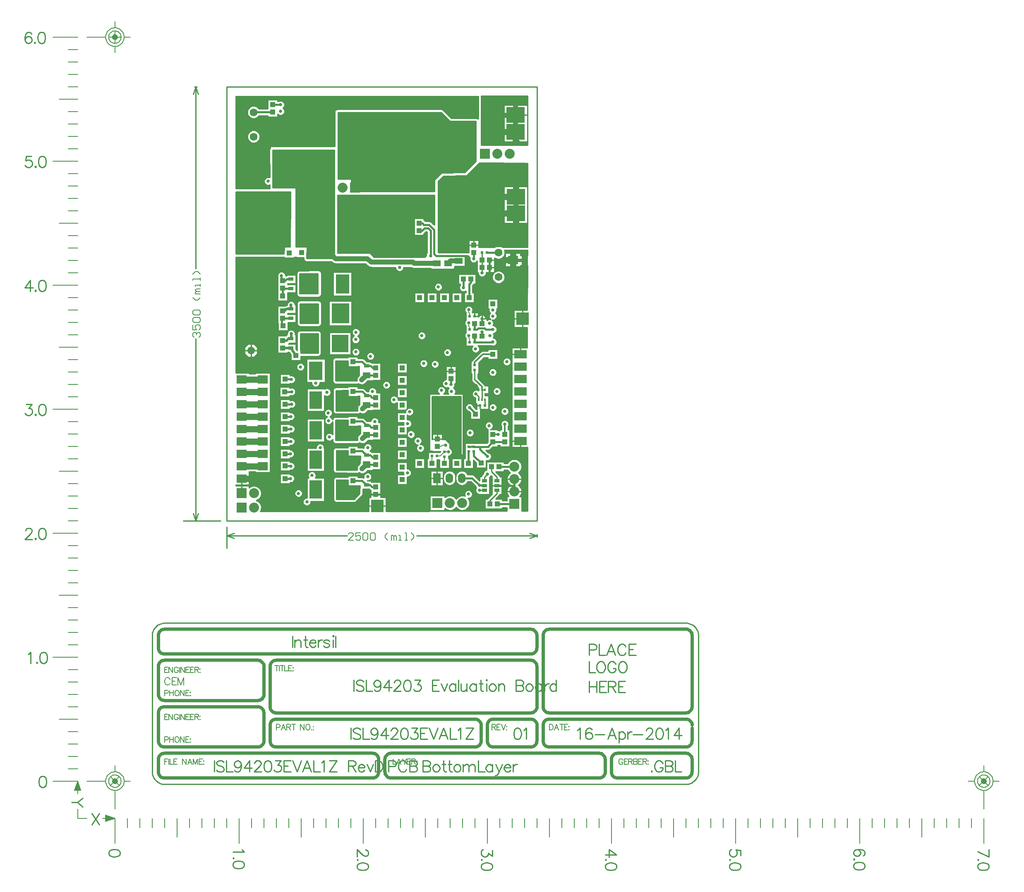
<source format=gbl>
%FSLAX24Y24*%
%MOIN*%
G70*
G01*
G75*
%ADD10C,0.0100*%
%ADD11C,0.0080*%
%ADD12R,0.0217X0.0197*%
%ADD13R,0.0390X0.0270*%
%ADD14R,0.0400X0.0400*%
%ADD15R,0.0236X0.0315*%
%ADD16R,0.0079X0.0374*%
%ADD17R,0.0360X0.0360*%
%ADD18R,0.0500X0.0360*%
%ADD19R,0.0315X0.0236*%
%ADD20R,0.0394X0.0394*%
%ADD21R,0.3500X0.4500*%
%ADD22R,0.0700X0.0820*%
%ADD23R,0.1500X0.0820*%
%ADD24R,0.0197X0.0217*%
%ADD25R,0.1299X0.0512*%
%ADD26R,0.2000X0.2000*%
%ADD27R,0.0600X0.0600*%
%ADD28R,0.0512X0.1299*%
%ADD29R,0.0315X0.0315*%
%ADD30R,0.0315X0.0315*%
%ADD31R,0.0236X0.0157*%
%ADD32R,0.1693X0.1693*%
%ADD33R,0.0374X0.0079*%
%ADD34C,0.0200*%
%ADD35C,0.0400*%
%ADD36C,0.0250*%
%ADD37C,0.0150*%
%ADD38C,0.0120*%
%ADD39C,0.0500*%
%ADD40C,0.0750*%
%ADD41C,0.0300*%
%ADD42C,0.0090*%
%ADD43R,0.1980X0.2640*%
%ADD44R,0.0510X0.0630*%
%ADD45C,0.0060*%
%ADD46C,0.0050*%
%ADD47O,0.0600X0.0800*%
%ADD48R,0.0600X0.0800*%
%ADD49C,0.0250*%
%ADD50C,0.0630*%
%ADD51R,0.1000X0.0650*%
%ADD52C,0.0800*%
%ADD53R,0.0800X0.0800*%
%ADD54C,0.0600*%
%ADD55R,0.0800X0.0650*%
%ADD56R,0.1500X0.1250*%
%ADD57P,0.0650X8X0*%
%ADD58R,0.1500X0.2500*%
%ADD59R,0.1000X0.1000*%
%ADD60R,0.1410X0.1510*%
%ADD61R,0.0850X0.1400*%
%ADD62R,0.0840X0.1280*%
%ADD63R,0.0900X0.1380*%
%ADD64R,0.0950X0.1280*%
%ADD65R,0.0990X0.1540*%
%ADD66R,0.0880X0.1740*%
%ADD67R,0.1440X0.1570*%
%ADD68R,0.0820X0.0700*%
%ADD69R,0.0157X0.0236*%
%ADD70R,0.0630X0.0472*%
%ADD71R,0.0600X0.0500*%
%ADD72R,0.0440X0.0410*%
%ADD73R,0.0640X0.0650*%
%ADD74R,0.1030X0.1500*%
%ADD75R,0.1020X0.1460*%
%ADD76R,0.0560X0.0450*%
%ADD77R,0.0610X0.0520*%
%ADD78R,0.1020X0.1470*%
%ADD79R,0.1030X0.1440*%
%ADD80R,0.1080X0.1500*%
%ADD81R,0.0590X0.0470*%
%ADD82R,0.0610X0.0500*%
%ADD83R,0.1320X0.1390*%
%ADD84R,0.1110X0.1540*%
%ADD85R,0.1430X0.1590*%
D10*
X103100Y91323D02*
X103090Y91425D01*
X103059Y91523D01*
X102265Y90920D02*
X102345Y90867D01*
X102434Y90831D01*
X102528Y90811D01*
X102624Y90810D01*
X102719Y90826D01*
X102809Y90859D01*
X102891Y90909D01*
X102963Y90973D01*
X103021Y91049D01*
X103064Y91135D01*
X103091Y91228D01*
X103100Y91323D01*
Y89355D02*
X103091Y89450D01*
X103064Y89543D01*
X103021Y89628D01*
X102963Y89705D01*
X102891Y89769D01*
X102809Y89818D01*
X102719Y89852D01*
X102624Y89868D01*
X102528Y89866D01*
X102434Y89847D01*
X102345Y89811D01*
X102265Y89758D01*
X102225Y89723D01*
X102160Y89646D01*
X102111Y89557D01*
X102081Y89460D01*
X102070Y89360D01*
X102079Y89259D01*
X102108Y89162D01*
X102155Y89072D01*
X102218Y88993D01*
X102296Y88928D01*
X102385Y88880D01*
X102482Y88850D01*
X102582Y88840D01*
X102683Y88849D01*
X102780Y88878D01*
X102870Y88926D01*
X102948Y88990D01*
X103013Y89068D01*
X103060Y89157D01*
X103090Y89254D01*
X103100Y89355D01*
X100022Y91088D02*
X100107Y91073D01*
X100276Y90933D02*
X100260Y90829D01*
X100278Y90726D01*
X100328Y90634D01*
X100406Y90562D01*
X100501Y90519D01*
X100606Y90509D01*
X100708Y90532D01*
X100798Y90587D01*
X100865Y90668D01*
X101590Y89693D02*
X101589Y89723D01*
X100941D02*
X100947Y89628D01*
X100979Y89539D01*
X101036Y89462D01*
X101113Y89406D01*
X101203Y89374D01*
X101298Y89370D01*
X101390Y89393D01*
X101472Y89442D01*
X101535Y89513D01*
X101576Y89599D01*
X101590Y89693D01*
X100550Y88739D02*
X100589Y88789D01*
X100550Y88739D02*
X100589Y88789D01*
X102450Y86703D02*
X102431Y86813D01*
X101819D02*
X101800Y86716D01*
X101811Y86618D01*
X101851Y86528D01*
X101917Y86454D01*
X102343Y86462D02*
X102401Y86532D01*
X102437Y86614D01*
X102450Y86703D01*
X102460Y86213D02*
X102446Y86307D01*
X102406Y86392D01*
X102343Y86462D01*
X102052Y85899D02*
X102150Y85888D01*
X102247Y85908D01*
X102333Y85956D01*
X102401Y86027D01*
X102445Y86116D01*
X102460Y86213D01*
X102190Y85633D02*
X102174Y85735D01*
X102126Y85827D01*
X102052Y85899D01*
X102460Y85133D02*
X102444Y85233D01*
X102399Y85323D01*
X102328Y85395D01*
X102238Y85441D01*
X102139Y85458D01*
X102177Y85542D01*
X102190Y85633D01*
X102164Y84809D02*
X102257Y84832D01*
X102340Y84881D01*
X102405Y84952D01*
X102446Y85038D01*
X102460Y85133D01*
X102210Y84643D02*
X102198Y84729D01*
X102164Y84809D01*
X102460Y84133D02*
X102445Y84230D01*
X102402Y84319D01*
X102334Y84390D01*
X102248Y84438D01*
X102152Y84458D01*
X102195Y84546D01*
X102210Y84643D01*
X101987Y83844D02*
X102077Y83813D01*
X102171Y83810D01*
X102263Y83834D01*
X102343Y83884D01*
X102406Y83954D01*
X102446Y84040D01*
X102460Y84133D01*
X101917Y86454D02*
X101855Y86379D01*
X101819Y86289D01*
X101811Y86193D01*
X101831Y86099D01*
X101878Y86014D01*
X101948Y85947D01*
X101840Y85957D01*
X101735Y85931D01*
X101645Y85872D01*
X100464Y86550D02*
X100501Y86634D01*
X100514Y86724D01*
X100483Y86509D02*
X100464Y86550D01*
X100514Y86724D02*
X100500Y86819D01*
X100459Y86906D01*
X100394Y86976D01*
X100311Y87025D01*
X100218Y87048D01*
X100122Y87042D01*
X100032Y87009D01*
X99956Y86950D01*
X99900Y86873D01*
X99869Y86782D01*
X99866Y86686D01*
X99892Y86593D01*
X99943Y86512D01*
X100483Y86509D02*
X100464Y86550D01*
X101569Y86013D02*
X101549Y86107D01*
X101503Y86191D01*
X101434Y86257D01*
X101349Y86301D01*
X101255Y86318D01*
X101159Y86307D01*
X101072Y86268D01*
X100999Y86206D01*
X100948Y86125D01*
Y83819D02*
X100915Y83844D01*
X101314Y83393D02*
X101214Y83373D01*
X101130Y83317D01*
X101314Y83393D02*
X101214Y83373D01*
X101130Y83317D01*
X101060Y83573D02*
X101047Y83665D01*
X101008Y83749D01*
X100948Y83819D01*
X100513Y83810D02*
X100452Y83733D01*
X100417Y83640D01*
X100411Y83542D01*
X100436Y83446D01*
X100487Y83363D01*
X100562Y83298D01*
X100652Y83259D01*
X100751Y83249D01*
X100847Y83268D01*
X100933Y83316D01*
X101002Y83387D01*
X101045Y83476D01*
X101060Y83573D01*
X100491Y82678D02*
X100425Y82565D01*
X100491Y82678D02*
X100425Y82565D01*
X99481Y88686D02*
X99441Y88594D01*
X99431Y88495D01*
X99452Y88397D01*
X99501Y88310D01*
X99574Y88243D01*
X99665Y88200D01*
X99764Y88187D01*
X99862Y88205D01*
X99950Y88252D01*
X99943Y86504D02*
X99957Y86422D01*
X99943Y86504D02*
X99957Y86422D01*
X99942Y84422D02*
X99957Y84366D01*
X99942Y84422D02*
X99957Y84366D01*
X99964Y85892D02*
X99901Y85810D01*
X99867Y85712D01*
X99866Y85609D01*
X99897Y85510D01*
X99957Y85426D01*
Y84885D02*
X99894Y84804D01*
X99858Y84708D01*
X99855Y84605D01*
X99884Y84507D01*
X99942Y84422D01*
X98800Y83283D02*
X98784Y83383D01*
X98738Y83474D01*
X98666Y83546D01*
X98576Y83592D01*
X98475Y83608D01*
X98375Y83592D01*
X98284Y83546D01*
X98212Y83474D01*
X98166Y83383D01*
X98150Y83283D01*
X98166Y83182D01*
X98212Y83092D01*
X98284Y83020D01*
X98375Y82974D01*
X98475Y82958D01*
X98576Y82974D01*
X98666Y83020D01*
X98738Y83092D01*
X98784Y83182D01*
X98800Y83283D01*
X98065Y88563D02*
X98049Y88664D01*
X98002Y88754D01*
X97931Y88826D01*
X97840Y88872D01*
X97740Y88888D01*
X97639Y88872D01*
X97549Y88826D01*
X97477Y88754D01*
X97430Y88664D01*
X97415Y88563D01*
X97430Y88463D01*
X97477Y88372D01*
X97549Y88300D01*
X97639Y88254D01*
X97740Y88238D01*
X97840Y88254D01*
X97931Y88300D01*
X98002Y88372D01*
X98049Y88463D01*
X98065Y88563D01*
X95565Y90143D02*
X95639Y90099D01*
X95720Y90072D01*
X95805Y90063D01*
X92042Y90280D02*
X92125Y90217D01*
X92221Y90177D01*
X92325Y90163D01*
X92042Y90280D02*
X92125Y90217D01*
X92221Y90177D01*
X92325Y90163D01*
X95565Y90143D02*
X95639Y90099D01*
X95720Y90072D01*
X95805Y90063D01*
X94290Y90143D02*
X94303Y90041D01*
X94347Y89949D01*
X94418Y89874D01*
X94509Y89826D01*
X94610Y89808D01*
X94712Y89823D01*
X94804Y89868D01*
X94877Y89940D01*
X94924Y90032D01*
X94940Y90133D01*
X96730Y84633D02*
X96714Y84734D01*
X96668Y84824D01*
X96596Y84896D01*
X96505Y84942D01*
X96405Y84958D01*
X96305Y84942D01*
X96214Y84896D01*
X96142Y84824D01*
X96096Y84734D01*
X96080Y84633D01*
X96096Y84533D01*
X96142Y84442D01*
X96214Y84370D01*
X96305Y84324D01*
X96405Y84308D01*
X96505Y84324D01*
X96596Y84370D01*
X96668Y84442D01*
X96714Y84533D01*
X96730Y84633D01*
X92600Y82983D02*
X92584Y83084D01*
X92538Y83174D01*
X92466Y83246D01*
X92375Y83292D01*
X92275Y83308D01*
X92175Y83292D01*
X92084Y83246D01*
X92012Y83174D01*
X91966Y83084D01*
X91950Y82983D01*
X91966Y82883D01*
X92012Y82792D01*
X92084Y82720D01*
X92175Y82674D01*
X92275Y82658D01*
X92375Y82674D01*
X92466Y82720D01*
X92538Y82792D01*
X92584Y82883D01*
X92600Y82983D01*
X103590Y82543D02*
X103574Y82644D01*
X103528Y82734D01*
X103456Y82806D01*
X103365Y82852D01*
X103265Y82868D01*
X103165Y82852D01*
X103074Y82806D01*
X103002Y82734D01*
X102956Y82644D01*
X102940Y82543D01*
X102956Y82443D01*
X103002Y82352D01*
X103074Y82280D01*
X103165Y82234D01*
X103265Y82218D01*
X103365Y82234D01*
X103456Y82280D01*
X103528Y82352D01*
X103574Y82443D01*
X103590Y82543D01*
X102454Y81683D02*
X102438Y81783D01*
X102391Y81874D01*
X102320Y81946D01*
X102229Y81992D01*
X102129Y82008D01*
X102028Y81992D01*
X101937Y81946D01*
X101866Y81874D01*
X101819Y81783D01*
X101804Y81683D01*
X101819Y81582D01*
X101866Y81492D01*
X101937Y81420D01*
X102028Y81374D01*
X102129Y81358D01*
X102229Y81374D01*
X102320Y81420D01*
X102391Y81492D01*
X102438Y81582D01*
X102454Y81683D01*
X100425Y81164D02*
X100416Y81072D01*
X100439Y80984D01*
X100491Y80908D01*
X102790Y80153D02*
X102774Y80255D01*
X102726Y80347D01*
X102652Y80419D01*
X102559Y80464D01*
X102457Y80478D01*
X102355Y80459D01*
X102265Y80409D01*
X102195Y80333D01*
X102152Y80239D01*
X102140Y80137D01*
X102162Y80036D01*
X102214Y79947D01*
X101496Y80593D02*
X101430Y80705D01*
X101496Y80593D02*
X101430Y80705D01*
X97800Y82333D02*
X97784Y82434D01*
X97738Y82524D01*
X97666Y82596D01*
X97575Y82642D01*
X97475Y82658D01*
X97374Y82642D01*
X97284Y82596D01*
X97212Y82524D01*
X97166Y82434D01*
X97150Y82333D01*
X97166Y82233D01*
X97212Y82142D01*
X97284Y82070D01*
X97374Y82024D01*
X97475Y82008D01*
X97575Y82024D01*
X97666Y82070D01*
X97738Y82142D01*
X97784Y82233D01*
X97800Y82333D01*
X96890Y82393D02*
X96874Y82493D01*
X96828Y82584D01*
X96756Y82656D01*
X96666Y82702D01*
X96565Y82718D01*
X96465Y82702D01*
X96374Y82656D01*
X96302Y82584D01*
X96256Y82493D01*
X96240Y82393D01*
X96256Y82293D01*
X96302Y82202D01*
X96374Y82130D01*
X96465Y82084D01*
X96565Y82068D01*
X96666Y82084D01*
X96756Y82130D01*
X96828Y82202D01*
X96874Y82293D01*
X96890Y82393D01*
X98350Y81097D02*
X98251Y81073D01*
X98163Y81020D01*
X98097Y80942D01*
X98059Y80847D01*
X98051Y80746D01*
X98076Y80646D01*
X98130Y80560D01*
X98208Y80494D01*
X98303Y80456D01*
X98405Y80450D01*
X98504Y80475D01*
X99070Y80693D02*
X99060Y80773D01*
X98945Y80437D02*
X99012Y80508D01*
X99055Y80596D01*
X99070Y80693D01*
X98318Y80221D02*
X98302Y80323D01*
X98255Y80414D01*
X98182Y80486D01*
X98090Y80531D01*
X97989Y80546D01*
X97888Y80529D01*
X97797Y80481D01*
X97726Y80407D01*
X97682Y80315D01*
X97668Y80213D01*
X97687Y80112D01*
X97736Y80022D01*
X97811Y79952D01*
X98504Y80475D02*
X98605Y80400D01*
X100968Y80206D02*
X100878Y80253D01*
X100778Y80269D01*
X100677Y80254D01*
X100587Y80209D01*
X100514Y80138D01*
X100467Y80049D01*
X100450Y79949D01*
X99130Y80143D02*
X99117Y80233D01*
X99080Y80317D01*
X99021Y80386D01*
X98945Y80437D01*
X98605Y80400D02*
X98537Y80327D01*
X98494Y80237D01*
X98480Y80138D01*
X98497Y80040D01*
X98543Y79951D01*
X102715Y79946D02*
X102771Y80043D01*
X102790Y80153D01*
X99067Y79951D02*
X99114Y80042D01*
X99130Y80143D01*
X98175Y79952D02*
X98251Y80024D01*
X98301Y80117D01*
X98318Y80221D01*
X96620Y75563D02*
X96603Y75668D01*
X96552Y75762D01*
X96475Y75834D01*
X96378Y75877D01*
X96272Y75887D01*
X96346Y75959D01*
X96394Y76051D01*
X96410Y76153D01*
X96396Y76249D01*
X96354Y76336D01*
X96288Y76407D01*
X96204Y76456D01*
X96110Y76477D01*
X96013Y76470D01*
X95923Y76435D01*
X95847Y76375D01*
X95792Y76295D01*
X95764Y76202D01*
X95763Y76106D01*
X95792Y76013D01*
X95846Y75933D01*
X95921Y75872D01*
X96011Y75837D01*
X96108Y75829D01*
X96035Y75758D01*
X95987Y75668D01*
X95970Y75567D01*
X95985Y75466D01*
X96030Y75375D01*
X96102Y75302D01*
X96192Y75255D01*
X96293Y75238D01*
X96394Y75254D01*
X96485Y75300D01*
X96557Y75371D01*
X96604Y75462D01*
X96620Y75563D01*
X95750Y78493D02*
X95733Y78597D01*
X95684Y78690D01*
X95608Y78762D01*
X95512Y78806D01*
X95408Y78818D01*
X95305Y78795D01*
X95215Y78741D01*
Y78245D02*
X95305Y78191D01*
X95408Y78169D01*
X95512Y78180D01*
X95608Y78224D01*
X95684Y78297D01*
X95733Y78389D01*
X95750Y78493D01*
X95590Y77543D02*
X95577Y77635D01*
X95538Y77720D01*
X95476Y77790D01*
X95398Y77840D01*
X95308Y77865D01*
X95215Y77864D01*
Y77222D02*
X95308Y77221D01*
X95398Y77246D01*
X95476Y77296D01*
X95538Y77366D01*
X95577Y77451D01*
X95590Y77543D01*
X95860Y76673D02*
X95846Y76768D01*
X95804Y76855D01*
X95740Y76926D01*
X95657Y76974D01*
X95563Y76997D01*
X95468Y76991D01*
X95378Y76958D01*
X95301Y76899D01*
X95246Y76821D01*
X95215Y76730D01*
X95211Y76652D02*
X95232Y76555D01*
X95282Y76469D01*
X95356Y76402D01*
X95447Y76360D01*
X95546Y76348D01*
X95643Y76367D01*
X95731Y76414D01*
X95800Y76486D01*
X95845Y76575D01*
X95860Y76673D01*
X93890Y80653D02*
X93874Y80754D01*
X93828Y80844D01*
X93756Y80916D01*
X93665Y80962D01*
X93565Y80978D01*
X93465Y80962D01*
X93374Y80916D01*
X93302Y80844D01*
X93256Y80754D01*
X93240Y80653D01*
X93256Y80553D01*
X93302Y80462D01*
X93374Y80390D01*
X93465Y80344D01*
X93565Y80328D01*
X93665Y80344D01*
X93756Y80390D01*
X93828Y80462D01*
X93874Y80553D01*
X93890Y80653D01*
X95215Y78741D02*
X95141Y78652D01*
X95106Y78555D01*
X95103Y78452D01*
X94959Y77652D02*
X94940Y77552D01*
X94953Y77452D01*
X94446Y79652D02*
X94415Y79692D01*
X94339Y79753D01*
X94249Y79790D01*
X94152Y79797D01*
X94057Y79776D01*
X93973Y79728D01*
X93907Y79657D01*
X93864Y79569D01*
X93850Y79473D01*
X93864Y79377D01*
X93907Y79290D01*
X93973Y79218D01*
X94057Y79170D01*
X94152Y79149D01*
X94249Y79157D01*
X94339Y79193D01*
X94415Y79254D01*
X94500Y79473D02*
X94486Y79566D01*
X94446Y79652D01*
X92449Y82421D02*
X92340Y82464D01*
X92295Y82468D01*
X92340Y82464D02*
X92295Y82468D01*
X92449Y82421D02*
X92340Y82464D01*
X92760Y80133D02*
X92744Y80234D01*
X92697Y80325D01*
X92625Y80397D01*
X92533Y80443D01*
X92432Y80458D01*
X92332Y80441D01*
X92241Y80394D01*
X92170Y80321D01*
X92125Y80229D01*
X92110Y80128D01*
X92746Y80040D02*
X92760Y80133D01*
X92940Y77713D02*
X92924Y77812D01*
X92880Y77902D01*
X92810Y77973D01*
X92721Y78020D01*
X92622Y78038D01*
X92523Y78025D01*
X92433Y77982D01*
X92359Y77914D01*
X92310Y77826D01*
X92290Y77728D01*
X92934Y77649D02*
X92940Y77713D01*
X95215Y76730D02*
X95211Y76652D01*
X95570Y73573D02*
X95552Y73679D01*
X95501Y73774D01*
X95421Y73846D01*
X95322Y73889D01*
X95215Y73897D01*
Y73250D02*
X95322Y73257D01*
X95421Y73300D01*
X95501Y73373D01*
X95552Y73467D01*
X95570Y73573D01*
X94930Y73652D02*
X94921Y73551D01*
X94943Y73452D01*
X92211Y75328D02*
X92301Y75401D01*
X92360Y75500D01*
X92380Y75613D01*
X92370Y75243D02*
X92340Y75255D01*
X92370Y75243D02*
X92340Y75255D01*
X92380Y75613D02*
X92366Y75708D01*
X92325Y75794D01*
X92260Y75865D01*
X92178Y75914D01*
X92085Y75937D01*
X91989Y75931D01*
X91899Y75898D01*
X91823Y75841D01*
X91767Y75763D01*
X91735Y75673D01*
X91732Y75577D01*
X92370Y73263D02*
X92354Y73362D01*
X92310Y73452D01*
X92239Y73524D01*
X92151Y73570D01*
X92052Y73588D01*
X91952Y73575D01*
X91862Y73532D01*
X91789Y73463D01*
X91740Y73375D01*
X91720Y73277D01*
X91731Y73177D01*
X91983Y72944D02*
X92078Y72940D01*
X92170Y72963D01*
X92252Y73012D01*
X92315Y73083D01*
X92356Y73169D01*
X92370Y73263D01*
X92191Y72249D02*
X92285Y72187D01*
X92190Y72249D02*
X92285Y72187D01*
X89162Y90570D02*
X89245Y90507D01*
X89341Y90467D01*
X89445Y90453D01*
X89162Y90570D02*
X89245Y90507D01*
X89341Y90467D01*
X89445Y90453D01*
X86885Y90866D02*
X86903Y90769D01*
X86957Y90687D01*
X87039Y90632D01*
X87135Y90613D01*
X86885Y90866D02*
X86903Y90769D01*
X86957Y90687D01*
X87039Y90632D01*
X87135Y90613D01*
X88315Y89653D02*
X88297Y89745D01*
X88244Y89823D01*
X88166Y89875D01*
X88073Y89893D01*
X88315Y89653D02*
X88297Y89745D01*
X88244Y89823D01*
X88166Y89875D01*
X88073Y89893D01*
X88075Y87753D02*
X88167Y87771D01*
X88245Y87823D01*
X88297Y87901D01*
X88315Y87993D01*
X88075Y87753D02*
X88167Y87771D01*
X88245Y87823D01*
X88297Y87901D01*
X88315Y87993D01*
Y87213D02*
X88296Y87309D01*
X88242Y87390D01*
X88161Y87444D01*
X88065Y87463D01*
X88315Y87213D02*
X88296Y87309D01*
X88242Y87390D01*
X88161Y87444D01*
X88065Y87463D01*
Y85383D02*
X88161Y85402D01*
X88242Y85456D01*
X88296Y85537D01*
X88315Y85633D01*
X88065Y85383D02*
X88161Y85402D01*
X88242Y85456D01*
X88296Y85537D01*
X88315Y85633D01*
X91231Y84614D02*
X91312Y84663D01*
X91376Y84733D01*
X91416Y84819D01*
X91430Y84913D01*
X91415Y85010D01*
X91372Y85098D01*
X91304Y85170D01*
X91219Y85218D01*
X91123Y85238D01*
X91025Y85228D01*
X90934Y85190D01*
X90860Y85126D01*
X90807Y85043D01*
X90782Y84948D01*
X90786Y84850D01*
X90819Y84758D01*
X90879Y84680D01*
X90959Y84623D01*
X90874Y84570D01*
X90809Y84495D01*
X90770Y84403D01*
X90761Y84304D01*
X90782Y84206D01*
X90831Y84120D01*
X90905Y84052D01*
X90996Y84011D01*
X91095Y83998D01*
X91193Y84017D01*
X91281Y84064D01*
X91350Y84135D01*
X91395Y84225D01*
X91410Y84323D01*
X91398Y84412D01*
X91362Y84494D01*
X91305Y84563D01*
X91231Y84614D01*
X91800Y82727D02*
X91710Y82787D01*
X91605Y82808D01*
X91410Y83323D02*
X91394Y83424D01*
X91348Y83514D01*
X91276Y83586D01*
X91185Y83632D01*
X91085Y83648D01*
X90985Y83632D01*
X90894Y83586D01*
X90822Y83514D01*
X90776Y83424D01*
X90760Y83323D01*
X90776Y83223D01*
X90822Y83132D01*
X90894Y83060D01*
X90985Y83014D01*
X91085Y82998D01*
X91185Y83014D01*
X91276Y83060D01*
X91348Y83132D01*
X91394Y83223D01*
X91410Y83323D01*
X91799Y82728D02*
X91710Y82787D01*
X91605Y82808D01*
X91183Y80753D02*
X91307Y80786D01*
X91183Y80753D02*
X91307Y80786D01*
Y80786D02*
X91389Y80729D01*
X91483Y80694D01*
X91583Y80683D01*
X91682Y80698D01*
X91774Y80736D01*
X91854Y80796D01*
X89465Y82863D02*
X89369Y82844D01*
X89288Y82790D01*
X89234Y82709D01*
X89215Y82613D01*
X89465Y82863D02*
X89369Y82844D01*
X89288Y82790D01*
X89234Y82709D01*
X89215Y82613D01*
Y81003D02*
X89234Y80907D01*
X89288Y80826D01*
X89369Y80772D01*
X89465Y80753D01*
X89215Y81003D02*
X89234Y80907D01*
X89288Y80826D01*
X89369Y80772D01*
X89465Y80753D01*
X88305Y84803D02*
X88286Y84899D01*
X88232Y84980D01*
X88151Y85034D01*
X88055Y85053D01*
X88305Y84803D02*
X88286Y84899D01*
X88232Y84980D01*
X88151Y85034D01*
X88055Y85053D01*
Y82983D02*
X88151Y83002D01*
X88232Y83056D01*
X88286Y83137D01*
X88305Y83233D01*
X88055Y82983D02*
X88151Y83002D01*
X88232Y83056D01*
X88286Y83137D01*
X88305Y83233D01*
X88180Y80813D02*
X88176Y80863D01*
X86573Y89883D02*
X86482Y89865D01*
X86405Y89813D01*
X86353Y89735D01*
X86335Y89643D01*
X86573Y89883D02*
X86482Y89865D01*
X86405Y89813D01*
X86353Y89735D01*
X86335Y89643D01*
X85520Y89463D02*
X85480Y89460D01*
X85520Y89463D02*
X85480Y89460D01*
X86335Y87993D02*
X86353Y87901D01*
X86405Y87823D01*
X86483Y87771D01*
X86575Y87753D01*
X86335Y87993D02*
X86353Y87901D01*
X86405Y87823D01*
X86483Y87771D01*
X86575Y87753D01*
X86605Y87463D02*
X86509Y87444D01*
X86428Y87390D01*
X86374Y87309D01*
X86355Y87213D01*
X86605Y87463D02*
X86509Y87444D01*
X86428Y87390D01*
X86374Y87309D01*
X86355Y87213D01*
X86200Y87123D02*
X86181Y87221D01*
X86134Y87309D01*
X86063Y87378D01*
X85973Y87423D01*
X85875Y87438D01*
X85776Y87423D01*
X85687Y87378D01*
X85616Y87309D01*
X85568Y87221D01*
X85550Y87123D01*
X85551Y87088D01*
X85430Y89473D02*
X85415Y89570D01*
X85373Y89657D01*
X85306Y89729D01*
X85221Y89777D01*
X85125Y89797D01*
X85028Y89789D01*
X84938Y89752D01*
X84863Y89690D01*
X84809Y89608D01*
X84783Y89514D01*
X84785Y89416D01*
X85520Y87088D02*
X85480Y87085D01*
X85520Y87088D02*
X85480Y87085D01*
X85347Y87033D01*
X85480Y87085D02*
X85347Y87033D01*
X86355Y85633D02*
X86374Y85537D01*
X86428Y85456D01*
X86509Y85402D01*
X86605Y85383D01*
X86355Y85633D02*
X86374Y85537D01*
X86428Y85456D01*
X86509Y85402D01*
X86605Y85383D01*
X86615Y85053D02*
X86519Y85034D01*
X86438Y84980D01*
X86384Y84899D01*
X86365Y84803D01*
X86615Y85053D02*
X86519Y85034D01*
X86438Y84980D01*
X86384Y84899D01*
X86365Y84803D01*
X86202Y84723D02*
X86210Y84793D01*
X86195Y84891D01*
X86151Y84979D01*
X86083Y85051D01*
X85996Y85098D01*
X85899Y85118D01*
X85801Y85107D01*
X85711Y85067D01*
X85636Y85002D01*
X85585Y84918D01*
X85561Y84822D01*
X85568Y84723D01*
X86960Y82113D02*
X86944Y82214D01*
X86898Y82304D01*
X86826Y82376D01*
X86735Y82422D01*
X86635Y82438D01*
X86535Y82422D01*
X86444Y82376D01*
X86372Y82304D01*
X86326Y82214D01*
X86310Y82113D01*
X86326Y82013D01*
X86372Y81922D01*
X86444Y81850D01*
X86535Y81804D01*
X86635Y81788D01*
X86735Y81804D01*
X86826Y81850D01*
X86898Y81922D01*
X86944Y82013D01*
X86960Y82113D01*
X86230Y81103D02*
X86213Y81206D01*
X86165Y81299D01*
X86089Y81371D01*
X85995Y81416D01*
X85891Y81428D01*
X85788Y81407D01*
Y80800D02*
X85891Y80778D01*
X85995Y80791D01*
X86089Y80835D01*
X86165Y80908D01*
X86213Y81000D01*
X86230Y81103D01*
X85655Y83973D02*
X85747Y84036D01*
X85655Y83973D02*
X85747Y84036D01*
X91810Y80317D02*
X91720Y80377D01*
X91615Y80398D01*
X91809Y80318D02*
X91720Y80377D01*
X91615Y80398D01*
X91409Y78403D02*
X91490Y78360D01*
X91579Y78337D01*
X91672Y78335D01*
X91762Y78354D01*
X91845Y78393D01*
X91918Y78450D01*
X91235Y78333D02*
X91329Y78351D01*
X91409Y78403D01*
X91235Y78333D02*
X91329Y78351D01*
X91409Y78403D01*
X89502Y80463D02*
X89408Y80443D01*
X89327Y80389D01*
X89274Y80308D01*
X89255Y80213D01*
X89502Y80463D02*
X89408Y80443D01*
X89327Y80389D01*
X89274Y80308D01*
X89255Y80213D01*
Y78583D02*
X89274Y78487D01*
X89328Y78406D01*
X89409Y78352D01*
X89505Y78333D01*
X89255Y78583D02*
X89274Y78487D01*
X89328Y78406D01*
X89409Y78352D01*
X89505Y78333D01*
X91810Y77917D02*
X91720Y77977D01*
X91615Y77998D01*
X91809Y77918D02*
X91720Y77977D01*
X91615Y77998D01*
X91396Y76011D02*
X91479Y75964D01*
X91569Y75938D01*
X91664Y75934D01*
X91757Y75952D01*
X91843Y75991D01*
X91917Y76050D01*
X91236Y75952D02*
X91321Y75968D01*
X91396Y76011D01*
X91236Y75952D02*
X91321Y75968D01*
X91396Y76011D01*
X89465Y78083D02*
X89378Y78068D01*
X89302Y78023D01*
X89246Y77954D01*
X89218Y77871D01*
X88986Y78098D02*
X89073Y78145D01*
X89141Y78217D01*
X89185Y78305D01*
X89200Y78403D01*
X89465Y78083D02*
X89378Y78068D01*
X89302Y78023D01*
X89246Y77954D01*
X89218Y77871D01*
X89169Y77972D01*
X89089Y78051D01*
X88986Y78098D01*
X89215Y76196D02*
X89233Y76099D01*
X89288Y76017D01*
X89370Y75962D01*
X89466Y75943D01*
X89215Y76196D02*
X89233Y76099D01*
X89288Y76017D01*
X89370Y75962D01*
X89466Y75943D01*
X89090Y80073D02*
X89074Y80173D01*
X89028Y80264D01*
X88956Y80336D01*
X88866Y80382D01*
X88766Y80398D01*
X88666Y80383D01*
X88575Y80337D01*
Y79809D02*
X88666Y79764D01*
X88766Y79748D01*
X88866Y79764D01*
X88956Y79811D01*
X89028Y79882D01*
X89074Y79973D01*
X89090Y80073D01*
X89200Y78403D02*
X89185Y78501D01*
X89141Y78589D01*
X89073Y78661D01*
X88986Y78708D01*
X88890Y78728D01*
X88791Y78717D01*
X88701Y78678D01*
X88626Y78612D01*
X88575Y78528D01*
X88573Y78523D02*
X88551Y78434D01*
X88556Y78343D01*
X88585Y78256D01*
X88638Y78181D01*
X88709Y78124D01*
X88794Y78088D01*
X87534Y80863D02*
X87533Y80766D01*
X87562Y80673D01*
X87616Y80593D01*
X87692Y80532D01*
X87782Y80496D01*
X87879Y80489D01*
X87973Y80510D01*
X88057Y80559D01*
X88123Y80630D01*
X88165Y80717D01*
X88180Y80813D01*
X88794Y78088D02*
X88705Y78039D01*
X88636Y77965D01*
X88593Y77873D01*
X88580Y77772D01*
X88599Y77673D01*
X88648Y77584D01*
X88722Y77514D01*
X88814Y77471D01*
X88915Y77458D01*
X89015Y77477D01*
X89104Y77526D01*
X89173Y77600D01*
X89217Y77692D01*
X89220Y76664D02*
X89147Y76732D01*
X89057Y76775D01*
X88958Y76788D01*
X88860Y76771D01*
X88772Y76725D01*
X88702Y76654D01*
X88656Y76565D01*
X88640Y76467D01*
X88654Y76368D01*
X88698Y76278D01*
X88766Y76206D01*
X88853Y76158D01*
X88951Y76138D01*
X89050Y76150D01*
X89141Y76190D01*
X89216Y76256D01*
X91732Y75577D02*
X91605Y75608D01*
X91732Y75577D02*
X91605Y75608D01*
X91204Y73554D02*
X91278Y73565D01*
X91346Y73598D01*
X91204Y73554D02*
X91278Y73565D01*
X91346Y73598D01*
X91429Y73544D01*
X91523Y73512D01*
X91621Y73503D01*
X91719Y73520D01*
X91810Y73559D01*
X91888Y73620D01*
X91731Y73177D02*
X91605Y73208D01*
X91731Y73177D02*
X91605Y73208D01*
X91582Y71726D02*
X91636Y71807D01*
X91655Y71903D01*
X91582Y71726D02*
X91636Y71807D01*
X91655Y71903D01*
X90945Y71193D02*
X91041Y71212D01*
X91122Y71266D01*
X90945Y71193D02*
X91041Y71212D01*
X91122Y71266D01*
X89535Y73253D02*
X89439Y73234D01*
X89358Y73180D01*
X89304Y73099D01*
X89285Y73003D01*
X89535Y73253D02*
X89439Y73234D01*
X89358Y73180D01*
X89304Y73099D01*
X89285Y73003D01*
X89515Y75613D02*
X89419Y75594D01*
X89338Y75540D01*
X89284Y75459D01*
X89265Y75363D01*
X89515Y75613D02*
X89419Y75594D01*
X89338Y75540D01*
X89284Y75459D01*
X89265Y75363D01*
Y73813D02*
X89284Y73718D01*
X89338Y73637D01*
X89418Y73583D01*
X89514Y73563D01*
X89265Y73813D02*
X89284Y73718D01*
X89338Y73637D01*
X89418Y73583D01*
X89514Y73563D01*
X88536Y75563D02*
X88540Y75613D01*
X88525Y75709D01*
X88483Y75796D01*
X88417Y75868D01*
X88333Y75916D01*
X88239Y75937D01*
X88142Y75930D01*
X88052Y75894D01*
X87976Y75833D01*
X87922Y75753D01*
X87893Y75660D01*
X87894Y75563D01*
X89285Y71443D02*
X89304Y71347D01*
X89358Y71266D01*
X89439Y71212D01*
X89535Y71193D01*
X89285Y71443D02*
X89304Y71347D01*
X89358Y71266D01*
X89439Y71212D01*
X89535Y71193D01*
X87819Y73173D02*
X87864Y73263D01*
X87880Y73363D01*
X87864Y73463D01*
X87818Y73554D01*
X87746Y73626D01*
X87656Y73672D01*
X87555Y73688D01*
X87455Y73672D01*
X87365Y73626D01*
X87293Y73555D01*
X87246Y73464D01*
X87230Y73364D01*
X87246Y73264D01*
X87291Y73173D01*
X87145Y71566D02*
X87045Y71550D01*
X86954Y71504D01*
X86882Y71432D01*
X86836Y71341D01*
X86820Y71241D01*
X86836Y71141D01*
X86882Y71050D01*
X86954Y70978D01*
X87045Y70932D01*
X87145Y70916D01*
X87245Y70932D01*
X87336Y70978D01*
X87408Y71050D01*
X87454Y71141D01*
X87470Y71241D01*
X87468Y71273D01*
X86240Y80113D02*
X86227Y80205D01*
X86187Y80290D01*
X86126Y80360D01*
X86047Y80410D01*
X85957Y80435D01*
X85864Y80434D01*
X85775Y80406D01*
Y79820D02*
X85864Y79792D01*
X85957Y79791D01*
X86047Y79816D01*
X86126Y79866D01*
X86187Y79936D01*
X86227Y80021D01*
X86240Y80113D01*
X86250Y79113D02*
X86237Y79205D01*
X86198Y79289D01*
X86137Y79359D01*
X86059Y79409D01*
X85970Y79435D01*
X85877Y79435D01*
X85788Y79408D01*
Y78818D02*
X85877Y78792D01*
X85970Y78791D01*
X86059Y78817D01*
X86137Y78867D01*
X86198Y78937D01*
X86237Y79021D01*
X86250Y79113D01*
X86190Y78113D02*
X86175Y78210D01*
X86132Y78298D01*
X86064Y78370D01*
X85979Y78418D01*
X85883Y78438D01*
X85785Y78428D01*
Y77798D02*
X85883Y77789D01*
X85979Y77809D01*
X86064Y77857D01*
X86132Y77928D01*
X86175Y78016D01*
X86190Y78113D01*
X86200Y77113D02*
X86185Y77212D01*
X86140Y77301D01*
X86070Y77373D01*
X85982Y77420D01*
X85884Y77438D01*
X85785Y77425D01*
Y76801D02*
X85884Y76788D01*
X85982Y76806D01*
X86070Y76853D01*
X86140Y76925D01*
X86185Y77014D01*
X86200Y77113D01*
Y76113D02*
X86185Y76211D01*
X86141Y76300D01*
X86072Y76372D01*
X85985Y76419D01*
X85887Y76438D01*
X85788Y76426D01*
Y75800D02*
X85887Y75788D01*
X85985Y75807D01*
X86072Y75855D01*
X86141Y75926D01*
X86185Y76015D01*
X86200Y76113D01*
X86140Y75113D02*
X86122Y75219D01*
X86071Y75314D01*
X85991Y75386D01*
X85892Y75429D01*
X85785Y75437D01*
Y74790D02*
X85892Y74797D01*
X85991Y74840D01*
X86071Y74913D01*
X86122Y75007D01*
X86140Y75113D01*
X86180Y74113D02*
X86166Y74209D01*
X86124Y74296D01*
X86059Y74366D01*
X85975Y74415D01*
X85881Y74437D01*
X85785Y74431D01*
Y73796D02*
X85881Y73789D01*
X85975Y73811D01*
X86059Y73860D01*
X86124Y73931D01*
X86166Y74018D01*
X86180Y74113D01*
X86800Y71918D02*
X86784Y72019D01*
X86738Y72109D01*
X86666Y72181D01*
X86575Y72227D01*
X86475Y72243D01*
X86375Y72227D01*
X86284Y72181D01*
X86212Y72109D01*
X86166Y72019D01*
X86150Y71918D01*
X86166Y71818D01*
X86212Y71727D01*
X86284Y71655D01*
X86375Y71609D01*
X86475Y71593D01*
X86575Y71609D01*
X86666Y71655D01*
X86738Y71727D01*
X86784Y71818D01*
X86800Y71918D01*
X86160Y73113D02*
X86147Y73205D01*
X86108Y73290D01*
X86046Y73360D01*
X85968Y73410D01*
X85878Y73435D01*
X85785Y73434D01*
Y72792D02*
X85878Y72791D01*
X85968Y72816D01*
X86046Y72866D01*
X86108Y72936D01*
X86147Y73021D01*
X86160Y73113D01*
X83485Y71923D02*
X83477Y72021D01*
X83453Y72117D01*
X83414Y72207D01*
X83360Y72290D01*
X83294Y72362D01*
X83216Y72423D01*
X83130Y72471D01*
X83037Y72504D01*
X82940Y72521D01*
X82842Y72522D01*
X82744Y72506D01*
X82651Y72476D01*
X82563Y72430D01*
X82485Y72370D01*
X83072Y71353D02*
X83159Y71389D01*
X83239Y71439D01*
X83310Y71500D01*
X83371Y71571D01*
X83420Y71651D01*
X83456Y71738D01*
X83478Y71830D01*
X83485Y71923D01*
Y70783D02*
X83478Y70877D01*
X83456Y70968D01*
X83420Y71055D01*
X83371Y71135D01*
X83310Y71206D01*
X83239Y71268D01*
X83159Y71317D01*
X83072Y71353D01*
X83394Y70466D02*
X83444Y70565D01*
X83475Y70672D01*
X83485Y70783D01*
X100089Y91329D02*
X100025Y91338D01*
X98710Y101943D02*
X98780Y101933D01*
X98602Y102008D02*
X98648Y101971D01*
X104187Y73583D02*
X104264Y73644D01*
X104330Y73717D01*
X104384Y73799D01*
X104423Y73890D01*
X104447Y73985D01*
X104455Y74083D01*
Y74083D02*
X104447Y74183D01*
X104422Y74281D01*
X104381Y74372D01*
X104325Y74456D01*
X104256Y74529D01*
X104176Y74590D01*
X104087Y74637D01*
X103991Y74667D01*
X103892Y74682D01*
X103791Y74680D01*
X103692Y74661D01*
X103598Y74625D01*
X103511Y74575D01*
X103434Y74511D01*
X103369Y74434D01*
X103317Y74348D01*
X104455Y73083D02*
X104447Y73181D01*
X104423Y73277D01*
X104384Y73367D01*
X104330Y73449D01*
X104264Y73522D01*
X104187Y73583D01*
Y72583D02*
X104264Y72644D01*
X104330Y72717D01*
X104384Y72799D01*
X104423Y72890D01*
X104447Y72985D01*
X104455Y73083D01*
X103327Y73798D02*
X103380Y73716D01*
X103446Y73644D01*
X103523Y73583D01*
X103446Y73522D01*
X103380Y73449D01*
X103326Y73367D01*
X103287Y73277D01*
X103263Y73181D01*
X103255Y73083D01*
X103263Y72985D01*
X103287Y72890D01*
X103326Y72799D01*
X103380Y72717D01*
X103446Y72644D01*
X103523Y72583D01*
X102020Y74893D02*
X102011Y74970D01*
X101983Y75043D01*
X101595Y74584D02*
X101695Y74568D01*
X101796Y74584D01*
X101886Y74630D01*
X101958Y74702D01*
X102004Y74793D01*
X102020Y74893D01*
X102703Y73262D02*
X102680Y73342D01*
X102632Y73410D01*
X102703Y73262D02*
X102680Y73342D01*
X102632Y73410D01*
X101850Y73203D02*
X101928Y73267D01*
X101982Y73352D01*
X101615Y73801D02*
X101520Y73763D01*
X101441Y73698D01*
X101387Y73612D01*
X101361Y73513D01*
X101278Y73430D02*
X101226Y73353D01*
X101205Y73262D01*
X101278Y73430D02*
X101226Y73353D01*
X101205Y73262D01*
X100657Y73348D02*
X100568Y73408D01*
X100462Y73429D01*
X100657Y73348D02*
X100568Y73408D01*
X100462Y73429D01*
X104455Y72083D02*
X104447Y72181D01*
X104423Y72277D01*
X104384Y72367D01*
X104330Y72449D01*
X104264Y72522D01*
X104187Y72583D01*
X104302Y71683D02*
X104367Y71771D01*
X104415Y71869D01*
X104445Y71974D01*
X104455Y72083D01*
X103523Y72583D02*
X103443Y72519D01*
X103374Y72442D01*
X103320Y72355D01*
X103282Y72260D01*
X103260Y72160D01*
X103256Y72057D01*
X103269Y71955D01*
X103299Y71857D01*
X103346Y71765D01*
X103408Y71683D01*
X102632Y71726D02*
X102697Y71842D01*
X102632Y71726D02*
X102697Y71842D01*
X100742Y72485D02*
X100793Y72370D01*
X100746Y72279D01*
X100730Y72177D01*
X100746Y72076D01*
X100793Y71985D01*
X100866Y71913D01*
X100958Y71867D01*
X101060Y71852D01*
X101703Y71505D02*
X101667Y71459D01*
X101703Y71505D02*
X101667Y71459D01*
X98870Y75263D02*
X98836Y75407D01*
X98543Y74938D02*
X98644Y74954D01*
X98735Y75000D01*
X98807Y75072D01*
X98854Y75162D01*
X98870Y75263D01*
X100104Y73429D02*
X100060Y73518D01*
X99999Y73597D01*
X99925Y73662D01*
X99838Y73711D01*
X99744Y73742D01*
X99645Y73754D01*
X99546Y73746D01*
X99451Y73719D01*
X99363Y73673D01*
X99285Y73611D01*
X99222Y73535D01*
X99174Y73448D01*
X99145Y73353D01*
X99135Y73254D01*
X100490Y71863D02*
X100475Y71960D01*
X100432Y72049D01*
X100364Y72120D01*
X100278Y72168D01*
X100182Y72188D01*
X100084Y72178D01*
X99993Y72139D01*
X99919Y72075D01*
X99867Y71992D01*
X99842Y71897D01*
X99846Y71798D01*
X99880Y71706D01*
X100124Y71541D02*
X100216Y71542D01*
X100303Y71569D01*
X100380Y71619D01*
X100439Y71689D01*
X100477Y71772D01*
X100490Y71863D01*
X99135Y73054D02*
X99145Y72955D01*
X99174Y72860D01*
X99222Y72773D01*
X99285Y72697D01*
X99363Y72635D01*
X99451Y72589D01*
X99546Y72562D01*
X99645Y72554D01*
X99744Y72566D01*
X99838Y72597D01*
X99925Y72646D01*
X99999Y72711D01*
X100060Y72790D01*
X100104Y72879D01*
X99135Y73254D02*
X99126Y73352D01*
X99097Y73445D01*
X99051Y73532D01*
X98989Y73608D01*
X98913Y73670D01*
X98827Y73716D01*
X98733Y73744D01*
X98635Y73754D01*
X98538Y73744D01*
X98444Y73716D01*
X98358Y73670D01*
X98282Y73608D01*
X98220Y73532D01*
X98173Y73445D01*
X98145Y73352D01*
X98135Y73254D01*
Y73054D02*
X98145Y72956D01*
X98173Y72863D01*
X98220Y72776D01*
X98282Y72700D01*
X98358Y72638D01*
X98444Y72592D01*
X98538Y72564D01*
X98635Y72554D01*
X98733Y72564D01*
X98827Y72592D01*
X98913Y72638D01*
X98989Y72700D01*
X99051Y72776D01*
X99097Y72863D01*
X99126Y72956D01*
X99135Y73054D01*
X100275Y71142D02*
X100266Y71251D01*
X100236Y71355D01*
X100189Y71453D01*
X100124Y71541D01*
X99880Y71706D02*
X99784Y71732D01*
X99685Y71742D01*
X99585Y71735D01*
X99488Y71712D01*
X99396Y71673D01*
X99311Y71619D01*
X99237Y71552D01*
X99175Y71474D01*
Y70811D02*
X99239Y70731D01*
X99315Y70663D01*
X99402Y70608D01*
X99496Y70570D01*
X99596Y70548D01*
X99698Y70543D01*
X99799Y70555D01*
X99897Y70585D01*
X99988Y70630D01*
X100070Y70691D01*
X100141Y70764D01*
X100199Y70849D01*
X100241Y70942D01*
X100267Y71041D01*
X100275Y71142D01*
X99175Y71474D02*
X99111Y71554D01*
X99035Y71623D01*
X98947Y71677D01*
X98852Y71716D01*
X98752Y71737D01*
X98649Y71742D01*
X98547Y71728D01*
X98449Y71698D01*
X98358Y71651D01*
X98275Y71589D01*
Y70695D02*
X98358Y70633D01*
X98449Y70587D01*
X98547Y70556D01*
X98649Y70543D01*
X98752Y70547D01*
X98852Y70569D01*
X98947Y70608D01*
X99035Y70662D01*
X99111Y70730D01*
X99175Y70811D01*
X85218Y102991D02*
X85294Y103064D01*
X85343Y103156D01*
X85360Y103260D01*
X100864Y102153D02*
X100745Y102183D01*
X100864Y102153D02*
X100745Y102183D01*
X98153Y102819D02*
X98071Y102874D01*
X97975Y102893D01*
X98153Y102819D02*
X98071Y102874D01*
X97975Y102893D01*
X89645D02*
X89551Y102875D01*
X89471Y102823D01*
X89645Y102893D02*
X89551Y102875D01*
X89471Y102823D01*
X85360Y102723D02*
X85343Y102826D01*
X85294Y102919D01*
X85218Y102991D01*
X85360Y103260D02*
X85345Y103357D01*
X85301Y103446D01*
X85233Y103517D01*
X85147Y103565D01*
X85050Y103584D01*
X84952Y103574D01*
X84862Y103535D01*
X84800Y102499D02*
X84876Y102440D01*
X84966Y102406D01*
X85062Y102399D01*
X85156Y102421D01*
X85239Y102470D01*
X85304Y102541D01*
X85346Y102628D01*
X85360Y102723D01*
X83291Y102935D02*
X83229Y103011D01*
X83155Y103075D01*
X83069Y103124D01*
X82976Y103155D01*
X82879Y103168D01*
X82781Y103162D01*
X82686Y103138D01*
X82597Y103096D01*
X82518Y103038D01*
X82451Y102967D01*
X82399Y102883D01*
X82363Y102792D01*
X82346Y102695D01*
X82348Y102597D01*
X82368Y102501D01*
X82405Y102410D01*
X82460Y102328D01*
X82529Y102258D01*
X82610Y102203D01*
X82700Y102164D01*
X82796Y102142D01*
X82894Y102140D01*
X82991Y102155D01*
X83083Y102189D01*
X83167Y102240D01*
X83240Y102306D01*
X83299Y102385D01*
X84205Y99777D02*
X84153Y99696D01*
X84135Y99602D01*
X84205Y99777D02*
X84153Y99696D01*
X84135Y99602D01*
X84142Y97396D02*
X84048Y97417D01*
X83951Y97410D01*
X83861Y97374D01*
X83786Y97313D01*
X83732Y97233D01*
X83703Y97140D01*
X83704Y97044D01*
X83733Y96951D01*
X83787Y96871D01*
X83863Y96811D01*
X83953Y96776D01*
X84050Y96769D01*
X84144Y96791D01*
X83374Y100685D02*
X83364Y100785D01*
X83335Y100882D01*
X83288Y100971D01*
X83223Y101049D01*
X83145Y101113D01*
X83056Y101161D01*
X82960Y101190D01*
X82859Y101200D01*
X82759Y101190D01*
X82662Y101161D01*
X82573Y101113D01*
X82495Y101049D01*
X82431Y100971D01*
X82384Y100882D01*
X82354Y100785D01*
X82344Y100685D01*
X82354Y100584D01*
X82384Y100488D01*
X82431Y100399D01*
X82495Y100321D01*
X82573Y100257D01*
X82662Y100209D01*
X82759Y100180D01*
X82859Y100170D01*
X82960Y100180D01*
X83056Y100209D01*
X83145Y100257D01*
X83223Y100321D01*
X83288Y100399D01*
X83335Y100488D01*
X83364Y100584D01*
X83374Y100685D01*
X84145Y96572D02*
X84155Y96503D01*
X84145Y96572D02*
X84155Y96503D01*
X91296Y81370D02*
X91234Y81292D01*
X91193Y81201D01*
X91175Y81103D01*
X91183Y81003D01*
X98870Y75263D02*
X98856Y75359D01*
X98814Y75446D01*
X98748Y75517D01*
X98665Y75565D01*
X98726Y74993D02*
X98803Y75065D01*
X98853Y75159D01*
X98870Y75263D01*
X98578Y76010D02*
X98534Y76054D01*
X101749Y75412D02*
X101856Y75434D01*
X101946Y75496D01*
X100620Y76803D02*
X100604Y76904D01*
X100558Y76994D01*
X100486Y77066D01*
X100395Y77112D01*
X100295Y77128D01*
X100195Y77112D01*
X100104Y77066D01*
X100032Y76994D01*
X99986Y76904D01*
X99970Y76803D01*
X99986Y76703D01*
X100032Y76612D01*
X100104Y76540D01*
X100195Y76494D01*
X100295Y76478D01*
X100395Y76494D01*
X100486Y76540D01*
X100558Y76612D01*
X100604Y76703D01*
X100620Y76803D01*
X102157Y77383D02*
X102141Y77484D01*
X102094Y77575D01*
X102022Y77647D01*
X101931Y77693D01*
X101830Y77708D01*
X101729Y77692D01*
X101639Y77645D01*
X101567Y77572D01*
X101522Y77481D01*
X101507Y77380D01*
X101523Y77280D01*
X101571Y77189D01*
X101644Y77118D01*
X101735Y77073D01*
X100572Y78925D02*
X100536Y79017D01*
X100474Y79094D01*
X100391Y79148D01*
X100297Y79175D01*
X100198Y79173D01*
X100105Y79141D01*
X100025Y79083D01*
X99967Y79003D01*
X99935Y78910D01*
X99933Y78811D01*
X99960Y78717D01*
X100015Y78634D01*
X100091Y78572D01*
X100183Y78536D01*
X100968Y80206D02*
X100882Y80251D01*
X100787Y80269D01*
X100691Y80259D01*
X100603Y80220D01*
X100529Y80157D01*
X100478Y80076D01*
X100452Y79982D01*
X100455Y79886D01*
X100487Y79794D01*
X100544Y79716D01*
X100621Y79658D01*
X100712Y79626D01*
X102009Y74809D02*
X102020Y74893D01*
X102001Y75002D01*
X101947Y75098D01*
X101864Y75171D01*
X101761Y75211D01*
X101929Y77073D02*
X102021Y77119D01*
X102094Y77191D01*
X102140Y77282D01*
X102157Y77383D01*
X102695Y76971D02*
X102617Y76994D01*
X102535Y76997D01*
X102460Y78853D02*
X102444Y78954D01*
X102398Y79044D01*
X102326Y79116D01*
X102235Y79162D01*
X102135Y79178D01*
X102035Y79162D01*
X101944Y79116D01*
X101872Y79044D01*
X101826Y78954D01*
X101810Y78853D01*
X101826Y78753D01*
X101872Y78662D01*
X101944Y78590D01*
X102035Y78544D01*
X102135Y78528D01*
X102235Y78544D01*
X102326Y78590D01*
X102398Y78662D01*
X102444Y78753D01*
X102460Y78853D01*
X102163Y80273D02*
X102141Y80172D01*
X102151Y80069D01*
X102193Y79975D01*
X102263Y79898D01*
X102354Y79848D01*
X102455Y79828D01*
X102558Y79842D01*
X102651Y79887D01*
X102726Y79959D01*
X102773Y80051D01*
X102790Y80153D01*
X102767Y80273D01*
X103420Y77503D02*
X103404Y77604D01*
X103357Y77695D01*
X103285Y77767D01*
X103194Y77813D01*
X103093Y77828D01*
X102992Y77811D01*
X102902Y77764D01*
X102830Y77691D01*
X102785Y77600D01*
X102770Y77499D01*
X102787Y77398D01*
X102835Y77308D01*
X103355D02*
X103403Y77400D01*
X103420Y77503D01*
Y78533D02*
X103404Y78634D01*
X103358Y78724D01*
X103286Y78796D01*
X103195Y78842D01*
X103095Y78858D01*
X102995Y78842D01*
X102904Y78796D01*
X102832Y78724D01*
X102786Y78634D01*
X102770Y78533D01*
X102786Y78433D01*
X102832Y78342D01*
X102904Y78270D01*
X102995Y78224D01*
X103095Y78208D01*
X103195Y78224D01*
X103286Y78270D01*
X103358Y78342D01*
X103404Y78433D01*
X103420Y78533D01*
X104929Y91112D02*
X104932Y91523D01*
X104925Y91112D02*
Y91523D01*
X104845Y91112D02*
Y91523D01*
X104765Y91112D02*
Y91523D01*
X104685Y91112D02*
Y91523D01*
X104605Y91112D02*
Y91523D01*
X104525Y91112D02*
Y91523D01*
X104445Y91112D02*
Y91523D01*
X104365Y91112D02*
Y91523D01*
X103059D02*
X104932D01*
X103078Y91473D02*
X104932D01*
X104285Y91303D02*
Y91523D01*
X104205Y91303D02*
Y91523D01*
X104125Y91303D02*
Y91523D01*
X104045Y91303D02*
Y91523D01*
X103965Y91303D02*
Y91523D01*
X104355Y91233D02*
X104930D01*
X104355Y91153D02*
X104930D01*
X104355Y91112D02*
Y91303D01*
Y91112D02*
X104929D01*
X104355Y90318D02*
X104924D01*
X104355Y90203D02*
Y90318D01*
X103095Y91393D02*
X104931D01*
X103100Y91313D02*
X104931D01*
X103135Y91303D02*
X104355D01*
Y90273D02*
X104924D01*
X102265Y90193D02*
X104923D01*
X103135Y90203D02*
X104355D01*
X102265Y90113D02*
X104923D01*
X103885Y91303D02*
Y91523D01*
X103805Y91303D02*
Y91523D01*
X103725Y91303D02*
Y91523D01*
X103645Y91303D02*
Y91523D01*
X103565Y91303D02*
Y91523D01*
X103485Y91303D02*
Y91523D01*
X103405Y91303D02*
Y91523D01*
X103325Y91303D02*
Y91523D01*
X103245Y91303D02*
Y91523D01*
X103165Y91303D02*
Y91523D01*
X103085Y91446D02*
Y91523D01*
X103092Y91233D02*
X103135D01*
X103071Y91153D02*
X103135D01*
Y90203D02*
Y91303D01*
X103035Y91073D02*
X103135D01*
X102980Y90993D02*
X103135D01*
X102897Y90913D02*
X103135D01*
X102743Y90833D02*
X103135D01*
X102265Y90753D02*
X103135D01*
X102265Y90523D02*
Y90920D01*
Y90833D02*
X102427D01*
X102265Y90673D02*
X103135D01*
X102265Y90593D02*
X103135D01*
X102265Y90513D02*
X103135D01*
X102265Y90433D02*
X103135D01*
X102265Y90353D02*
X103135D01*
X102265Y90273D02*
X103135D01*
X102265Y90323D02*
Y90523D01*
Y90323D02*
Y90523D01*
X104900Y86688D02*
X104924Y90318D01*
X104845Y86688D02*
Y90318D01*
X104765Y86688D02*
Y90318D01*
X104685Y86688D02*
Y90318D01*
X104605Y86688D02*
Y90318D01*
X104525Y86688D02*
Y90318D01*
X104445Y86688D02*
Y90318D01*
X104365Y86688D02*
Y90318D01*
X104285Y86688D02*
Y90203D01*
X104205Y86688D02*
Y90203D01*
X104125Y86688D02*
Y90203D01*
X104045Y86688D02*
Y90203D01*
X103965Y86688D02*
Y90203D01*
X103885Y86688D02*
Y90203D01*
X103805Y83675D02*
Y90203D01*
X103725Y83675D02*
Y90203D01*
X103565Y82668D02*
Y90203D01*
X103018Y89633D02*
X104920D01*
X103060Y89553D02*
X104919D01*
X103086Y89473D02*
X104918D01*
X103098Y89393D02*
X104918D01*
X103098Y89313D02*
X104917D01*
X103085Y89233D02*
X104917D01*
X103485Y82782D02*
Y90203D01*
X103059Y89153D02*
X104916D01*
X102265Y90033D02*
X104922D01*
X102265Y89953D02*
X104922D01*
X102265Y89873D02*
X104921D01*
X102855Y89793D02*
X104921D01*
X102955Y89713D02*
X104920D01*
X103016Y89073D02*
X104916D01*
X102952Y88993D02*
X104915D01*
X102850Y88913D02*
X104915D01*
X103085Y89478D02*
Y91200D01*
X103005Y89653D02*
Y91025D01*
X102925Y89741D02*
Y90936D01*
X102845Y89799D02*
Y90879D01*
X103405Y82836D02*
Y90203D01*
X103325Y82863D02*
Y90203D01*
X103245Y82868D02*
Y90203D01*
X103165Y82852D02*
Y90203D01*
X102685Y89860D02*
Y90818D01*
X102605Y89869D02*
Y90809D01*
X102525Y89866D02*
Y90812D01*
X102445Y89850D02*
Y90828D01*
X102365Y89820D02*
Y90858D01*
X102765Y89837D02*
Y90841D01*
X102285Y89773D02*
Y90905D01*
X102265Y89758D02*
Y90323D01*
X102525Y87613D02*
Y88843D01*
X102265Y89793D02*
X102315D01*
X102445Y87613D02*
Y88859D01*
X103085Y82814D02*
Y89231D01*
X103005Y82738D02*
Y89057D01*
X102285Y87613D02*
Y88936D01*
X102365Y87613D02*
Y88889D01*
X102125Y89586D02*
Y89723D01*
X102205Y87613D02*
Y89007D01*
X102045Y87613D02*
Y89723D01*
X102125Y87613D02*
Y89123D01*
X101965Y87613D02*
Y89723D01*
X101885Y87613D02*
Y89723D01*
X100107Y91073D02*
X100187D01*
X100107D02*
X100162D01*
X99955Y91088D02*
X100022D01*
X99955D02*
X100022D01*
X101865Y90723D02*
X102215D01*
X100187Y90933D02*
Y91073D01*
Y90933D02*
X100276D01*
X99955Y91088D02*
X100022D01*
X99900Y91073D02*
X100107D01*
X99955Y91088D02*
X100022D01*
X99955D02*
X100022D01*
X99900Y90913D02*
X100270D01*
X99900Y90833D02*
X100260D01*
X99900Y90993D02*
X100187D01*
X99900Y90753D02*
X100270D01*
X100865Y90523D02*
Y90668D01*
X100804Y90593D02*
X100865D01*
X99900Y90673D02*
X100302D01*
X99900Y90593D02*
X100366D01*
X100642Y90513D02*
X100865D01*
X101865Y90123D02*
X102215D01*
X100865Y90323D02*
Y90523D01*
Y90323D02*
Y90523D01*
X99900Y90433D02*
X100865D01*
X99900Y90353D02*
X100865D01*
X99900Y90513D02*
X100528D01*
X99900Y90273D02*
X100865D01*
X99065Y90193D02*
X100865D01*
X99025Y90113D02*
X100865D01*
X99025Y90033D02*
X100865D01*
X94886Y89953D02*
X100865D01*
X99955Y91088D02*
X100022D01*
X99955D02*
X100022D01*
X99955D02*
X100022D01*
X99955D02*
X100022D01*
X99955D02*
X100022D01*
X99955D02*
X100022D01*
X99955D02*
X100022D01*
X99955D02*
X100022D01*
X99955D02*
X100022D01*
X99955D02*
X100022D01*
X99955D02*
X100022D01*
X99955D02*
X100022D01*
X99955D02*
X100022D01*
X99955D02*
X100022D01*
X99955D02*
X100022D01*
X99955D02*
X100022D01*
X99955D02*
X100022D01*
X99955D02*
X100022D01*
X99955D02*
X100022D01*
X99955D02*
X100022D01*
X99955D02*
X100022D01*
X99955D02*
X100022D01*
X99955D02*
X100022D01*
X99955D02*
X100022D01*
X99955D02*
X100022D01*
X99955D02*
X100022D01*
X99955D02*
X100022D01*
X99955D02*
X100022D01*
X99955D02*
X100022D01*
X99955D02*
X100022D01*
X99955D02*
X100022D01*
X99955D02*
X100022D01*
X101865Y89773D02*
Y90123D01*
X101665Y89723D02*
X102225D01*
X101589D02*
X101665D01*
X101589D02*
X101665D01*
X101589Y89713D02*
X102215D01*
X101805Y87613D02*
Y89723D01*
X101725Y85926D02*
Y89723D01*
X101645Y86013D02*
Y89723D01*
X101584Y89633D02*
X102152D01*
X101558Y89553D02*
X102110D01*
X101504Y89473D02*
X102084D01*
X101390Y89393D02*
X102071D01*
X101565Y86050D02*
Y89568D01*
X101485Y86212D02*
Y89454D01*
X100756Y89153D02*
X102111D01*
X100756Y89073D02*
X102154D01*
X100756Y89313D02*
X102072D01*
X100756Y89233D02*
X102085D01*
X101405Y86276D02*
Y89400D01*
X101325Y86308D02*
Y89374D01*
X101165Y86308D02*
Y89384D01*
X101245Y86318D02*
Y89369D01*
X100756Y88833D02*
X104914D01*
X100563Y88753D02*
X104914D01*
X100756Y88993D02*
X102218D01*
X100756Y88913D02*
X102320D01*
X100500Y88673D02*
X104913D01*
X100500Y88593D02*
X104913D01*
X100500Y88513D02*
X104912D01*
X100500Y88433D02*
X104911D01*
X100865Y89723D02*
Y90323D01*
Y89723D02*
X100941D01*
X100685Y89589D02*
Y90524D01*
X100605Y89589D02*
Y90509D01*
X100845Y86509D02*
Y90638D01*
X100925Y86509D02*
Y89723D01*
X100765Y86509D02*
Y90563D01*
X100525Y89589D02*
Y90514D01*
X100445Y89589D02*
Y90540D01*
X94810Y89873D02*
X100865D01*
X100285Y89589D02*
Y90708D01*
X100365Y89589D02*
Y90594D01*
X100205Y89589D02*
Y90933D01*
X100156Y89589D02*
X100756D01*
X100125D02*
Y91073D01*
X100045Y89589D02*
Y91081D01*
X100756Y89473D02*
X101026D01*
X100756Y89393D02*
X101140D01*
X100756Y88789D02*
Y89589D01*
Y89553D02*
X100972D01*
X101005Y86212D02*
Y89498D01*
X101085Y86276D02*
Y89423D01*
X100685Y86509D02*
Y88789D01*
X100605Y88103D02*
Y88789D01*
X100589D02*
X100756D01*
X99956Y89589D02*
X100156D01*
X99956D02*
X100156D01*
X100500Y88689D02*
X100550Y88739D01*
X100525Y88103D02*
Y88714D01*
X100500Y88103D02*
Y88689D01*
X102535Y87553D02*
X104906D01*
X102535Y87473D02*
X104905D01*
X102535Y87393D02*
X104905D01*
X102535Y87313D02*
X104904D01*
X102535Y87233D02*
X104904D01*
X102535Y87153D02*
X104903D01*
X102535Y87073D02*
X104902D01*
X103810Y86688D02*
X104900D01*
X104510Y85988D02*
Y86638D01*
X102535Y86993D02*
X104902D01*
X102535Y86913D02*
X104901D01*
X102535Y86833D02*
X104901D01*
X102446Y86753D02*
X104900D01*
X102449Y86673D02*
X103810D01*
X102431Y86593D02*
X103810D01*
X102389Y86513D02*
X103810D01*
X102374Y86433D02*
X103810D01*
X102428Y86353D02*
X103810D01*
X103860Y85988D02*
X104510D01*
X102454Y86273D02*
X103810D01*
X102459Y86193D02*
X103810D01*
Y85288D02*
X104891D01*
X102459Y85153D02*
X104890D01*
X104510Y85338D02*
Y85988D01*
X102454Y85073D02*
X104889D01*
X102444Y86113D02*
X103810D01*
X102444Y85233D02*
X104890D01*
X102406Y86033D02*
X103810D01*
X102330Y85953D02*
X103810D01*
X102428Y84993D02*
X104889D01*
X102374Y84913D02*
X104888D01*
X102260Y84833D02*
X104888D01*
X102191Y84753D02*
X104887D01*
X102535Y86813D02*
Y87613D01*
X102431Y86813D02*
X102535D01*
X102445Y86760D02*
Y86813D01*
X103810Y85288D02*
Y86688D01*
X102445Y86311D02*
Y86646D01*
X102365Y86443D02*
Y86484D01*
X102445Y85231D02*
Y86116D01*
X101805Y86760D02*
Y86813D01*
X101885Y86421D02*
Y86484D01*
X101805Y85953D02*
Y86646D01*
X101885Y85958D02*
Y86005D01*
X102180Y85713D02*
X103810D01*
X102190Y85633D02*
X103810D01*
X102205Y85451D02*
Y85896D01*
X102180Y85553D02*
X103810D01*
X102330Y85393D02*
X103810D01*
X102406Y85313D02*
X103810D01*
X102365Y85363D02*
Y85984D01*
X102285Y85421D02*
Y85925D01*
X102084Y85873D02*
X103810D01*
X102148Y85793D02*
X103810D01*
X102125Y85828D02*
Y85888D01*
X102148Y85473D02*
X103810D01*
X104880Y83675D02*
X104891Y85288D01*
X104845Y83675D02*
Y85288D01*
X104765Y83675D02*
Y85288D01*
X104685Y83675D02*
Y85288D01*
X104605Y83675D02*
Y85288D01*
X104525Y83675D02*
Y85288D01*
X104445Y83675D02*
Y85288D01*
X104365Y83675D02*
Y85288D01*
X104285Y83675D02*
Y85288D01*
X102209Y84673D02*
X104886D01*
X102206Y84593D02*
X104886D01*
X104205Y83675D02*
Y85288D01*
X102183Y84513D02*
X104885D01*
X104125Y83675D02*
Y85288D01*
X104045Y83675D02*
Y85288D01*
X103965Y83675D02*
Y85288D01*
X103885Y83675D02*
Y85288D01*
X103655Y83675D02*
X104880D01*
X102535Y83473D02*
X103655D01*
X102535Y83393D02*
X103655D01*
X102535Y83313D02*
X103655D01*
X104355Y83150D02*
Y83625D01*
X103705Y83150D02*
X104355D01*
X102535Y83233D02*
X103655D01*
X102535Y83153D02*
X103655D01*
X102260Y84433D02*
X104885D01*
X102374Y84353D02*
X104884D01*
X102428Y84273D02*
X104884D01*
X102454Y84193D02*
X104883D01*
X102459Y84113D02*
X104883D01*
X102444Y84033D02*
X104882D01*
X102406Y83953D02*
X104882D01*
X102330Y83873D02*
X104881D01*
X102445Y84231D02*
Y85036D01*
X102365Y84363D02*
Y84904D01*
X102285Y84421D02*
Y84845D01*
X102205Y84700D02*
Y84816D01*
X102525Y83533D02*
Y86813D01*
X102445Y83533D02*
Y84036D01*
X102365Y83533D02*
Y83904D01*
X102285Y83533D02*
Y83845D01*
X102205Y84451D02*
Y84586D01*
Y83533D02*
Y83816D01*
X101965Y83533D02*
Y83844D01*
X101885Y83533D02*
Y83844D01*
X103412Y82833D02*
X103655D01*
X103513Y82753D02*
X103655D01*
Y82675D02*
Y83675D01*
X103563Y82673D02*
X103655D01*
Y82625D02*
Y82675D01*
Y82625D02*
Y82675D01*
X103586Y82593D02*
X103655D01*
X103589Y82513D02*
X103655D01*
X102535Y83073D02*
X103655D01*
X102535Y82993D02*
X103655D01*
X102125Y83533D02*
Y83808D01*
X102045Y83533D02*
Y83821D01*
X102535Y82913D02*
X103655D01*
X102535Y82833D02*
X103118D01*
X102535Y82733D02*
Y83533D01*
Y82753D02*
X103017D01*
X100625Y88033D02*
X104909D01*
X100625Y87953D02*
X104908D01*
X100625Y87873D02*
X104908D01*
X100625Y87793D02*
X104907D01*
X100625Y87713D02*
X104907D01*
X100625Y87633D02*
X104906D01*
X101735Y87613D02*
X102535D01*
X100625Y87553D02*
X101735D01*
X100625Y87473D02*
X101735D01*
X100500Y88353D02*
X104911D01*
X100500Y88273D02*
X104910D01*
X100500Y88193D02*
X104910D01*
X100500Y88113D02*
X104909D01*
X100625Y87393D02*
X101735D01*
X100625Y87313D02*
X101735D01*
X100371Y86993D02*
X101735D01*
X100453Y86913D02*
X101735D01*
Y86813D02*
X101819D01*
X101410Y86273D02*
X101816D01*
X101501Y86193D02*
X101811D01*
X101547Y86113D02*
X101826D01*
X101567Y86033D02*
X101864D01*
X101645Y85953D02*
X101808D01*
X100513Y86753D02*
X101804D01*
X100487Y86593D02*
X101819D01*
X100495Y86833D02*
X101735D01*
X100510Y86673D02*
X101801D01*
X100948Y86433D02*
X101896D01*
X100948Y83844D02*
X101987D01*
X100481Y86513D02*
X101861D01*
X100948Y86353D02*
X101842D01*
X100500Y88103D02*
X100625D01*
X101735Y86813D02*
Y87613D01*
X100625Y87303D02*
Y88103D01*
X100445Y86925D02*
Y87303D01*
X100605Y86509D02*
Y87303D01*
X100525Y86509D02*
Y87303D01*
X99825D02*
X100625D01*
X100285Y87035D02*
Y87303D01*
X100205Y87049D02*
Y87303D01*
X100125Y87043D02*
Y87303D01*
X100365Y86997D02*
Y87303D01*
X100045Y87015D02*
Y87303D01*
X101569Y86013D02*
X101645D01*
X100948Y86125D02*
Y86509D01*
Y86273D02*
X101080D01*
X101645Y85872D02*
Y86013D01*
Y85872D02*
Y86013D01*
X101245Y85993D02*
Y86268D01*
Y85993D02*
X101520D01*
X100554Y86509D02*
X100948D01*
Y86193D02*
X100989D01*
X100483Y86509D02*
X100554D01*
X100483D02*
X100554D01*
X100915Y83844D02*
X100948D01*
X100649Y86200D02*
Y86459D01*
Y86200D02*
X100898D01*
X101805Y83533D02*
Y83844D01*
X101735Y83533D02*
X102535D01*
X101725Y83393D02*
Y83844D01*
X101735Y83393D02*
Y83533D01*
X101645Y83393D02*
Y83844D01*
X101565Y83393D02*
Y83844D01*
X101485Y83393D02*
Y83844D01*
X101405Y83393D02*
Y83844D01*
X100974Y83793D02*
X104881D01*
X101028Y83713D02*
X104880D01*
X101054Y83633D02*
X103655D01*
X101059Y83553D02*
X103655D01*
X101325Y83393D02*
Y83844D01*
X101245Y83384D02*
Y83844D01*
X101165Y83346D02*
Y83844D01*
X101085Y83272D02*
Y83844D01*
X101314Y83393D02*
X101735D01*
X101314D02*
X101735D01*
X101421Y82873D02*
X101735D01*
X101381Y82833D02*
X101735D01*
Y82733D02*
X102535D01*
X101221Y82673D02*
X102967D01*
X101735Y82733D02*
Y82873D01*
X101301Y82753D02*
X101735D01*
X101044Y83473D02*
X101735D01*
X101006Y83393D02*
X101314D01*
X101141Y82593D02*
X102944D01*
X101061Y82513D02*
X102941D01*
X100930Y83313D02*
X101126D01*
X100491Y82678D02*
X101130Y83317D01*
X101005Y83754D02*
Y83844D01*
X100445Y83720D02*
Y83810D01*
X101005Y83192D02*
Y83392D01*
X100925Y83112D02*
Y83309D01*
X100605Y82792D02*
Y83275D01*
X100445Y82616D02*
Y83426D01*
X100525Y82712D02*
Y83325D01*
X100351Y83810D02*
X100513D01*
X100351D02*
X100513D01*
X99957D02*
X100351D01*
X98656Y83553D02*
X100411D01*
X98799Y83313D02*
X100540D01*
X98739Y83473D02*
X100426D01*
X98781Y83393D02*
X100464D01*
X98796Y83233D02*
X101046D01*
X98773Y83153D02*
X100966D01*
X100845Y83032D02*
Y83267D01*
X100765Y82952D02*
Y83250D01*
X100685Y82872D02*
Y83252D01*
X100367Y82565D02*
X100425D01*
X98724Y83073D02*
X100886D01*
X98623Y82993D02*
X100806D01*
X92592Y82913D02*
X100726D01*
X92563Y82833D02*
X100646D01*
X92505Y82753D02*
X100566D01*
X96730Y82673D02*
X100486D01*
X97670Y82593D02*
X100434D01*
X97745Y82513D02*
X100367D01*
X99955Y91088D02*
X100022D01*
X99955D02*
X100022D01*
X99955D02*
X100022D01*
X99955D02*
X100022D01*
X99955D02*
X100022D01*
X99955D02*
X100022D01*
X99955D02*
X100022D01*
X99955D02*
X100022D01*
X99955D02*
X100022D01*
X99955D02*
X100022D01*
X99955D02*
X100022D01*
X99955D02*
X100022D01*
X99955D02*
X100022D01*
X99955D02*
X100022D01*
X99955D02*
X100022D01*
X99955D02*
X100022D01*
X99955D02*
X100022D01*
X99955D02*
X100022D01*
X99955D02*
X100022D01*
X99955D02*
X100022D01*
X99955D02*
X100022D01*
X99955D02*
X100022D01*
X99955D02*
X100022D01*
X99955D02*
X100022D01*
X99955D02*
X100022D01*
X99955D02*
X100022D01*
X99955D02*
X100022D01*
X99955D02*
X100022D01*
X99955D02*
X100022D01*
X99955D02*
X100022D01*
X99955D02*
X100022D01*
X99955D02*
X100022D01*
X99955D02*
X100022D01*
X99955D02*
X100022D01*
X99955D02*
X100022D01*
X99955D02*
X100022D01*
X99955D02*
X100022D01*
X99955D02*
X100022D01*
X99955D02*
X100022D01*
X99955D02*
X100022D01*
X99955D02*
X100022D01*
X99955D02*
X100022D01*
X99955D02*
X100022D01*
X99955D02*
X100022D01*
X99955D02*
X100022D01*
X99955D02*
X100022D01*
X99955D02*
X100022D01*
X99955D02*
X100022D01*
X99955D02*
X100022D01*
X99955D02*
X100022D01*
X99955D02*
X100022D01*
X99955D02*
X100022D01*
X99955D02*
X100022D01*
X99955D02*
X100022D01*
X99955D02*
X100022D01*
X99955D02*
X100022D01*
X99955D02*
X100022D01*
X99955D02*
X100022D01*
X99955D02*
X100022D01*
X99955D02*
X100022D01*
X99955D02*
X100022D01*
X99955D02*
X100022D01*
X99955D02*
X100022D01*
X99955D02*
X100022D01*
X99955D02*
X100022D01*
X99955D02*
X100022D01*
X99955D02*
X100022D01*
X99900D02*
X99955D01*
X99900D02*
X99955D01*
X99900D02*
X99955D01*
X99900D02*
X99955D01*
X99900D02*
X99955D01*
X99900D02*
X99955D01*
X99900D02*
X99955D01*
X99900D02*
X99955D01*
X99900D02*
X99955D01*
X99900D02*
X99955D01*
X99900D02*
X99955D01*
X99900D02*
X99955D01*
X99900D02*
X99955D01*
X99900D02*
X99955D01*
X99900D02*
X99955D01*
X99900D02*
X99955D01*
X99900D02*
X99955D01*
X99900D02*
X99955D01*
X99900D02*
X99955D01*
X99900D02*
X99955D01*
X99900D02*
X99955D01*
X99900D02*
X99955D01*
X99900D02*
X99955D01*
X99900D02*
X99955D01*
X99900D02*
X99955D01*
X99900D02*
X99955D01*
X99900D02*
X99955D01*
X99900D02*
X99955D01*
X99900D02*
X99955D01*
X99900D02*
X99955D01*
X99900D02*
X99955D01*
X99900D02*
X99955D01*
X99900D02*
X99955D01*
X99900D02*
X99955D01*
X99900D02*
X99955D01*
X99900D02*
X99955D01*
X99900D02*
X99955D01*
X99900D02*
X99955D01*
X99900D02*
X99955D01*
X99900D02*
X99955D01*
X99900D02*
X99955D01*
X99900D02*
X99955D01*
X99900D02*
X99955D01*
X99900D02*
X99955D01*
X99900D02*
X99955D01*
X99900D02*
X99955D01*
X99900D02*
X99955D01*
X99900D02*
X99955D01*
X99900D02*
X99955D01*
X99900D02*
X99955D01*
X99900D02*
X99955D01*
X99900D02*
X99955D01*
X99900D02*
X99955D01*
X99900D02*
X99955D01*
X99965Y89589D02*
Y91088D01*
X99900D02*
X99955D01*
X99900D02*
X99955D01*
X99900D02*
X99955D01*
X99900D02*
X99955D01*
X99900D02*
X99955D01*
X99900D02*
X99955D01*
X99900D02*
X99955D01*
X99900D02*
X99955D01*
X99900D02*
X99955D01*
X99900D02*
X99955D01*
X99900D02*
X99955D01*
X99900D02*
X99955D01*
X99900D02*
X99955D01*
X99900D02*
X99955D01*
X99900D02*
X99955D01*
X99900D02*
X99955D01*
X99900D02*
X99955D01*
X99900D02*
X99955D01*
X99900D02*
X99955D01*
X99900D02*
X99955D01*
X99900D02*
X99955D01*
X99900D02*
X99955D01*
X99900D02*
X99955D01*
X99900D02*
X99955D01*
X99900D02*
X99955D01*
X99900D02*
X99955D01*
X99900D02*
X99955D01*
X99900D02*
X99955D01*
X99900D02*
X99955D01*
X99900D02*
X99955D01*
X99900D02*
X99955D01*
X99900D02*
X99955D01*
X99900D02*
X99955D01*
X99900D02*
X99955D01*
X99900D02*
X99955D01*
X99900D02*
X99955D01*
X99900D02*
X99955D01*
X99900D02*
X99955D01*
X99900D02*
X99955D01*
X99900D02*
X99955D01*
X99900D02*
X99955D01*
X99900D02*
X99955D01*
X99900D02*
X99955D01*
X99900D02*
X99955D01*
X99900D02*
X99955D01*
X99900D02*
X99955D01*
X99900D02*
X99955D01*
X99900D02*
X99955D01*
X99900D02*
X99955D01*
X99900D02*
X99955D01*
X99830D02*
X99900D01*
X99830D02*
X99900D01*
X99830D02*
X99900D01*
X99830D02*
X99900D01*
X99830D02*
X99900D01*
X99830D02*
X99900D01*
X99830D02*
X99900D01*
X99830D02*
X99900D01*
X99830D02*
X99900D01*
X99830D02*
X99900D01*
X99830D02*
X99900D01*
X99830D02*
X99900D01*
X99830D02*
X99900D01*
X99830D02*
X99900D01*
X99830D02*
X99900D01*
X99830D02*
X99900D01*
X99830D02*
X99900D01*
X99830D02*
X99900D01*
X99830D02*
X99900D01*
X99830D02*
X99900D01*
X99830D02*
X99900D01*
X99830D02*
X99900D01*
X99830D02*
X99900D01*
X99830D02*
X99900D01*
X99830D02*
X99900D01*
X99830D02*
X99900D01*
X99830D02*
X99900D01*
X99830D02*
X99900D01*
X99830D02*
X99900D01*
X99830D02*
X99900D01*
X99830D02*
X99900D01*
X99830D02*
X99900D01*
X99830D02*
X99900D01*
X99830D02*
X99900D01*
X99830D02*
X99900D01*
X99830D02*
X99900D01*
X99830D02*
X99900D01*
X99830D02*
X99900D01*
X99830D02*
X99900D01*
X99830D02*
X99900D01*
X99830D02*
X99900D01*
X99830D02*
X99900D01*
X99830D02*
X99900D01*
X99830D02*
X99900D01*
X99830D02*
X99900D01*
X99830D02*
X99900D01*
X99830D02*
X99900D01*
X99830D02*
X99900D01*
X99830D02*
X99900D01*
X99830D02*
X99900D01*
X99830D02*
X99900D01*
X99830D02*
X99900D01*
X99830D02*
X99900D01*
X99830D02*
X99900D01*
X99830D02*
X99900D01*
X99830D02*
X99900D01*
X99830D02*
X99900D01*
X99830D02*
X99900D01*
X99830D02*
X99900D01*
X99830D02*
X99900D01*
X99830D02*
X99900D01*
X99830D02*
X99900D01*
X99830D02*
X99900D01*
X99830D02*
X99900D01*
X99830D02*
X99900D01*
X99830D02*
X99900D01*
X99830D02*
X99900D01*
X99830D02*
X99900D01*
X99830D02*
X99900D01*
X99830D02*
X99900D01*
X99830D02*
X99900D01*
X99830D02*
X99900D01*
X99830D02*
X99900D01*
X99830D02*
X99900D01*
X99830D02*
X99900D01*
X99830D02*
X99900D01*
X99830D02*
X99900D01*
X99830D02*
X99900D01*
X99830D02*
X99900D01*
X99830D02*
X99900D01*
X99830D02*
X99900D01*
X99830D02*
X99900D01*
X99830D02*
X99900D01*
X99830D02*
X99900D01*
X99830D02*
X99900D01*
X99830D02*
X99900D01*
X99830D02*
X99900D01*
X99830D02*
X99900D01*
X99830D02*
X99900D01*
X99830D02*
X99900D01*
X99830D02*
X99900D01*
X99830D02*
X99900D01*
X99830D02*
X99900D01*
X99830D02*
X99900D01*
X99830D02*
X99900D01*
X99830D02*
X99900D01*
X99830D02*
X99900D01*
X99830D02*
X99900D01*
X99830D02*
X99900D01*
X99830D02*
X99900D01*
X99830D02*
X99900D01*
X99830D02*
X99900D01*
X99830D02*
X99900D01*
X99830D02*
X99900D01*
Y90237D02*
Y91088D01*
X99885Y89589D02*
Y90237D01*
X99805Y89589D02*
Y90237D01*
X99725Y89589D02*
Y90237D01*
X99817Y88193D02*
X99950D01*
X99625Y88113D02*
X99950D01*
X99645Y89589D02*
Y90237D01*
X99950Y88103D02*
Y88252D01*
X99065Y90237D02*
X99900D01*
X99356Y89589D02*
X99956D01*
X99565D02*
Y90237D01*
X97886Y88273D02*
X99536D01*
X98825Y88113D02*
X99625D01*
X99565D02*
Y88249D01*
X98825Y88113D02*
X99625D01*
X99485Y89589D02*
Y90237D01*
X99405Y89589D02*
Y90237D01*
X99065Y90143D02*
Y90237D01*
X99025Y90143D02*
X99065D01*
X99325Y88113D02*
Y90237D01*
X99245Y88113D02*
Y90237D01*
X99165Y88113D02*
Y90237D01*
X99085Y88113D02*
Y90237D01*
X99025Y90013D02*
Y90143D01*
X98125Y90013D02*
X99025D01*
X98025D02*
X98125D01*
X98025D02*
X98125D01*
X99005Y88113D02*
Y90013D01*
X98925Y88113D02*
Y90013D01*
X98845Y88113D02*
Y90013D01*
X98045Y88674D02*
Y90013D01*
X99356Y88789D02*
X99481D01*
Y88686D02*
Y88789D01*
X99356D02*
Y89589D01*
X98045Y88673D02*
X99473D01*
X98063Y88593D02*
X99441D01*
X99485Y88113D02*
Y88333D01*
X99405Y88113D02*
Y88789D01*
X98061Y88513D02*
X99431D01*
X97885Y88854D02*
Y90013D01*
X97920Y88833D02*
X99356D01*
X97805Y88881D02*
Y90013D01*
X97725Y88888D02*
Y90013D01*
X98003Y88753D02*
X99481D01*
X97988Y88353D02*
X99472D01*
X97965Y88797D02*
Y90013D01*
X98037Y88433D02*
X99441D01*
X99885Y88103D02*
Y88214D01*
X99825Y88103D02*
X99950D01*
X99625Y88033D02*
X99825D01*
X99625Y87953D02*
X99825D01*
X99625Y87873D02*
X99825D01*
X99965Y86959D02*
Y87303D01*
X99825D02*
Y88103D01*
X99625Y87313D02*
Y88113D01*
Y87793D02*
X99825D01*
X99625Y87713D02*
X99825D01*
X98625Y88033D02*
X98825D01*
X98625Y87953D02*
X98825D01*
X99625Y87633D02*
X99825D01*
X99625Y87553D02*
X99825D01*
X99625Y87473D02*
X99825D01*
X99625Y87393D02*
X99825D01*
X99957Y85892D02*
Y86422D01*
X99962Y85385D02*
Y85422D01*
X99957Y84885D02*
Y85426D01*
Y83810D02*
Y84366D01*
X99885Y86838D02*
Y87303D01*
X99625Y87313D02*
X99825D01*
X98825D02*
X99625D01*
X98825D02*
X99625D01*
X99885Y85775D02*
Y86610D01*
Y84788D02*
Y85537D01*
X98605Y88103D02*
Y90013D01*
X98525Y88103D02*
Y90013D01*
X98445Y88103D02*
Y90013D01*
X98365Y88103D02*
Y90013D01*
X98765Y83430D02*
Y90013D01*
X98825Y87313D02*
Y88113D01*
X98685Y83531D02*
Y90013D01*
X98625Y87303D02*
Y88103D01*
X98285D02*
Y90013D01*
X98205Y88103D02*
Y90013D01*
X98125Y88103D02*
Y90013D01*
X98045Y88103D02*
Y88452D01*
X97965Y88103D02*
Y88329D01*
X97825Y88103D02*
X98625D01*
X97885D02*
Y88272D01*
X97825Y87303D02*
Y88103D01*
X98625Y87873D02*
X98825D01*
X98625Y87793D02*
X98825D01*
X98625Y87713D02*
X98825D01*
X98625Y87633D02*
X98825D01*
X98625Y87553D02*
X98825D01*
X98625Y87473D02*
X98825D01*
X98625Y87393D02*
X98825D01*
X98625Y87313D02*
X98825D01*
X97825Y87303D02*
X98625D01*
X98525Y83604D02*
Y87303D01*
X98445Y83606D02*
Y87303D01*
X98365Y83589D02*
Y87303D01*
X98605Y83581D02*
Y87303D01*
X98285Y83546D02*
Y87303D01*
X98205Y83463D02*
Y87303D01*
X97645Y88874D02*
Y90013D01*
X97565Y88837D02*
Y90013D01*
X97485Y88765D02*
Y90013D01*
Y88103D02*
Y88361D01*
X97405Y88103D02*
Y90013D01*
X97325Y88103D02*
Y90013D01*
X97245Y88103D02*
Y90013D01*
X97165Y88103D02*
Y90013D01*
X95805Y90063D02*
X97125D01*
Y90013D02*
X98025D01*
X97125D02*
Y90063D01*
X94924Y90033D02*
X97125D01*
X97085Y88103D02*
Y90063D01*
X97005Y88103D02*
Y90063D01*
X96925Y88103D02*
Y90063D01*
X96845Y88103D02*
Y90063D01*
X97625Y88033D02*
X97825D01*
X97625Y87953D02*
X97825D01*
X97625Y87873D02*
X97825D01*
X97625Y87793D02*
X97825D01*
X97625Y87713D02*
X97825D01*
X97625Y87633D02*
X97825D01*
X97625Y87303D02*
Y88103D01*
Y87553D02*
X97825D01*
X97565Y88103D02*
Y88289D01*
X96825Y88103D02*
X97625D01*
X96625Y88033D02*
X96825D01*
X96625Y87953D02*
X96825D01*
X97625Y87473D02*
X97825D01*
X97625Y87393D02*
X97825D01*
X97625Y87313D02*
X97825D01*
X96825Y87303D02*
X97625D01*
X96605Y88103D02*
Y90063D01*
X96525Y88103D02*
Y90063D01*
X96445Y88103D02*
Y90063D01*
X96365Y88103D02*
Y90063D01*
X96285Y88103D02*
Y90063D01*
X96205Y88103D02*
Y90063D01*
X96125Y88103D02*
Y90063D01*
X94940Y90143D02*
X95565D01*
X91869Y90453D02*
X92042Y90280D01*
X94939Y90113D02*
X95611D01*
X92365Y90143D02*
X94290D01*
X96625Y87873D02*
X96825D01*
X96625Y87793D02*
X96825D01*
X96625Y87713D02*
X96825D01*
X96625Y87633D02*
X96825D01*
X96625Y87553D02*
X96825D01*
X96625Y87473D02*
X96825D01*
Y87303D02*
Y88103D01*
X96625Y87303D02*
Y88103D01*
X96045D02*
Y90063D01*
X95825Y88103D02*
X96625D01*
X95965D02*
Y90063D01*
X95885Y88103D02*
Y90063D01*
X96625Y87393D02*
X96825D01*
X96625Y87313D02*
X96825D01*
X95825Y87303D02*
Y88103D01*
Y87303D02*
X96625D01*
X97565Y82645D02*
Y87303D01*
X97485Y82658D02*
Y87303D01*
X97405Y82651D02*
Y87303D01*
X97325Y82622D02*
Y87303D01*
X97645Y82610D02*
Y88252D01*
X97725Y82541D02*
Y88238D01*
X97245Y82563D02*
Y87303D01*
X96845Y82558D02*
Y87303D01*
X96605Y84889D02*
Y87303D01*
X96570Y84913D02*
X99957D01*
X96525Y84935D02*
Y87303D01*
X96445Y84956D02*
Y87303D01*
X96765Y82649D02*
Y90063D01*
X96661Y84833D02*
X99912D01*
X96685Y84798D02*
Y90063D01*
X96707Y84753D02*
X99870D01*
X96727Y84673D02*
X99853D01*
X96727Y84593D02*
X99857D01*
X96707Y84513D02*
X99881D01*
X96661Y84433D02*
X99932D01*
X96821Y82593D02*
X97280D01*
X96685Y82695D02*
Y84468D01*
X96867Y82513D02*
X97204D01*
X96570Y84353D02*
X99957D01*
X92587Y83073D02*
X98227D01*
X92483Y83233D02*
X98154D01*
X92552Y83153D02*
X98177D01*
X96605Y82716D02*
Y84377D01*
X92600Y82993D02*
X98328D01*
X96525Y82715D02*
Y84331D01*
X96445Y82695D02*
Y84311D01*
X96365Y84956D02*
Y87303D01*
X96285Y84935D02*
Y87303D01*
X96205Y84889D02*
Y87303D01*
X96125Y84798D02*
Y87303D01*
X92525Y83191D02*
Y90143D01*
X96285Y82558D02*
Y84331D01*
X92445Y83260D02*
Y90143D01*
X92365Y83295D02*
Y90143D01*
X92205Y83301D02*
Y90182D01*
X92285Y83308D02*
Y90165D01*
X92045Y83213D02*
Y90277D01*
X92125Y83271D02*
Y90217D01*
X91885Y82642D02*
Y90437D01*
X91965Y83081D02*
Y90357D01*
X91805Y82722D02*
Y90453D01*
X91725Y82781D02*
Y90453D01*
X96365Y82649D02*
Y84311D01*
X92373Y82673D02*
X96400D01*
X92205Y82528D02*
Y82666D01*
X92285Y82528D02*
Y82658D01*
X92365Y82459D02*
Y82671D01*
X92340Y82513D02*
X96263D01*
X92125Y82528D02*
Y82695D01*
X92340Y82464D02*
Y82528D01*
X91934Y82593D02*
X96309D01*
X91770Y82753D02*
X92045D01*
X91854Y82673D02*
X92177D01*
X92045Y82528D02*
Y82754D01*
X91999Y82528D02*
X92340D01*
X91965Y82562D02*
Y82886D01*
X91800Y82727D02*
X91999Y82528D01*
X103571Y82433D02*
X103655D01*
X103529Y82353D02*
X103655D01*
X103446Y82273D02*
X103655D01*
X102205Y81999D02*
Y82733D01*
X102445Y81757D02*
Y82733D01*
X103655Y81675D02*
Y82625D01*
X102365Y81906D02*
Y82733D01*
X102285Y81968D02*
Y82733D01*
X100983Y82273D02*
X103084D01*
X100983Y82193D02*
X103655D01*
X100983Y82433D02*
X102959D01*
X100983Y82353D02*
X103001D01*
X100983Y82113D02*
X103655D01*
X100983Y82033D02*
X103655D01*
X102125Y82008D02*
Y82733D01*
X102392Y81873D02*
X103655D01*
X102434Y81793D02*
X103655D01*
X102452Y81713D02*
X103655D01*
Y81625D02*
Y81675D01*
Y81625D02*
Y81675D01*
X102450Y81633D02*
X103655D01*
X102427Y81553D02*
X103655D01*
X102377Y81473D02*
X103655D01*
X102309Y81953D02*
X103655D01*
X102276Y81393D02*
X103655D01*
X100925Y81313D02*
X103655D01*
X100925Y81233D02*
X103655D01*
X100982Y81153D02*
X103655D01*
X101062Y81073D02*
X103655D01*
X101142Y80993D02*
X103655D01*
X101222Y80913D02*
X103655D01*
X102045Y81997D02*
Y82733D01*
X101965Y81964D02*
Y82733D01*
X101885Y81898D02*
Y82733D01*
X101805Y81713D02*
Y82733D01*
X101325Y80810D02*
Y82777D01*
X101245Y80890D02*
Y82697D01*
X101165Y80970D02*
Y82617D01*
X101085Y81050D02*
Y82537D01*
X100983Y82435D02*
X101421Y82873D01*
X100983Y82172D02*
Y82435D01*
X100367Y82172D02*
Y82565D01*
X100983Y81968D02*
Y82172D01*
X101005Y81130D02*
Y82457D01*
X100983Y81968D02*
Y82172D01*
X100367Y81968D02*
Y82172D01*
Y81968D02*
Y82172D01*
X100983Y81953D02*
X101948D01*
X100983Y81873D02*
X101865D01*
X100983Y81793D02*
X101823D01*
X100983Y81713D02*
X101805D01*
X100983Y81575D02*
Y81968D01*
Y81633D02*
X101807D01*
X100925Y81575D02*
X100983D01*
X100925Y81210D02*
Y81575D01*
Y81553D02*
X101831D01*
X100925Y81473D02*
X101880D01*
X100367Y81575D02*
Y81968D01*
Y81575D02*
X100425D01*
X100925Y81210D02*
Y81575D01*
Y81393D02*
X101981D01*
X100425Y81164D02*
Y81575D01*
X103645Y79945D02*
Y90203D01*
X103565Y79945D02*
Y82418D01*
X103655Y80675D02*
Y81625D01*
X103485Y79945D02*
Y82304D01*
X103405Y79945D02*
Y82250D01*
X103325Y79945D02*
Y82224D01*
X103245Y79945D02*
Y82219D01*
X103085Y79945D02*
Y82273D01*
X103165Y79945D02*
Y82234D01*
X102685Y80392D02*
Y88849D01*
X102605Y80446D02*
Y88840D01*
X102525Y80473D02*
Y82733D01*
X102445Y80478D02*
Y81609D01*
X102925Y79946D02*
Y88968D01*
X103005Y79946D02*
Y82348D01*
X102845Y79946D02*
Y88910D01*
X102765Y80278D02*
Y88872D01*
X103655Y80625D02*
Y80675D01*
Y80625D02*
Y80675D01*
X102365Y80462D02*
Y81460D01*
X102285Y80424D02*
Y81398D01*
X103655Y79945D02*
Y80625D01*
X102205Y80348D02*
Y81367D01*
X102125Y79947D02*
Y81358D01*
X101302Y80833D02*
X103655D01*
X101382Y80753D02*
X103655D01*
X101457Y80673D02*
X103655D01*
X101496Y80593D02*
X103655D01*
X102045Y79947D02*
Y81369D01*
X101781Y80513D02*
X103655D01*
X101885Y79947D02*
Y81468D01*
X101965Y79947D02*
Y81402D01*
X101725Y80593D02*
Y82873D01*
X101645Y80593D02*
Y82873D01*
X100365Y79949D02*
Y83810D01*
X101565Y80593D02*
Y82873D01*
X100285Y79949D02*
Y83810D01*
X100205Y79949D02*
Y83810D01*
X100125Y79949D02*
Y83810D01*
X100045Y79949D02*
Y83810D01*
X99885Y79949D02*
Y84504D01*
X99965Y79949D02*
Y83810D01*
X99805Y79950D02*
Y88191D01*
X99725Y79950D02*
Y88189D01*
X99645Y79950D02*
Y88207D01*
X99565Y79950D02*
Y87313D01*
X99485Y79950D02*
Y87313D01*
X99405Y79950D02*
Y87313D01*
X101485Y80624D02*
Y82873D01*
X101525Y80593D02*
X101781D01*
X101405Y80730D02*
Y82857D01*
X100925Y81210D02*
X101430Y80705D01*
X101805Y79947D02*
Y81652D01*
X101781Y79956D02*
Y80593D01*
X100491Y80908D02*
X100968Y80432D01*
X100925Y80233D02*
Y80475D01*
X100765Y80269D02*
Y80635D01*
X100845Y80262D02*
Y80555D01*
X100605Y80221D02*
Y80795D01*
X100685Y80257D02*
Y80715D01*
X100445Y79949D02*
Y80971D01*
X100525Y80152D02*
Y80875D01*
X99085Y82173D02*
Y87313D01*
X99005Y82173D02*
Y87313D01*
X98925Y82173D02*
Y87313D01*
X98845Y82173D02*
Y87313D01*
X98765Y82173D02*
Y83135D01*
X99150Y81573D02*
Y82173D01*
Y82113D02*
X100367D01*
X98685Y82173D02*
Y83035D01*
X98750Y81773D02*
Y82123D01*
X97784Y82433D02*
X100367D01*
X97799Y82353D02*
X100367D01*
X97794Y82273D02*
X100367D01*
X97768Y82193D02*
X100367D01*
X98605Y82173D02*
Y82985D01*
X98350Y82173D02*
X99150D01*
X98525D02*
Y82962D01*
X98445Y82173D02*
Y82959D01*
X99150Y82033D02*
X100367D01*
X99150Y81953D02*
X100367D01*
X99150Y81873D02*
X100367D01*
X99150Y81793D02*
X100367D01*
X99150Y81713D02*
X100367D01*
X99150Y81633D02*
X100367D01*
X99150Y81373D02*
Y81573D01*
Y81373D02*
Y81573D01*
Y81553D02*
X100425D01*
X99150Y81473D02*
X100425D01*
X98750Y81773D02*
X99100D01*
X98400D02*
X98750D01*
X99150Y81393D02*
X100425D01*
X99150Y81313D02*
X100425D01*
X99150Y81233D02*
X100425D01*
X99150Y81153D02*
X100422D01*
X97165Y82431D02*
Y87303D01*
X96888Y82433D02*
X97166D01*
X96888Y82353D02*
X97150D01*
X96867Y82273D02*
X97155D01*
X98365Y82173D02*
Y82977D01*
X97714Y82113D02*
X98350D01*
Y81573D02*
Y82173D01*
X95211Y82273D02*
X96263D01*
X96821Y82193D02*
X97181D01*
X95211Y82433D02*
X96243D01*
X95211Y82353D02*
X96243D01*
X96730Y82113D02*
X97236D01*
X95211Y82193D02*
X96309D01*
X95211Y82113D02*
X96400D01*
X97600Y82033D02*
X98350D01*
X95211Y81953D02*
X98350D01*
X95211Y82033D02*
X97350D01*
X95211Y81873D02*
X98350D01*
X95211Y81793D02*
X98350D01*
Y81373D02*
Y81573D01*
Y81373D02*
Y81573D01*
Y81097D02*
Y81373D01*
X95211Y81713D02*
X98350D01*
X93085Y81633D02*
X98350D01*
X93085Y81553D02*
X98350D01*
X93085Y81473D02*
X98350D01*
X95215Y81393D02*
X98350D01*
X95215Y81313D02*
X98350D01*
X95215Y81233D02*
X98350D01*
X95215Y81153D02*
X98350D01*
X99150Y80913D02*
X100486D01*
X99150Y80833D02*
X100566D01*
X99150Y81073D02*
X100416D01*
X99150Y80993D02*
X100435D01*
X99325Y79950D02*
Y87313D01*
X99245Y79950D02*
Y87313D01*
X99165Y79950D02*
Y87313D01*
X99150Y80773D02*
Y81373D01*
X98285Y81085D02*
Y83019D01*
X95215Y81073D02*
X98250D01*
X98205Y81050D02*
Y83102D01*
X95215Y80993D02*
X98136D01*
X98125Y80981D02*
Y87303D01*
X98045Y80542D02*
Y87303D01*
X95215Y80913D02*
X98082D01*
X99064Y80753D02*
X100646D01*
X99069Y80673D02*
X100726D01*
X99060Y80773D02*
X99150D01*
X99054Y80593D02*
X100806D01*
X99016Y80513D02*
X100886D01*
X99085Y80308D02*
Y80773D01*
X99005Y80399D02*
Y80498D01*
X95215Y80833D02*
X98056D01*
X93884Y80593D02*
X98104D01*
X95215Y80753D02*
X98051D01*
X95215Y80673D02*
X98066D01*
X98125Y80518D02*
Y80565D01*
X98136Y80513D02*
X98180D01*
X97965Y80545D02*
Y87303D01*
X97885Y80528D02*
Y87303D01*
X97805Y80486D02*
Y88245D01*
X97165Y79953D02*
Y82235D01*
X97085Y79953D02*
Y87303D01*
X97005Y75241D02*
Y87303D01*
X96925Y74753D02*
Y87303D01*
X96205Y76455D02*
Y84377D01*
X95805Y76854D02*
Y90063D01*
X95725Y78618D02*
Y90071D01*
X95565Y78786D02*
Y90143D01*
X95645Y78732D02*
Y90097D01*
X96045Y76476D02*
Y87303D01*
X96125Y76476D02*
Y84468D01*
X95965Y76455D02*
Y87303D01*
X95885Y76409D02*
Y87303D01*
X97725Y80405D02*
Y82126D01*
X97645Y79952D02*
Y82056D01*
X97565Y79952D02*
Y82021D01*
X97485Y79953D02*
Y82008D01*
X97325Y79953D02*
Y82045D01*
X97405Y79953D02*
Y82016D01*
X96845Y74753D02*
Y82228D01*
X97245Y79953D02*
Y82103D01*
X96445Y75851D02*
Y82091D01*
X93858Y80513D02*
X97850D01*
X96285Y76409D02*
Y82228D01*
X96365Y76318D02*
Y82137D01*
X96765Y70483D02*
Y82137D01*
X96685Y70483D02*
Y82091D01*
X96605Y75661D02*
Y82070D01*
X96525Y75793D02*
Y82070D01*
X102721Y80353D02*
X103655D01*
X102630Y80433D02*
X103655D01*
X102767Y80273D02*
X103655D01*
X101781Y80433D02*
X102300D01*
X101781Y80353D02*
X102209D01*
X101781Y80273D02*
X102163D01*
X102787Y80193D02*
X103655D01*
X100968Y80206D02*
Y80432D01*
X101781Y80193D02*
X102142D01*
X98952Y80433D02*
X100966D01*
X99053Y80353D02*
X100968D01*
X98240Y80433D02*
X98550D01*
X99103Y80273D02*
X100968D01*
X102787Y80113D02*
X103655D01*
X102767Y80033D02*
X103655D01*
X101781Y80113D02*
X102142D01*
X101781Y80033D02*
X102163D01*
X102721Y79953D02*
X103655D01*
X102715Y79946D02*
X103655Y79945D01*
X102765Y79946D02*
Y80028D01*
X99126Y80193D02*
X100566D01*
X101525Y79956D02*
X101781D01*
X99129Y80113D02*
X100497D01*
X99111Y80033D02*
X100462D01*
X101496Y79947D02*
X102214Y79947D01*
X99069Y79953D02*
X100450D01*
X99067Y79951D02*
X100450Y79949D01*
X98525Y80308D02*
Y80454D01*
X98290Y80353D02*
X98557D01*
X98285Y80364D02*
Y80461D01*
X98314Y80273D02*
X98507D01*
X98317Y80193D02*
X98484D01*
X98300Y80113D02*
X98481D01*
X98445Y79951D02*
Y80456D01*
X98365Y79951D02*
Y80448D01*
X98258Y80033D02*
X98499D01*
X98177Y79953D02*
X98541D01*
X98285Y79952D02*
Y80078D01*
X98175Y79952D02*
X98543Y79951D01*
X97025Y79953D02*
X97810D01*
X97725Y79952D02*
Y80038D01*
X97025Y79953D02*
X97811Y79952D01*
X95850Y76753D02*
X97022D01*
X96250Y76433D02*
X97021D01*
X96341Y76353D02*
X97021D01*
X96387Y76273D02*
X97021D01*
X96407Y76193D02*
X97021D01*
X96407Y76113D02*
X97021D01*
X96387Y76033D02*
X97021D01*
X96341Y75953D02*
X97021D01*
X95749Y78513D02*
X97023D01*
X95744Y78433D02*
X97023D01*
X95754Y76913D02*
X97022D01*
X95818Y76833D02*
X97022D01*
X95860Y76673D02*
X97021D01*
X95850Y76593D02*
X97021D01*
X95818Y76513D02*
X97021D01*
X95805Y76318D02*
Y76492D01*
X97020Y75241D02*
X97025Y79953D01*
X96612Y75633D02*
X97020D01*
X96933Y75241D02*
X97020D01*
X96933Y74753D02*
Y75241D01*
X96825Y74753D02*
X96933D01*
X96825D02*
X96933D01*
X96625D02*
X96825D01*
Y73953D02*
Y74753D01*
X96393Y75873D02*
X97021D01*
X96525Y75793D02*
X97021D01*
X96583Y75713D02*
X97020D01*
X96620Y75553D02*
X97020D01*
X96607Y75473D02*
X97020D01*
X96572Y75393D02*
X97020D01*
X96503Y75313D02*
X97020D01*
X96825Y73953D02*
X97019D01*
X96825D02*
X97019D01*
X96625Y74673D02*
X96825D01*
X96625Y74593D02*
X96825D01*
X97015Y70483D02*
X97019Y73953D01*
X97005Y70483D02*
Y73953D01*
X96925Y70483D02*
Y73953D01*
X96845Y70483D02*
Y73953D01*
X96625Y74513D02*
X96825D01*
X96625Y74433D02*
X96825D01*
X96625Y74353D02*
X96825D01*
X96625Y74273D02*
X96825D01*
X96625Y74193D02*
X96825D01*
X96625Y74113D02*
X96825D01*
X96625Y74033D02*
X96825D01*
X96625Y73953D02*
X96825D01*
X96605Y74753D02*
Y75466D01*
X96525Y74753D02*
Y75334D01*
X96365Y75881D02*
Y75988D01*
X96445Y74753D02*
Y75275D01*
X96365Y74753D02*
Y75246D01*
X96205Y74753D02*
Y75251D01*
X96285Y74753D02*
Y75238D01*
X96045Y75771D02*
Y75831D01*
X96125Y74753D02*
Y75286D01*
X95965Y74753D02*
Y75851D01*
X96045Y74753D02*
Y75355D01*
X95805Y70482D02*
Y75988D01*
X95885Y74753D02*
Y75897D01*
X96625Y73953D02*
Y74753D01*
X96605Y70483D02*
Y73953D01*
X96525Y70483D02*
Y73953D01*
X96445Y70482D02*
Y73953D01*
X96365Y70482D02*
Y73953D01*
X96285Y70482D02*
Y73953D01*
X96205Y70482D02*
Y73953D01*
X96125Y70482D02*
Y73953D01*
X95825Y74753D02*
X96625D01*
X95825D02*
X96625D01*
X95825Y73953D02*
Y74753D01*
Y73953D02*
X96625D01*
X95825D02*
X96625D01*
X96045Y70482D02*
Y73953D01*
X95965Y70482D02*
Y73953D01*
X95885Y70482D02*
Y73953D01*
X95215Y80433D02*
X97747D01*
X95215Y80353D02*
X97696D01*
X95215Y80113D02*
X97687D01*
X95215Y80273D02*
X97672D01*
X95215Y80193D02*
X97669D01*
X95215Y80033D02*
X97728D01*
X95215Y79953D02*
X97025D01*
X95215Y79873D02*
X97025D01*
X95215Y79793D02*
X97025D01*
X95215Y79713D02*
X97025D01*
X94458Y79633D02*
X97025D01*
X94490Y79553D02*
X97025D01*
X94500Y79473D02*
X97024D01*
X95215Y79393D02*
X97024D01*
X95215Y79313D02*
X97024D01*
X95215Y79233D02*
X97024D01*
X95215Y79153D02*
X97024D01*
X95620Y78753D02*
X97024D01*
X95696Y78673D02*
X97024D01*
X95734Y78593D02*
X97024D01*
X95718Y78353D02*
X97023D01*
X95664Y78273D02*
X97023D01*
X95550Y78193D02*
X97023D01*
X95473Y77793D02*
X97023D01*
X95542Y77713D02*
X97023D01*
X95215Y79073D02*
X97024D01*
X95215Y78993D02*
X97024D01*
X95215Y78913D02*
X97024D01*
X95215Y78833D02*
X97024D01*
X95215Y78113D02*
X97023D01*
X95215Y78033D02*
X97023D01*
X95215Y77953D02*
X97023D01*
X95215Y77873D02*
X97023D01*
X95577Y77633D02*
X97022D01*
X95590Y77553D02*
X97022D01*
X95565Y77668D02*
Y78200D01*
X95582Y77473D02*
X97022D01*
X95553Y77393D02*
X97022D01*
X95592Y76993D02*
X97022D01*
X95725Y76937D02*
Y78368D01*
X95645Y76979D02*
Y78254D01*
X95495Y77313D02*
X97022D01*
X95363Y77233D02*
X97022D01*
X95215Y77153D02*
X97022D01*
X95215Y77073D02*
X97022D01*
X95754Y76433D02*
X95920D01*
X95592Y76353D02*
X95829D01*
X95215Y76273D02*
X95783D01*
X95215Y76193D02*
X95762D01*
X95215Y76113D02*
X95762D01*
X95215Y76033D02*
X95783D01*
X95215Y75793D02*
X96065D01*
X95215Y75713D02*
X96007D01*
X95215Y75953D02*
X95829D01*
X95215Y75873D02*
X95920D01*
X92379Y75633D02*
X95978D01*
X95215Y75393D02*
X96018D01*
X92374Y75553D02*
X95970D01*
X92348Y75473D02*
X95983D01*
X95370Y73873D02*
X97019D01*
X95484Y73793D02*
X97018D01*
X95538Y73713D02*
X97018D01*
X95564Y73633D02*
X97018D01*
X95569Y73553D02*
X97018D01*
X95554Y73473D02*
X97018D01*
X95516Y73393D02*
X97018D01*
X95440Y73313D02*
X97018D01*
X95215Y73233D02*
X97018D01*
X95215Y73153D02*
X97018D01*
X95215Y73073D02*
X97018D01*
X95215Y72993D02*
X97018D01*
X95215Y72913D02*
X97018D01*
X95215Y72833D02*
X97017D01*
X95215Y72753D02*
X97017D01*
X95215Y72673D02*
X97017D01*
X93085Y72593D02*
X97017D01*
X93085Y72513D02*
X97017D01*
X93085Y72433D02*
X97017D01*
X93085Y72353D02*
X97017D01*
X93085Y72273D02*
X97017D01*
X93540Y71553D02*
X97016D01*
X93540Y71473D02*
X97016D01*
X93540Y71393D02*
X97016D01*
X93085Y72193D02*
X97017D01*
X93085Y72113D02*
X97017D01*
X93085Y72033D02*
X97017D01*
X93085Y71953D02*
X97016D01*
X93085Y71873D02*
X97016D01*
X93085Y71793D02*
X97016D01*
X93085Y71713D02*
X97016D01*
X93085Y71633D02*
X97016D01*
X95215Y75233D02*
X96933D01*
X95215Y75153D02*
X96933D01*
X95215Y75313D02*
X96087D01*
X95215Y75073D02*
X96933D01*
X95215Y74993D02*
X96933D01*
X95215Y74913D02*
X96933D01*
X95725Y70481D02*
Y76409D01*
X95645Y70481D02*
Y76367D01*
X95215Y74833D02*
X96933D01*
X95215Y74753D02*
X95825D01*
X95215Y74673D02*
X95825D01*
X93085Y74593D02*
X95825D01*
X93085Y74513D02*
X95825D01*
X95215Y74433D02*
X95825D01*
X95215Y74353D02*
X95825D01*
X95215Y74273D02*
X95825D01*
X95215Y74193D02*
X95825D01*
X95215Y74113D02*
X95825D01*
X95215Y74033D02*
X95825D01*
X95215Y73953D02*
X95825D01*
X93540Y71313D02*
X97016D01*
X93540Y71233D02*
X97016D01*
X93540Y71153D02*
X97016D01*
X93540Y71073D02*
X97016D01*
X93540Y70993D02*
X97015D01*
X93540Y70913D02*
X97015D01*
X93540Y70833D02*
X97015D01*
X93540Y70753D02*
X97015D01*
X93540Y70673D02*
X97015D01*
X93540Y70593D02*
X97015D01*
X93540Y70513D02*
X97015D01*
X93540Y70479D02*
X97015Y70483D01*
X95165Y82452D02*
Y90143D01*
X95085Y82452D02*
Y90143D01*
X95211Y81652D02*
Y82452D01*
X95005D02*
Y90143D01*
X94925Y82452D02*
Y90036D01*
X95165Y81452D02*
Y81652D01*
X95085Y81452D02*
Y81652D01*
X95005Y81452D02*
Y81652D01*
X94925Y81452D02*
Y81652D01*
X94845Y82452D02*
Y89904D01*
X94765Y82452D02*
Y89845D01*
X94685Y82452D02*
Y89816D01*
X94605Y82452D02*
Y89808D01*
X94411Y82452D02*
X95211D01*
X94411Y81652D02*
X95211D01*
X94525Y82452D02*
Y89821D01*
X94845Y81452D02*
Y81652D01*
X95215Y80652D02*
Y81452D01*
X95165Y80452D02*
Y80652D01*
X94765Y81452D02*
Y81652D01*
X95085Y80452D02*
Y80652D01*
X95005Y80452D02*
Y80652D01*
X94925Y80452D02*
Y80652D01*
X94845Y80452D02*
Y80652D01*
X94765Y80452D02*
Y80652D01*
X94685Y81452D02*
Y81652D01*
X94415Y81452D02*
X95215D01*
X94605D02*
Y81652D01*
X94525Y81452D02*
Y81652D01*
X94415Y80652D02*
X95215D01*
X94415Y80452D02*
X95215D01*
X94685D02*
Y80652D01*
X94605Y80452D02*
Y80652D01*
X94445Y82452D02*
Y89856D01*
X94411Y81652D02*
Y82452D01*
X93885Y80710D02*
Y90143D01*
X93805Y80872D02*
Y90143D01*
X94285Y79779D02*
Y90143D01*
X94205Y79797D02*
Y90143D01*
X94125Y79794D02*
Y90143D01*
X94045Y79771D02*
Y90143D01*
X93645Y80968D02*
Y90143D01*
X93565Y80978D02*
Y90143D01*
X93485Y80968D02*
Y90143D01*
X93085Y82421D02*
Y90143D01*
X93725Y80936D02*
Y90143D01*
X93405Y80936D02*
Y90143D01*
X93325Y80872D02*
Y90143D01*
X93245Y80710D02*
Y90143D01*
X94445Y81452D02*
Y81652D01*
X93836Y80833D02*
X94415D01*
X93874Y80753D02*
X94415D01*
X93889Y80673D02*
X94415D01*
X94525Y80452D02*
Y80652D01*
X94445Y80452D02*
Y80652D01*
X94415D02*
Y81452D01*
X94232Y79793D02*
X94415D01*
X93085Y82353D02*
X94411D01*
X93085Y82273D02*
X94411D01*
X93085Y81821D02*
Y82421D01*
Y81021D02*
Y82421D01*
X93760Y80913D02*
X94415D01*
X93804Y80433D02*
X94415D01*
X93690Y80353D02*
X94415D01*
X95485Y78813D02*
Y90143D01*
X95405Y78818D02*
Y90143D01*
X95215Y79652D02*
Y80452D01*
X95165Y79452D02*
Y79652D01*
X95085Y79452D02*
Y79652D01*
X95325Y78802D02*
Y90143D01*
X95245Y78764D02*
Y90143D01*
X95215Y78741D02*
Y79452D01*
X94446Y79652D02*
X95215D01*
X95005Y79452D02*
Y79652D01*
X94925Y79452D02*
Y79652D01*
X94845Y79452D02*
Y79652D01*
X94499Y79452D02*
X95215D01*
X94415Y78652D02*
X95141D01*
X94765Y79452D02*
Y79652D01*
X94685Y79452D02*
Y79652D01*
X95325Y77863D02*
Y78184D01*
X95215Y78193D02*
X95300D01*
X95085Y78452D02*
Y78652D01*
X95485Y77782D02*
Y78174D01*
X95405Y77836D02*
Y78169D01*
X95215Y77864D02*
Y78245D01*
X95245Y77868D02*
Y78223D01*
X95005Y78452D02*
Y78652D01*
X94925Y78452D02*
Y78652D01*
X94845Y78452D02*
Y78652D01*
X94765Y78452D02*
Y78652D01*
X94415Y78452D02*
X95103D01*
X94415Y77652D02*
X94959D01*
X94925Y77452D02*
Y77652D01*
X94415Y79692D02*
Y80452D01*
X93965Y79721D02*
Y90143D01*
X94365Y79737D02*
Y89925D01*
X94605Y79452D02*
Y79652D01*
X93885Y79620D02*
Y80596D01*
X93805Y70479D02*
Y80434D01*
X93405Y71613D02*
Y80370D01*
X93485Y71613D02*
Y80338D01*
X93245Y71613D02*
Y80596D01*
X93325Y71613D02*
Y80434D01*
X93725Y70479D02*
Y80370D01*
X93645Y70479D02*
Y80338D01*
X93165Y71613D02*
Y90143D01*
X93565Y70479D02*
Y80328D01*
X94525Y79452D02*
Y79652D01*
X94685Y78452D02*
Y78652D01*
X94415D02*
Y79254D01*
X94605Y78452D02*
Y78652D01*
X94525Y78452D02*
Y78652D01*
X94445Y78452D02*
Y78652D01*
X94415Y77652D02*
Y78452D01*
X94365Y70480D02*
Y79209D01*
X94232Y79153D02*
X94415D01*
X94285Y70480D02*
Y79167D01*
X94205Y70480D02*
Y79150D01*
X94045Y70479D02*
Y79175D01*
X94125Y70479D02*
Y79152D01*
X93885Y70479D02*
Y79326D01*
X93965Y70479D02*
Y79225D01*
X93085Y82193D02*
X94411D01*
X93085Y82113D02*
X94411D01*
X93085Y82033D02*
X94411D01*
X93085Y81953D02*
X94411D01*
X93085Y81873D02*
X94411D01*
X93085Y81793D02*
X94411D01*
X93085Y81713D02*
X94411D01*
X93085Y81621D02*
Y81821D01*
Y81621D02*
Y81821D01*
X92429Y82433D02*
X94411D01*
X92449Y82421D02*
X93085D01*
X93005D02*
Y90143D01*
X92925Y82421D02*
Y90143D01*
X93085Y81393D02*
X94415D01*
X93085Y81313D02*
X94415D01*
X93085Y81021D02*
Y81621D01*
Y81233D02*
X94415D01*
X93085Y81153D02*
X94415D01*
X93085Y81073D02*
X94415D01*
X92754Y80193D02*
X94415D01*
X92759Y80113D02*
X94415D01*
X93085Y80040D02*
Y81021D01*
Y80033D02*
X94415D01*
X93005Y80040D02*
Y81021D01*
X92925Y80040D02*
Y81021D01*
X92056Y80993D02*
X94415D01*
X91974Y80913D02*
X93370D01*
X92455Y81021D02*
X93085D01*
X91892Y80833D02*
X93294D01*
X92674Y80353D02*
X93440D01*
X92728Y80273D02*
X94415D01*
X91801Y80753D02*
X93256D01*
X92560Y80433D02*
X93326D01*
X92845Y82421D02*
Y90143D01*
X92765Y82421D02*
Y90143D01*
X92685Y82421D02*
Y90143D01*
X92605Y82421D02*
Y90143D01*
X92845Y80040D02*
Y81021D01*
X92685Y80341D02*
Y81021D01*
X92525Y82421D02*
Y82775D01*
X92605Y80410D02*
Y81021D01*
X92445Y82424D02*
Y82706D01*
X92525Y80445D02*
Y81021D01*
X92056Y80993D02*
X92455D01*
X92445Y80458D02*
Y80993D01*
X92365Y80451D02*
Y80993D01*
X92285Y80421D02*
Y80993D01*
X92205Y80363D02*
Y80993D01*
X92125Y80231D02*
Y80993D01*
X91999Y80128D02*
X92110D01*
X92045D02*
Y80982D01*
X91965Y80162D02*
Y80905D01*
X91854Y80796D02*
X92056Y80993D01*
X91766Y80353D02*
X92196D01*
X91805Y80322D02*
Y80756D01*
X91725Y80375D02*
Y80712D01*
X91854Y80273D02*
X92142D01*
X91934Y80193D02*
X92116D01*
X91885Y80242D02*
Y80827D01*
X91810Y80317D02*
X91999Y80128D01*
X93085Y79953D02*
X94415D01*
X93085Y79873D02*
X94415D01*
X93085Y79793D02*
X94118D01*
X93085Y79713D02*
X93956D01*
X93085Y79633D02*
X93892D01*
X93085Y79553D02*
X93860D01*
X93085Y79440D02*
Y80040D01*
Y78640D02*
Y80040D01*
Y79473D02*
X93850D01*
X93085Y79313D02*
X93892D01*
X92746Y80040D02*
X93085D01*
Y79393D02*
X93860D01*
X93085Y79233D02*
X93956D01*
X93085Y79153D02*
X94118D01*
X93085Y79240D02*
Y79440D01*
Y79240D02*
Y79440D01*
Y79073D02*
X94415D01*
X93085Y78993D02*
X94415D01*
X93085Y78913D02*
X94415D01*
X93085Y78833D02*
X94415D01*
X93085Y78753D02*
X94415D01*
X93085Y77633D02*
X94953D01*
X93085Y78673D02*
X94415D01*
X92940Y77713D02*
X94415D01*
X92061Y78593D02*
X95116D01*
X91981Y78513D02*
X95101D01*
X91900Y78433D02*
X94415D01*
X91760Y78353D02*
X94415D01*
X92672Y78033D02*
X94415D01*
X92834Y77953D02*
X94415D01*
X92898Y77873D02*
X94415D01*
X92930Y77793D02*
X94415D01*
X92765Y80040D02*
Y81021D01*
X93085Y78640D02*
Y79240D01*
X92765Y78001D02*
Y78640D01*
X93085Y77649D02*
Y78640D01*
X93005Y77649D02*
Y78640D01*
X92925Y77811D02*
Y78640D01*
X92845Y77943D02*
Y78640D01*
X92455D02*
X93085D01*
X92605Y78038D02*
Y78640D01*
X92455Y78603D02*
Y78640D01*
X92071Y78603D02*
X92455D01*
X92685Y78031D02*
Y78640D01*
X92525Y78025D02*
Y78640D01*
X92445Y77990D02*
Y78603D01*
X92365Y77921D02*
Y78603D01*
X92285Y77728D02*
Y78603D01*
X92205Y77728D02*
Y78603D01*
X92125Y77728D02*
Y78603D01*
X91965Y77762D02*
Y78497D01*
X92045Y77728D02*
Y78577D01*
X91999Y77728D02*
X92290D01*
X91918Y78450D02*
X92071Y78603D01*
X91766Y77953D02*
X92396D01*
X91805Y77922D02*
Y78371D01*
X91725Y77975D02*
Y78343D01*
X91854Y77873D02*
X92332D01*
X91934Y77793D02*
X92300D01*
X91885Y77842D02*
Y78421D01*
X91810Y77917D02*
X91999Y77728D01*
X95565Y76997D02*
Y77418D01*
X95485Y76994D02*
Y77304D01*
X95215Y76993D02*
X95478D01*
X95405Y76971D02*
Y77250D01*
X95325Y76921D02*
Y77224D01*
X95245Y76820D02*
Y77219D01*
X95215Y76913D02*
X95316D01*
X95215Y76730D02*
Y77222D01*
Y76833D02*
X95252D01*
X93085Y77553D02*
X94940D01*
X93085Y77473D02*
X94948D01*
X94845Y77452D02*
Y77652D01*
X94765Y77452D02*
Y77652D01*
X94415Y76652D02*
X95211D01*
X94415Y77452D02*
X94953D01*
X95165Y76452D02*
Y76652D01*
X95215Y76433D02*
X95316D01*
X95215Y76353D02*
X95478D01*
X95085Y76452D02*
Y76652D01*
X95005Y76452D02*
Y76652D01*
X95215Y75652D02*
Y76452D01*
X95165Y75452D02*
Y75652D01*
X95085Y75452D02*
Y75652D01*
X95005Y75452D02*
Y75652D01*
X93085Y76593D02*
X95220D01*
X93085Y76513D02*
X95252D01*
X94925Y76452D02*
Y76652D01*
X94845Y76452D02*
Y76652D01*
X94415Y76452D02*
X95215D01*
X94415Y75652D02*
X95215D01*
X94925Y75452D02*
Y75652D01*
X94845Y75452D02*
Y75652D01*
X94685Y77452D02*
Y77652D01*
X94605Y77452D02*
Y77652D01*
X94525Y77452D02*
Y77652D01*
X94445Y77452D02*
Y77652D01*
X94415Y76652D02*
Y77452D01*
X93085Y77393D02*
X94415D01*
X93085Y77049D02*
Y77649D01*
Y76249D02*
Y77649D01*
Y77313D02*
X94415D01*
X93085Y77233D02*
X94415D01*
X93085Y77153D02*
X94415D01*
X93085Y77073D02*
X94415D01*
X93085Y76993D02*
X94415D01*
X93085Y76913D02*
X94415D01*
X93085Y76849D02*
Y77049D01*
Y76849D02*
Y77049D01*
X94765Y76452D02*
Y76652D01*
X94685Y76452D02*
Y76652D01*
X94605Y76452D02*
Y76652D01*
X94525Y76452D02*
Y76652D01*
X94765Y75452D02*
Y75652D01*
X94685Y75452D02*
Y75652D01*
X94445Y76452D02*
Y76652D01*
X94605Y75452D02*
Y75652D01*
X93085Y76833D02*
X94415D01*
X93085Y76753D02*
X94415D01*
X93085Y76673D02*
X94415D01*
X93085Y76433D02*
X94415D01*
X93085Y76353D02*
X94415D01*
X93085Y76273D02*
X94415D01*
X93085Y76249D02*
Y76849D01*
X94415Y75652D02*
Y76452D01*
X95245Y73898D02*
Y76526D01*
X95325Y73888D02*
Y76425D01*
X95215Y74652D02*
Y75452D01*
Y73897D02*
Y74452D01*
X95565Y73630D02*
Y76350D01*
X95485Y73792D02*
Y76352D01*
X95405Y73856D02*
Y76375D01*
X94415Y75452D02*
X95215D01*
X94415Y74652D02*
X95215D01*
X95165Y74452D02*
Y74652D01*
X95085Y74452D02*
Y74652D01*
X95005Y74452D02*
Y74652D01*
X94415Y74452D02*
X95215D01*
X94925D02*
Y74652D01*
X94845Y74452D02*
Y74652D01*
X95565Y70481D02*
Y73516D01*
X95485Y70481D02*
Y73354D01*
X95215Y72652D02*
Y73250D01*
X95405Y70481D02*
Y73290D01*
X95325Y70481D02*
Y73258D01*
X95245Y70481D02*
Y73248D01*
X95165Y70481D02*
Y72652D01*
X94415Y73452D02*
X94943D01*
X94415Y73652D02*
X94930D01*
X94925Y73452D02*
Y73516D01*
X94415Y72652D02*
X95215D01*
X95085Y70481D02*
Y72652D01*
X95005Y70481D02*
Y72652D01*
X94925Y70480D02*
Y72652D01*
X94525Y75452D02*
Y75652D01*
X94445Y75452D02*
Y75652D01*
X93085Y75243D02*
Y76249D01*
X94415Y74652D02*
Y75452D01*
X94765Y74452D02*
Y74652D01*
X94685Y74452D02*
Y74652D01*
X94605Y74452D02*
Y74652D01*
X94525Y74452D02*
Y74652D01*
X93085Y75233D02*
X94415D01*
X93085Y75153D02*
X94415D01*
X93085Y75073D02*
X94415D01*
X93085Y74993D02*
X94415D01*
X93085Y74913D02*
X94415D01*
X93085Y74833D02*
X94415D01*
X93085Y74643D02*
Y75243D01*
Y73843D02*
Y75243D01*
X94845Y73452D02*
Y73652D01*
X94765Y73452D02*
Y73652D01*
X94685Y73452D02*
Y73652D01*
X94605Y73452D02*
Y73652D01*
X94845Y70480D02*
Y72652D01*
X94765Y70480D02*
Y72652D01*
X94685Y70480D02*
Y72652D01*
X94605Y70480D02*
Y72652D01*
X94445Y74452D02*
Y74652D01*
X94525Y73452D02*
Y73652D01*
X94415D02*
Y74452D01*
X94445Y73452D02*
Y73652D01*
X94525Y70480D02*
Y72652D01*
X94445Y70480D02*
Y72652D01*
X94415D02*
Y73452D01*
X93540Y70479D02*
Y71613D01*
X92934Y77649D02*
X93085D01*
X92445Y76249D02*
X93085D01*
X92364Y75713D02*
X94415D01*
X93005Y75243D02*
Y76249D01*
X92925Y75243D02*
Y76249D01*
X93085Y74753D02*
X94415D01*
X93085Y74673D02*
X94415D01*
X92845Y75243D02*
Y76249D01*
X92370Y75243D02*
X93085D01*
X92061Y76193D02*
X94415D01*
X91981Y76113D02*
X94415D01*
X91900Y76033D02*
X94415D01*
X91761Y75953D02*
X94415D01*
X92250Y75873D02*
X94415D01*
X92326Y75793D02*
X94415D01*
X92294Y75393D02*
X94415D01*
X92340Y75313D02*
X94415D01*
X93085Y74433D02*
X94415D01*
X93085Y74353D02*
X94415D01*
X93085Y74443D02*
Y74643D01*
Y74443D02*
Y74643D01*
Y74273D02*
X94415D01*
X93085Y74193D02*
X94415D01*
X93085Y73843D02*
Y74443D01*
Y74113D02*
X94415D01*
X93085Y74033D02*
X94415D01*
X93085Y73953D02*
X94415D01*
X93085Y73873D02*
X94415D01*
X92465Y73843D02*
X93085D01*
X91901Y73633D02*
X94926D01*
X92192Y73553D02*
X94921D01*
X92465Y73793D02*
X94415D01*
X91981Y73713D02*
X94415D01*
X92765Y75243D02*
Y76249D01*
X92445Y76213D02*
Y76249D01*
Y76213D02*
Y76249D01*
X92365Y75711D02*
Y76213D01*
X92685Y75243D02*
Y76249D01*
X92605Y75243D02*
Y76249D01*
X92525Y75243D02*
Y76249D01*
X92445Y75243D02*
Y76213D01*
X92081D02*
X92445D01*
X92125Y75931D02*
Y76213D01*
X91917Y76050D02*
X92081Y76213D01*
X92045Y75938D02*
Y76177D01*
X92285Y75843D02*
Y76213D01*
X92205Y75901D02*
Y76213D01*
X91965Y75925D02*
Y76097D01*
X91885Y75890D02*
Y76021D01*
X92365Y75245D02*
Y75516D01*
X92285Y75328D02*
Y75384D01*
X92211Y75328D02*
X92340D01*
X92465Y73783D02*
Y73843D01*
X92340Y75255D02*
Y75328D01*
X92051Y73783D02*
X92465D01*
X91805Y75821D02*
Y75971D01*
X91725Y75581D02*
Y75943D01*
X92125Y73578D02*
Y73783D01*
X91888Y73620D02*
X92051Y73783D01*
X92045Y73588D02*
Y73777D01*
X91965Y73578D02*
Y73697D01*
X93085Y72843D02*
Y73843D01*
X93005Y72843D02*
Y73843D01*
X92925Y72843D02*
Y73843D01*
X92845Y72843D02*
Y73843D01*
X92765Y72843D02*
Y73843D01*
X92685Y72843D02*
Y73843D01*
X92605Y72843D02*
Y73843D01*
X92525Y72843D02*
Y73843D01*
X92293Y73473D02*
X94936D01*
X92343Y73393D02*
X94415D01*
X92365Y73320D02*
Y73783D01*
X92366Y73313D02*
X94415D01*
X92369Y73233D02*
X94415D01*
X92351Y73153D02*
X94415D01*
X92445Y72843D02*
Y73783D01*
X92309Y73073D02*
X94415D01*
X93085Y72833D02*
X94415D01*
X93085Y72753D02*
X94415D01*
X93085Y72243D02*
Y72843D01*
Y72673D02*
X94415D01*
X93085Y72043D02*
Y72243D01*
Y72043D02*
Y72243D01*
Y71613D02*
Y72843D01*
Y71613D02*
Y72043D01*
X92226Y72993D02*
X94415D01*
X92340Y72913D02*
X94415D01*
X92350Y72843D02*
X93085D01*
X92685Y71843D02*
X93035D01*
X93085Y71613D02*
X93540D01*
X92840Y70913D02*
X93490D01*
X92335Y71843D02*
X92685D01*
X92190Y70913D02*
X92840D01*
X92285Y73482D02*
Y73783D01*
Y72928D02*
Y73044D01*
X92205Y73546D02*
Y73783D01*
Y72928D02*
Y72980D01*
X92365Y72843D02*
Y73206D01*
X92340Y72847D02*
Y72928D01*
X92125Y70477D02*
Y72258D01*
X92045Y70477D02*
Y72258D01*
X91885Y73546D02*
Y73617D01*
X91799Y73553D02*
X91898D01*
X91805Y73482D02*
Y73557D01*
X91725Y73320D02*
Y73522D01*
X91999Y72928D02*
X92340D01*
X91656Y72258D02*
X92181D01*
X92285Y72043D02*
Y72187D01*
Y72043D02*
Y72187D01*
Y71613D02*
Y72187D01*
Y71613D02*
Y72043D01*
X92205Y71613D02*
Y72235D01*
X92140Y71613D02*
X92285D01*
X91655Y71953D02*
X92285D01*
X91653Y71873D02*
X92285D01*
X91655Y71903D02*
Y72255D01*
X92140Y70477D02*
Y71613D01*
X91965Y70477D02*
Y72258D01*
X91885Y70477D02*
Y72258D01*
X91805Y70476D02*
Y72258D01*
X91725Y70476D02*
Y72258D01*
X90775Y89713D02*
X100941D01*
X90775Y89633D02*
X100946D01*
X90775Y89553D02*
X99356D01*
X90765Y89763D02*
Y90453D01*
X90775Y89473D02*
X99356D01*
X90775Y89393D02*
X99356D01*
X90775Y89313D02*
X99356D01*
X90775Y87823D02*
Y89763D01*
Y89233D02*
X99356D01*
X89445Y90453D02*
X91869D01*
X89265Y89763D02*
X90775D01*
X90685D02*
Y90453D01*
X90605Y89763D02*
Y90453D01*
X90775Y89153D02*
X99356D01*
X90775Y89073D02*
X99356D01*
X90775Y88993D02*
X99356D01*
X90775Y88913D02*
X99356D01*
X90775Y88833D02*
X97559D01*
X90775Y88753D02*
X97476D01*
X90775Y88673D02*
X97434D01*
X90775Y88593D02*
X97416D01*
X90775Y88353D02*
X97492D01*
X90775Y88273D02*
X97593D01*
X90775Y88513D02*
X97418D01*
X90775Y88433D02*
X97442D01*
X90775Y88193D02*
X99695D01*
X90775Y88113D02*
X98825D01*
X90775Y88033D02*
X95825D01*
X90775Y87953D02*
X95825D01*
X90775Y87873D02*
X95825D01*
X89265Y87823D02*
X90775D01*
X90765Y87423D02*
Y87823D01*
X90685Y87423D02*
Y87823D01*
X90525Y89763D02*
Y90453D01*
X90445Y89763D02*
Y90453D01*
X90365Y89763D02*
Y90453D01*
X90285Y89763D02*
Y90453D01*
X90205Y89763D02*
Y90453D01*
X90125Y89763D02*
Y90453D01*
X90045Y89763D02*
Y90453D01*
X89965Y89763D02*
Y90453D01*
X89885Y89763D02*
Y90453D01*
X89805Y89763D02*
Y90453D01*
X89725Y89763D02*
Y90453D01*
X89645Y89763D02*
Y90453D01*
X89565Y89763D02*
Y90453D01*
X89485Y89763D02*
Y90453D01*
X90605Y87423D02*
Y87823D01*
X90525Y87423D02*
Y87823D01*
X90445Y87423D02*
Y87823D01*
X90365Y87423D02*
Y87823D01*
X90285Y87423D02*
Y87823D01*
X90205Y87423D02*
Y87823D01*
X90125Y87423D02*
Y87823D01*
X90045Y87423D02*
Y87823D01*
X89405Y89763D02*
Y90455D01*
X89965Y87423D02*
Y87823D01*
X89325Y89763D02*
Y90472D01*
X89265Y87823D02*
Y89763D01*
X89885Y87423D02*
Y87823D01*
X89805Y87423D02*
Y87823D01*
X89725Y87423D02*
Y87823D01*
X89645Y87423D02*
Y87823D01*
X91325Y85152D02*
Y90453D01*
X91245Y85206D02*
Y90453D01*
X90765Y87393D02*
X95825D01*
X91165Y85233D02*
Y90453D01*
X91085Y85238D02*
Y90453D01*
X91645Y82805D02*
Y90453D01*
X91565Y82808D02*
Y90453D01*
X91485Y82808D02*
Y90453D01*
X91405Y85038D02*
Y90453D01*
X90765Y87233D02*
X101735D01*
X90765Y87153D02*
X101735D01*
X90765Y87313D02*
X95825D01*
X90765Y87073D02*
X101735D01*
X90765Y86993D02*
X100007D01*
X90765Y86913D02*
X99925D01*
X90765Y86833D02*
X99883D01*
X90765Y86753D02*
X99865D01*
X90765Y86513D02*
X99942D01*
X90765Y86433D02*
X99954D01*
X90765Y86673D02*
X99868D01*
X90765Y86593D02*
X99892D01*
X90765Y86353D02*
X99957D01*
X90765Y86273D02*
X99957D01*
X90765Y86193D02*
X99957D01*
X90765Y86113D02*
X99957D01*
X90765Y86033D02*
X99957D01*
X90765Y85953D02*
X99957D01*
X90765Y85873D02*
X99945D01*
X90765Y85793D02*
X99893D01*
X90765Y85713D02*
X99867D01*
X90765Y85473D02*
X99919D01*
X90765Y85633D02*
X99863D01*
X90765Y85553D02*
X99879D01*
X91005Y85222D02*
Y90453D01*
X90925Y85184D02*
Y90453D01*
X90765Y85433D02*
Y87423D01*
Y85433D02*
Y87423D01*
X90845Y85108D02*
Y90453D01*
X90765Y84380D02*
Y85433D01*
X90685Y84893D02*
Y85433D01*
X90605Y84893D02*
Y85433D01*
X89565Y87423D02*
Y87823D01*
X89485Y87423D02*
Y87823D01*
X89405Y87423D02*
Y87823D01*
X89325Y87423D02*
Y87823D01*
X90525Y84893D02*
Y85433D01*
X90445Y84893D02*
Y85433D01*
X89165Y87423D02*
Y90567D01*
X89245Y87423D02*
Y90507D01*
X90365Y84893D02*
Y85433D01*
X90285Y84893D02*
Y85433D01*
X90205Y84893D02*
Y85433D01*
X90125Y84893D02*
Y85433D01*
X90045Y84893D02*
Y85433D01*
X89965Y84893D02*
Y85433D01*
X89885Y84893D02*
Y85433D01*
X89805Y84893D02*
Y85433D01*
X89725Y84893D02*
Y85433D01*
X89645Y84893D02*
Y85433D01*
X89565Y84893D02*
Y85433D01*
X89485Y84893D02*
Y85433D01*
X89405Y84893D02*
Y85433D01*
X89325Y84893D02*
Y85433D01*
X89245Y84893D02*
Y85433D01*
X89165Y84893D02*
Y85433D01*
X88307Y89713D02*
X89265D01*
X88270Y89793D02*
X100865D01*
X88315Y89633D02*
X89265D01*
X88315Y89553D02*
X89265D01*
X88315Y89473D02*
X89265D01*
X88315Y89393D02*
X89265D01*
X88315Y89313D02*
X89265D01*
X88315Y89233D02*
X89265D01*
X88315Y89153D02*
X89265D01*
X81435Y90273D02*
X92049D01*
X81435Y90193D02*
X92173D01*
X81435Y90433D02*
X91889D01*
X81435Y90353D02*
X91969D01*
X81435Y89953D02*
X94344D01*
X88171Y89873D02*
X94420D01*
X81435Y90113D02*
X94291D01*
X81435Y90033D02*
X94306D01*
X88315Y89073D02*
X89265D01*
X88315Y88993D02*
X89265D01*
X88315Y88913D02*
X89265D01*
X88315Y88833D02*
X89265D01*
X88315Y88753D02*
X89265D01*
X88315Y88673D02*
X89265D01*
X88315Y88593D02*
X89265D01*
X88315Y88513D02*
X89265D01*
X88315Y88433D02*
X89265D01*
X88315Y88353D02*
X89265D01*
X88315Y88273D02*
X89265D01*
X88315Y88193D02*
X89265D01*
X88208Y87793D02*
X95825D01*
X85605Y87713D02*
X95825D01*
X85605Y87633D02*
X95825D01*
X85605Y87553D02*
X95825D01*
X89119Y90613D02*
X89162Y90570D01*
X88125Y89888D02*
Y90613D01*
X88045Y89893D02*
Y90613D01*
X87965Y89892D02*
Y90613D01*
X88285Y89769D02*
Y90613D01*
X88205Y89855D02*
Y90613D01*
X87885Y89892D02*
Y90613D01*
X87805Y89891D02*
Y90613D01*
X87135D02*
X89119D01*
X87725Y89891D02*
Y90613D01*
X87645Y89890D02*
Y90613D01*
X87565Y89890D02*
Y90613D01*
X87485Y89889D02*
Y90613D01*
X87405Y89889D02*
Y90613D01*
X88315Y88113D02*
X89265D01*
X88315Y88033D02*
X89265D01*
X88312Y87953D02*
X89265D01*
X88283Y87873D02*
X89265D01*
X88315Y87993D02*
Y89653D01*
X81435Y90593D02*
X89139D01*
X81435Y90513D02*
X89234D01*
X87325Y89888D02*
Y90613D01*
X87245Y89888D02*
Y90613D01*
X86573Y89883D02*
X88073Y89893D01*
X87165Y89887D02*
Y90613D01*
X86575Y87753D02*
X88075D01*
X89085Y87423D02*
Y90613D01*
X88935Y87423D02*
X90765D01*
X89005D02*
Y90613D01*
X88294Y87313D02*
X88935D01*
X88314Y87233D02*
X88935D01*
X88315Y87153D02*
X88935D01*
X88315Y87073D02*
X88935D01*
X88315Y86993D02*
X88935D01*
X85605Y87473D02*
X95825D01*
X88238Y87393D02*
X88935D01*
X88315Y86913D02*
X88935D01*
X88315Y86833D02*
X88935D01*
X88315Y86753D02*
X88935D01*
X88315Y86673D02*
X88935D01*
X88315Y86593D02*
X88935D01*
X88315Y86513D02*
X88935D01*
X88315Y86433D02*
X88935D01*
X88315Y86353D02*
X88935D01*
X88315Y86273D02*
X88935D01*
X88315Y86193D02*
X88935D01*
Y85433D02*
X90765D01*
X89085Y84893D02*
Y85433D01*
X88315Y86113D02*
X88935D01*
X89005Y84893D02*
Y85433D01*
X88315Y86033D02*
X88935D01*
X88315Y85953D02*
X88935D01*
X88315Y85873D02*
X88935D01*
X88315Y85793D02*
X88935D01*
X88315Y85713D02*
X88935D01*
X88135Y85393D02*
X99957D01*
X88315Y85633D02*
X88935D01*
X88302Y85553D02*
X88935D01*
X88285Y87332D02*
Y87877D01*
X88205Y87420D02*
Y87791D01*
X88125Y87456D02*
Y87758D01*
X88045Y87463D02*
Y87753D01*
X88605Y82763D02*
Y90613D01*
X88525Y82763D02*
Y90613D01*
X88445Y82763D02*
Y90613D01*
X88365Y82763D02*
Y90613D01*
X87965Y87463D02*
Y87753D01*
X87885Y87463D02*
Y87753D01*
X87805Y87463D02*
Y87753D01*
X87725Y87463D02*
Y87753D01*
X87645Y87463D02*
Y87753D01*
X87565Y87463D02*
Y87753D01*
X87485Y87463D02*
Y87753D01*
X87405Y87463D02*
Y87753D01*
X88257Y85473D02*
X88935D01*
X88315Y85633D02*
Y87213D01*
X88935Y85433D02*
Y87423D01*
X88285Y84901D02*
Y85514D01*
X88205Y85003D02*
Y85426D01*
X88125Y85043D02*
Y85390D01*
X87325Y87463D02*
Y87753D01*
X86605Y87463D02*
X88065D01*
X87245D02*
Y87753D01*
X87165Y87463D02*
Y87753D01*
X86605Y85383D02*
X88065D01*
X88045Y85053D02*
Y85383D01*
X91420Y84993D02*
X99957D01*
X91388Y85073D02*
X99957D01*
X91430Y84913D02*
X96240D01*
X91420Y84833D02*
X96149D01*
X91388Y84753D02*
X96103D01*
X91391Y84433D02*
X96149D01*
X91409Y84353D02*
X96240D01*
X91405Y84380D02*
Y84788D01*
X91349Y84513D02*
X96103D01*
X91162Y85233D02*
X99957D01*
X91324Y85153D02*
X99957D01*
X91324Y84673D02*
X96082D01*
X91266Y84593D02*
X96082D01*
X91406Y84273D02*
X99957D01*
X91383Y84193D02*
X99957D01*
X91405Y83380D02*
Y84266D01*
X91373Y83473D02*
X98212D01*
X91402Y83393D02*
X98170D01*
X91410Y83313D02*
X98152D01*
X91397Y83233D02*
X92067D01*
X91362Y83153D02*
X91998D01*
X91333Y84113D02*
X99957D01*
X91232Y84033D02*
X99957D01*
X90695Y83953D02*
X99957D01*
X90695Y83873D02*
X99957D01*
X90695Y83793D02*
X100496D01*
X90695Y83713D02*
X100442D01*
X91183Y83633D02*
X100416D01*
X91315Y83553D02*
X98295D01*
X90695Y84673D02*
X90886D01*
X90925Y84606D02*
Y84643D01*
X90695Y84833D02*
X90790D01*
X90695Y84753D02*
X90822D01*
X90845Y84542D02*
Y84718D01*
X91325Y84542D02*
Y84674D01*
X90695Y83103D02*
Y84893D01*
X90765Y83380D02*
Y84266D01*
X90695Y84593D02*
X90904D01*
X90695Y84513D02*
X90821D01*
X88975Y84893D02*
X90695D01*
Y84433D02*
X90779D01*
X90695Y84353D02*
X90761D01*
X90695Y84193D02*
X90787D01*
X88975Y83103D02*
Y84893D01*
X90695Y84273D02*
X90764D01*
X91165Y83638D02*
Y84008D01*
X91085Y83648D02*
Y83998D01*
X90695Y84113D02*
X90837D01*
X91005Y83638D02*
Y84008D01*
X91325Y83542D02*
Y84104D01*
X91245Y83606D02*
Y84040D01*
X90845Y83542D02*
Y84104D01*
X90925Y83606D02*
Y84040D01*
X90695Y84033D02*
X90938D01*
X90695Y83633D02*
X90987D01*
X90695Y83553D02*
X90855D01*
X90695Y83473D02*
X90797D01*
X90695Y83393D02*
X90768D01*
X90695Y83153D02*
X90808D01*
X90695Y83313D02*
X90760D01*
X90695Y83233D02*
X90773D01*
X91293Y83073D02*
X91963D01*
X91255Y82833D02*
X91987D01*
X91245Y82933D02*
Y83040D01*
X91255Y82913D02*
X91958D01*
X91405Y82808D02*
Y83266D01*
X91325Y82808D02*
Y83104D01*
X91255Y82808D02*
Y82933D01*
X91165D02*
Y83008D01*
X91005Y82933D02*
Y83008D01*
X91085Y82933D02*
Y82998D01*
X90925Y82933D02*
Y83040D01*
X90455Y82933D02*
X91255D01*
X90765D02*
Y83266D01*
X90845Y82933D02*
Y83104D01*
X91255Y82808D02*
X91605D01*
X91255Y80513D02*
X93272D01*
X91183Y80753D02*
X91349D01*
X91245Y80533D02*
Y80761D01*
X89465Y80753D02*
X91183D01*
X89465D02*
X91183D01*
X91165Y80533D02*
Y80753D01*
X91085Y80533D02*
Y80753D01*
X91005Y80533D02*
Y80753D01*
X90455Y80533D02*
X91255D01*
X90925D02*
Y80753D01*
X90845Y80533D02*
Y80753D01*
X90685Y82933D02*
Y83103D01*
X90605Y82933D02*
Y83103D01*
X90525Y82933D02*
Y83103D01*
X90445Y82863D02*
Y83103D01*
X90365Y82863D02*
Y83103D01*
X90285Y82863D02*
Y83103D01*
X90205Y82863D02*
Y83103D01*
X90125Y82863D02*
Y83103D01*
X88975D02*
X90695D01*
X90045Y82863D02*
Y83103D01*
X89965Y82863D02*
Y83103D01*
X89885Y82863D02*
Y83103D01*
X89805Y82863D02*
Y83103D01*
X89725Y82863D02*
Y83103D01*
X89645Y82863D02*
Y83103D01*
X89565Y82863D02*
Y83103D01*
X90455Y82863D02*
Y82933D01*
X89465Y82863D02*
X90455D01*
X89485D02*
Y83103D01*
X89405Y82856D02*
Y83103D01*
X90765Y80533D02*
Y80753D01*
X90685Y80533D02*
Y80753D01*
X90605Y80533D02*
Y80753D01*
X90525Y80533D02*
Y80753D01*
X89325Y82820D02*
Y83103D01*
X89245Y82732D02*
Y83103D01*
X89215Y81833D02*
Y82613D01*
Y81003D02*
Y81833D01*
X88303Y84833D02*
X88975D01*
X88305Y84753D02*
X88975D01*
X88305Y84673D02*
X88975D01*
X88305Y84593D02*
X88975D01*
X88305Y84513D02*
X88975D01*
X88305Y84433D02*
X88975D01*
X88305Y84353D02*
X88975D01*
X88305Y84273D02*
X88975D01*
X88305Y84193D02*
X88975D01*
X85625Y85313D02*
X99957D01*
X85625Y85233D02*
X91048D01*
X85625Y85153D02*
X90886D01*
X86050Y85073D02*
X90822D01*
X88217Y84993D02*
X90790D01*
X88279Y84913D02*
X90780D01*
X88305Y84113D02*
X88975D01*
X88305Y84033D02*
X88975D01*
X88305Y83953D02*
X88975D01*
X88305Y83873D02*
X88975D01*
X88305Y83793D02*
X88975D01*
X88305Y83713D02*
X88975D01*
X88305Y83633D02*
X88975D01*
X88305Y83553D02*
X88975D01*
X88305Y83473D02*
X88975D01*
X88305Y83393D02*
X88975D01*
X88305Y83313D02*
X88975D01*
X88305Y83233D02*
X88975D01*
X88292Y83153D02*
X88975D01*
X88247Y83073D02*
X90877D01*
X88125Y82993D02*
X91950D01*
X86655Y82913D02*
X90455D01*
X86655Y82833D02*
X89346D01*
X87965Y85053D02*
Y85383D01*
X87885Y85053D02*
Y85383D01*
X87805Y85053D02*
Y85383D01*
X87725Y85053D02*
Y85383D01*
X88305Y83233D02*
Y84803D01*
X87645Y85053D02*
Y85383D01*
X87565Y85053D02*
Y85383D01*
X87485Y85053D02*
Y85383D01*
X87405Y85053D02*
Y85383D01*
X87325Y85053D02*
Y85383D01*
X86615Y85053D02*
X88055D01*
X87245D02*
Y85383D01*
X87165Y85053D02*
Y85383D01*
X88285Y82763D02*
Y83135D01*
X88205Y82763D02*
Y83033D01*
X88125Y82763D02*
Y82993D01*
X88045Y82763D02*
Y82983D01*
X87965Y82763D02*
Y82983D01*
X87885Y82763D02*
Y82983D01*
X87805Y82763D02*
Y82983D01*
X87725Y82763D02*
Y82983D01*
X86655D02*
X88055D01*
X87645Y82763D02*
Y82983D01*
X87565Y82763D02*
Y82983D01*
X87485Y82763D02*
Y82983D01*
X87405Y82763D02*
Y82983D01*
X87325Y82763D02*
Y82983D01*
X87245Y82763D02*
Y82983D01*
X87165Y82763D02*
Y82983D01*
X88615Y82753D02*
X89258D01*
X88615Y82673D02*
X89222D01*
X88615Y82593D02*
X89215D01*
X88615Y82513D02*
X89215D01*
X88615Y82433D02*
X89215D01*
X88615Y82353D02*
X89215D01*
X88615Y80863D02*
Y82763D01*
Y82273D02*
X89215D01*
X88615Y82193D02*
X89215D01*
X88615Y82113D02*
X89215D01*
X87135Y82763D02*
X88615D01*
Y82033D02*
X89215D01*
X88615Y81953D02*
X89215D01*
X88615Y81873D02*
X89215D01*
X88615Y81793D02*
X89215D01*
X88615Y81713D02*
X89215D01*
X88615Y81633D02*
X89215D01*
X88615Y81553D02*
X89215D01*
X88615Y81473D02*
X89215D01*
X88615Y81393D02*
X89215D01*
X88615Y81313D02*
X89215D01*
X88615Y81233D02*
X89215D01*
X88615Y81153D02*
X89215D01*
X88615Y81073D02*
X89215D01*
X88615Y80913D02*
X89232D01*
X88179Y80833D02*
X89282D01*
X88615Y80993D02*
X89215D01*
X88176Y80863D02*
X88615D01*
X88148Y80673D02*
X93241D01*
X88094Y80593D02*
X93246D01*
X88174Y80753D02*
X89465D01*
X87980Y80513D02*
X90455D01*
X86854Y82353D02*
X87135D01*
X86918Y82273D02*
X87135D01*
X86950Y82193D02*
X87135D01*
X86960Y82113D02*
X87135D01*
X86950Y82033D02*
X87135D01*
X86918Y81953D02*
X87135D01*
Y80863D02*
Y82763D01*
X86854Y81873D02*
X87135D01*
X86655Y82753D02*
X87135D01*
X86655Y82673D02*
X87135D01*
X81435Y82593D02*
X87135D01*
X81435Y82513D02*
X87135D01*
X86692Y82433D02*
X87135D01*
X86692Y81793D02*
X87135D01*
X81435Y81713D02*
X87135D01*
X84205Y81633D02*
X87135D01*
X86153Y81313D02*
X87135D01*
X86203Y81233D02*
X87135D01*
X86226Y81153D02*
X87135D01*
X86229Y81073D02*
X87135D01*
Y80863D02*
X87534D01*
X86211Y80993D02*
X87135D01*
X86169Y80913D02*
X87135D01*
X84205Y81553D02*
X87135D01*
X86086Y80833D02*
X87531D01*
X85788Y81473D02*
X87135D01*
X86052Y81393D02*
X87135D01*
X84205Y80593D02*
X87616D01*
X85775Y80513D02*
X87730D01*
X85788Y80753D02*
X87536D01*
X84205Y80673D02*
X87562D01*
X87005Y89886D02*
Y90650D01*
X86925Y89886D02*
Y90727D01*
X87085Y89887D02*
Y90618D01*
X86885Y90866D02*
X86886Y90943D01*
X86845Y89885D02*
Y90943D01*
X86765Y89885D02*
Y90943D01*
X86685Y89884D02*
Y90943D01*
X86605Y89884D02*
Y90943D01*
X86525Y89878D02*
Y90943D01*
X86315D02*
X86886D01*
X86115Y90913D02*
X86885D01*
X86445Y89845D02*
Y90943D01*
X86365Y89760D02*
Y90943D01*
X86335Y88913D02*
Y89643D01*
X86270Y89473D02*
X86335D01*
X86270Y89393D02*
X86335D01*
X86270Y89313D02*
X86335D01*
X86270Y89233D02*
X86335D01*
X86270Y89153D02*
X86335D01*
X86270Y89073D02*
X86335D01*
X86270Y88993D02*
X86335D01*
X86270Y88913D02*
X86335D01*
X86270Y88753D02*
X86335D01*
X85585Y88833D02*
X86335D01*
X86270Y88673D02*
X86335D01*
X86270Y88593D02*
X86335D01*
X86270Y88513D02*
X86335D01*
X86270Y88433D02*
X86335D01*
X86270Y88353D02*
X86335D01*
X86270Y88273D02*
X86335D01*
X86270Y88193D02*
X86335D01*
X86115Y90963D02*
X86315D01*
X86205Y89523D02*
Y90963D01*
X86125Y89523D02*
Y90963D01*
X86115Y90913D02*
Y90963D01*
X86045Y89523D02*
Y90913D01*
X86270Y88853D02*
Y89523D01*
X85965D02*
Y90913D01*
X85885Y89523D02*
Y90913D01*
X85805Y89523D02*
Y90913D01*
X85725Y89523D02*
Y90913D01*
X85645Y89523D02*
Y90913D01*
X85565Y89523D02*
Y90913D01*
X85485Y89523D02*
Y90913D01*
X85480Y89523D02*
X86270D01*
X85485Y89461D02*
Y89523D01*
X85480Y89464D02*
Y89523D01*
X86205Y88773D02*
Y88853D01*
X86125Y88773D02*
Y88853D01*
X86045Y88773D02*
Y88853D01*
X85965Y88773D02*
Y88853D01*
X86270Y88103D02*
Y88773D01*
Y88113D02*
X86335D01*
X85885Y88773D02*
Y88853D01*
X85805Y88773D02*
Y88853D01*
X85585D02*
X86270D01*
X85725Y88773D02*
Y88853D01*
X85645Y88773D02*
Y88853D01*
X85585Y88773D02*
X86270D01*
X85585D02*
Y88853D01*
Y88773D02*
Y88853D01*
X87085Y87463D02*
Y87753D01*
X87005Y87463D02*
Y87753D01*
X86925Y87463D02*
Y87753D01*
X86845Y87463D02*
Y87753D01*
X86765Y87463D02*
Y87753D01*
X86685Y87463D02*
Y87753D01*
X86605Y87463D02*
Y87753D01*
X86445Y87405D02*
Y87791D01*
X86525Y87450D02*
Y87758D01*
X85605Y88033D02*
X86335D01*
X85605Y87873D02*
X86367D01*
X86335Y87993D02*
Y88913D01*
X85605Y87953D02*
X86338D01*
X86365Y87283D02*
Y87877D01*
X85605Y87793D02*
X86442D01*
X86270Y87073D02*
X86355D01*
X86270Y86993D02*
X86355D01*
X86270Y86913D02*
X86355D01*
X86270Y86833D02*
X86355D01*
Y86473D02*
Y87213D01*
X86270Y86753D02*
X86355D01*
X86040Y87393D02*
X86431D01*
X86131Y87313D02*
X86376D01*
X86177Y87233D02*
X86356D01*
X86197Y87153D02*
X86355D01*
X86270Y86673D02*
X86355D01*
X86270Y86593D02*
X86355D01*
X86270Y86513D02*
X86355D01*
X85589Y86433D02*
X86355D01*
X86125Y87321D02*
Y88103D01*
X86045Y87390D02*
Y88103D01*
X85965Y87425D02*
Y88103D01*
X85885Y87438D02*
Y88103D01*
X86285Y83554D02*
Y90963D01*
X86200Y87123D02*
X86270D01*
X86205D02*
Y88103D01*
X86270Y86453D02*
Y87123D01*
X85605Y88103D02*
X86270D01*
X85805Y87431D02*
Y88103D01*
X85725Y87401D02*
Y88103D01*
X85605Y87453D02*
Y88103D01*
X85645Y87343D02*
Y88103D01*
X85565Y87211D02*
Y87453D01*
X86205Y86373D02*
Y86453D01*
X86125Y86373D02*
Y86453D01*
X86045Y86373D02*
Y86453D01*
X85965Y86373D02*
Y86453D01*
X86355Y85633D02*
Y86473D01*
X86270Y85703D02*
Y86373D01*
X85885D02*
Y86453D01*
X85805Y86373D02*
Y86453D01*
X85609D02*
X86270D01*
X85725Y86373D02*
Y86453D01*
X85520Y87088D02*
X85551D01*
X85585Y86429D02*
X85609Y86453D01*
X85645Y86373D02*
Y86453D01*
X85585Y86373D02*
X86270D01*
X85585D02*
Y86429D01*
Y86373D02*
Y86429D01*
X85315Y90913D02*
Y90963D01*
Y90913D02*
X86115D01*
X85315D02*
X86115D01*
X85165Y89793D02*
Y90963D01*
X85085Y89798D02*
Y90963D01*
X85405Y89598D02*
Y90913D01*
X85325Y89712D02*
Y90913D01*
X85245Y89766D02*
Y90963D01*
X85005Y89782D02*
Y90963D01*
X81435Y90833D02*
X86887D01*
X81435Y90753D02*
X86910D01*
X81435Y90963D02*
X85315D01*
X81435Y90913D02*
X85315D01*
X81435Y90673D02*
X86972D01*
X81435Y89873D02*
X86506D01*
X84925Y89744D02*
Y90963D01*
X84845Y89668D02*
Y90963D01*
X85162Y89793D02*
X86387D01*
X85324Y89713D02*
X86345D01*
X85388Y89633D02*
X86335D01*
X85420Y89553D02*
X86335D01*
X85430Y89473D02*
X85480D01*
X84805Y87453D02*
X85605D01*
X85430Y89464D02*
X85480D01*
X85485Y87123D02*
Y87453D01*
X81435Y89793D02*
X85048D01*
X81435Y89713D02*
X84886D01*
X81435Y89633D02*
X84822D01*
X81435Y87393D02*
X85710D01*
X81435Y87313D02*
X85619D01*
X81435Y87233D02*
X85573D01*
X81435Y87153D02*
X85552D01*
X81435Y89553D02*
X84790D01*
X81435Y89473D02*
X84780D01*
X81435Y89393D02*
X84785D01*
X81435Y89313D02*
X84785D01*
Y88864D02*
Y89416D01*
Y88664D02*
Y88864D01*
Y88664D02*
Y88864D01*
Y88064D02*
Y88664D01*
X81435Y89233D02*
X84785D01*
X81435Y89153D02*
X84785D01*
X81435Y89073D02*
X84785D01*
X81435Y88993D02*
X84785D01*
X81435Y88913D02*
X84785D01*
X81435Y88833D02*
X84785D01*
X81435Y88753D02*
X84785D01*
X81435Y88673D02*
X84785D01*
X81435Y88593D02*
X84785D01*
X81435Y88513D02*
X84785D01*
X81435Y88433D02*
X84785D01*
X81435Y88353D02*
X84785D01*
X81435Y88273D02*
X84785D01*
X81435Y88193D02*
X84785D01*
X81435Y88113D02*
X84785D01*
X84805Y87453D02*
Y88064D01*
X81435Y88033D02*
X84805D01*
X81435Y87953D02*
X84805D01*
X81435Y87873D02*
X84805D01*
X81435Y87793D02*
X84805D01*
X81435Y87713D02*
X84805D01*
X81435Y87633D02*
X84805D01*
X81435Y87553D02*
X84805D01*
X81435Y87473D02*
X84805D01*
X85480Y87123D02*
X85550D01*
X85485Y87086D02*
Y87123D01*
X85480Y87085D02*
Y87123D01*
X85405Y87065D02*
Y87453D01*
X85325Y87033D02*
Y87453D01*
X85245Y87033D02*
Y87453D01*
X85165Y87033D02*
Y87453D01*
X85085Y87033D02*
Y87453D01*
X85005Y87033D02*
Y87453D01*
X84925Y87033D02*
Y87453D01*
X84845Y87033D02*
Y87453D01*
X84205Y81638D02*
Y90963D01*
X84125Y81638D02*
Y90963D01*
X84045Y81638D02*
Y90963D01*
X83965Y81638D02*
Y90963D01*
X81435Y87073D02*
X85426D01*
X84785Y87033D02*
X85347D01*
X84785Y86433D02*
Y87033D01*
Y86233D02*
Y86433D01*
Y86233D02*
Y86433D01*
X81435Y86993D02*
X84785D01*
X81435Y86913D02*
X84785D01*
X81435Y86833D02*
X84785D01*
X81435Y86753D02*
X84785D01*
X81435Y86673D02*
X84785D01*
X81435Y86593D02*
X84785D01*
X81435Y86513D02*
X84785D01*
X81435Y86433D02*
X84785D01*
X83885Y81638D02*
Y90963D01*
X83805Y81638D02*
Y90963D01*
X83725Y81638D02*
Y90963D01*
X83645Y81638D02*
Y90963D01*
X83565Y81638D02*
Y90963D01*
X83485Y81638D02*
Y90963D01*
X83405Y81638D02*
Y90963D01*
X83325Y81638D02*
Y90963D01*
X82925Y83950D02*
Y90963D01*
X82845Y83968D02*
Y90963D01*
X82765Y83968D02*
Y90963D01*
X82685Y83968D02*
Y90963D01*
X83245Y81638D02*
Y90963D01*
X83165Y83710D02*
Y90963D01*
X83085Y83790D02*
Y90963D01*
X83005Y83870D02*
Y90963D01*
X82605Y83968D02*
Y90963D01*
X82525Y83968D02*
Y90963D01*
X82445Y83968D02*
Y90963D01*
X82365Y83951D02*
Y90963D01*
X82285Y83871D02*
Y90963D01*
X82205Y83791D02*
Y90963D01*
X82125Y83711D02*
Y90963D01*
X82045Y81638D02*
Y90963D01*
X81965Y81638D02*
Y90963D01*
X81885Y81638D02*
Y90963D01*
X81805Y81638D02*
Y90963D01*
X81725Y81638D02*
Y90963D01*
X81645Y81638D02*
Y90963D01*
X81565Y81638D02*
Y90963D01*
X81485Y81638D02*
Y90963D01*
X81435Y81638D02*
Y90963D01*
X87085Y85053D02*
Y85383D01*
X87005Y85053D02*
Y85383D01*
X86925Y85053D02*
Y85383D01*
X86845Y85053D02*
Y85383D01*
X86765Y85053D02*
Y85383D01*
X86685Y85053D02*
Y85383D01*
X86445Y84986D02*
Y85441D01*
X86605Y85053D02*
Y85383D01*
X86270Y86353D02*
X86355D01*
X85625Y85553D02*
X86368D01*
X86270Y86273D02*
X86355D01*
X86270Y86193D02*
X86355D01*
X85625Y85393D02*
X86535D01*
X86365Y84803D02*
Y85563D01*
X85625Y85473D02*
X86413D01*
X86525Y85036D02*
Y85396D01*
X86270Y84673D02*
X86365D01*
Y84523D02*
Y84803D01*
X86270Y84593D02*
X86365D01*
X86270Y84513D02*
X86365D01*
X86270Y84433D02*
X86365D01*
X86141Y84993D02*
X86452D01*
X86187Y84913D02*
X86390D01*
X86207Y84833D02*
X86367D01*
X86207Y84753D02*
X86365D01*
X86270Y84353D02*
X86365D01*
X86270Y84273D02*
X86365D01*
X86270Y84193D02*
X86365D01*
X86270Y84113D02*
X86365D01*
X86270Y86113D02*
X86355D01*
X86270Y86033D02*
X86355D01*
X86270Y85953D02*
X86355D01*
X86270Y85873D02*
X86355D01*
X86270Y85793D02*
X86355D01*
X86270Y85713D02*
X86355D01*
X86205Y84850D02*
Y85703D01*
X86125Y85012D02*
Y85703D01*
X85625D02*
X86270D01*
X85965Y85108D02*
Y85703D01*
X85885Y85118D02*
Y85703D01*
X85805Y85108D02*
Y85703D01*
X86045Y85076D02*
Y85703D01*
X85725Y85076D02*
Y85703D01*
X85645Y85012D02*
Y85703D01*
X85625Y85023D02*
Y85703D01*
Y85633D02*
X86355D01*
X85625Y85073D02*
X85720D01*
X85565Y84850D02*
Y85023D01*
X86202Y84723D02*
X86270D01*
Y84053D02*
Y84723D01*
X85485D02*
Y85023D01*
X85480Y84723D02*
X85568D01*
X85480Y84648D02*
Y84723D01*
X85405Y84648D02*
Y85023D01*
X85325Y84648D02*
Y85023D01*
X85245Y84648D02*
Y85023D01*
X85165Y84648D02*
Y85023D01*
X85085Y84648D02*
Y85023D01*
X85005Y84648D02*
Y85023D01*
X86270Y83953D02*
X86365D01*
X86270Y83873D02*
X86365D01*
X86270Y83793D02*
X86365D01*
X86270Y83713D02*
X86365D01*
X86270Y83633D02*
X86365D01*
X86285Y83553D02*
X86365D01*
Y83443D02*
Y84523D01*
X86270Y83577D02*
Y83973D01*
X85764Y84053D02*
X86270D01*
X85744Y84033D02*
X86365D01*
X86205Y83973D02*
Y84053D01*
X86125Y83973D02*
Y84053D01*
X85655Y83973D02*
X86270D01*
Y83577D02*
X86355Y83443D01*
X86045Y83973D02*
Y84053D01*
X85965Y83973D02*
Y84053D01*
X86765Y82411D02*
Y82983D01*
X86685Y82434D02*
Y82983D01*
X86655Y82643D02*
Y82983D01*
X86605Y82437D02*
Y82643D01*
X86925Y82260D02*
Y82983D01*
X86845Y82361D02*
Y82983D01*
X86525Y82419D02*
Y82643D01*
X86445Y82377D02*
Y82643D01*
X85855D02*
X86655D01*
X86365Y82294D02*
Y82643D01*
X86045Y81396D02*
Y82643D01*
X86205Y81228D02*
Y82643D01*
X86125Y81342D02*
Y82643D01*
X85885Y83973D02*
Y84053D01*
X85805Y83973D02*
Y84053D01*
X85725Y83973D02*
Y84016D01*
X85733Y83303D02*
X85855Y83112D01*
X85725Y81524D02*
Y83303D01*
X85645Y81524D02*
Y83303D01*
X85585D02*
X85733D01*
X85585Y83248D02*
Y83303D01*
X85565Y81524D02*
Y83248D01*
X85485Y81524D02*
Y83248D01*
X85405Y81524D02*
Y83248D01*
X85325Y81524D02*
Y83248D01*
X85245Y81524D02*
Y83248D01*
X85165Y81524D02*
Y83248D01*
X85965Y81423D02*
Y82643D01*
X85885Y81428D02*
Y82643D01*
X85805Y81412D02*
Y83190D01*
X85855Y82643D02*
Y83112D01*
X85788Y81407D02*
Y81524D01*
Y80724D02*
Y80800D01*
X85725Y80513D02*
Y80724D01*
X85645Y80513D02*
Y80724D01*
X84988Y81524D02*
X85788D01*
X85565Y80513D02*
Y80724D01*
X85085Y81524D02*
Y83248D01*
X85005Y81524D02*
Y83248D01*
X85485Y80513D02*
Y80724D01*
X85405Y80513D02*
Y80724D01*
X85325Y80513D02*
Y80724D01*
X85245Y80513D02*
Y80724D01*
X81435Y86353D02*
X84785D01*
X81435Y86273D02*
X84785D01*
X81435Y86193D02*
X84785D01*
X81435Y86113D02*
X84785D01*
X81435Y86033D02*
X84785D01*
Y85633D02*
X84825D01*
Y85023D02*
Y85633D01*
X84785D02*
Y86233D01*
X81435Y85953D02*
X84785D01*
X81435Y85873D02*
X84785D01*
X81435Y85793D02*
X84785D01*
X81435Y85713D02*
X84785D01*
X81435Y85633D02*
X84785D01*
X81435Y85553D02*
X84825D01*
X81435Y85473D02*
X84825D01*
X81435Y85393D02*
X84825D01*
X81435Y85313D02*
X84825D01*
X81435Y85233D02*
X84825D01*
Y85023D02*
X85625D01*
X81435Y85153D02*
X84825D01*
X81435Y85073D02*
X84825D01*
X81435Y84993D02*
X85629D01*
X84785Y84648D02*
X85480D01*
X84925D02*
Y85023D01*
X84845Y84648D02*
Y85023D01*
X81435Y84913D02*
X85583D01*
X81435Y84833D02*
X85562D01*
X81435Y84753D02*
X85562D01*
X81435Y84673D02*
X85480D01*
X81435Y84593D02*
X84785D01*
X81435Y84513D02*
X84785D01*
X81435Y84433D02*
X84785D01*
X81435Y84353D02*
X84785D01*
Y84048D02*
Y84648D01*
X82922Y83953D02*
X84785D01*
Y83848D02*
Y84048D01*
X83002Y83873D02*
X84785D01*
Y83848D02*
Y84048D01*
Y83248D02*
Y83848D01*
X82907Y83968D02*
X83169Y83706D01*
X82644Y83443D02*
Y83918D01*
X81435Y84273D02*
X84785D01*
X81435Y84193D02*
X84785D01*
X81435Y84113D02*
X84785D01*
X81435Y84033D02*
X84785D01*
X82382Y83968D02*
X82907D01*
X81435Y83953D02*
X82367D01*
X82119Y83706D02*
X82382Y83968D01*
X81435Y83873D02*
X82287D01*
X83082Y83793D02*
X84785D01*
X83162Y83713D02*
X84785D01*
X83169Y83633D02*
X84785D01*
X83169Y83553D02*
X84785D01*
X83169Y83473D02*
X84785D01*
X83169Y83393D02*
X84785D01*
X82644Y83443D02*
X83119D01*
X83169Y83313D02*
X84785D01*
X81435Y83793D02*
X82207D01*
X81435Y83713D02*
X82127D01*
X81435Y83633D02*
X82119D01*
X81435Y83553D02*
X82119D01*
X81435Y83473D02*
X82119D01*
X82169Y83443D02*
X82644D01*
X81435Y83393D02*
X82119D01*
X81435Y83313D02*
X82119D01*
X83142Y83153D02*
X85829D01*
X83062Y83073D02*
X85855D01*
X84785Y83248D02*
X85585D01*
X83169Y83233D02*
X85778D01*
X82982Y82993D02*
X85855D01*
X81435Y82913D02*
X85855D01*
X81435Y82833D02*
X85855D01*
X81435Y82753D02*
X85855D01*
X81435Y82433D02*
X86578D01*
X81435Y82353D02*
X86416D01*
X81435Y82673D02*
X85855D01*
X81435Y82273D02*
X86352D01*
X81435Y82193D02*
X86320D01*
X81435Y81953D02*
X86352D01*
X81435Y82113D02*
X86310D01*
X81435Y82033D02*
X86320D01*
X84205Y81473D02*
X84988D01*
X84205Y81393D02*
X84988D01*
X84205Y81313D02*
X84988D01*
X84205Y81233D02*
X84988D01*
X84205Y81153D02*
X84988D01*
Y80724D02*
X85788D01*
X84205Y80638D02*
Y81638D01*
X84988Y80724D02*
Y81524D01*
X81435Y81873D02*
X86416D01*
X81435Y81793D02*
X86578D01*
X83005Y81638D02*
X84205D01*
Y81073D02*
X84988D01*
X84205Y80993D02*
X84988D01*
X84205Y80913D02*
X84988D01*
X84205Y80833D02*
X84988D01*
X84205Y80753D02*
X84988D01*
X83169Y83181D02*
Y83706D01*
X82907Y82918D02*
X83169Y83181D01*
X82644Y82968D02*
Y83443D01*
X83165Y81638D02*
Y83176D01*
X83085Y81638D02*
Y83096D01*
X83005Y81638D02*
Y83016D01*
X82285Y81638D02*
Y83015D01*
X82925Y81563D02*
Y82936D01*
X81435Y83153D02*
X82147D01*
X81435Y83073D02*
X82227D01*
X82119Y83181D02*
Y83706D01*
X81435Y83233D02*
X82119D01*
Y83181D02*
X82382Y82918D01*
X81435Y82993D02*
X82307D01*
X82125Y81638D02*
Y83175D01*
X82205Y81638D02*
Y83095D01*
X83005Y81563D02*
Y81638D01*
Y81563D02*
Y81638D01*
X82845Y81563D02*
Y82918D01*
X82765Y81563D02*
Y82918D01*
X84205Y80588D02*
Y80638D01*
Y80588D02*
Y80638D01*
X82685Y81563D02*
Y82918D01*
X82605Y81563D02*
Y82918D01*
X82382D02*
X82907D01*
X81435Y81638D02*
X82505D01*
X82445D02*
Y82918D01*
X82365Y81638D02*
Y82935D01*
X82505Y81633D02*
X83005D01*
X82505Y81563D02*
X83005D01*
X82525D02*
Y82918D01*
X82505Y81563D02*
Y81638D01*
X91645Y80396D02*
Y80689D01*
X91565Y80398D02*
Y80683D01*
X91255Y80433D02*
X92310D01*
X91405Y80398D02*
Y80721D01*
X91485Y80398D02*
Y80693D01*
X91325Y80398D02*
Y80771D01*
X91255Y80398D02*
Y80533D01*
X90445Y80473D02*
Y80753D01*
X90455Y80473D02*
Y80533D01*
X90365Y80472D02*
Y80753D01*
X90285Y80471D02*
Y80753D01*
X90205Y80470D02*
Y80753D01*
X89502Y80463D02*
X90452Y80473D01*
X90125Y80469D02*
Y80753D01*
X90045Y80469D02*
Y80753D01*
X91255Y80398D02*
X91615D01*
X91333Y78353D02*
X91510D01*
X91245Y78133D02*
Y78333D01*
X91165Y78133D02*
Y78333D01*
X91085Y78133D02*
Y78333D01*
X89173Y78273D02*
X94415D01*
X89123Y78193D02*
X94415D01*
X89505Y78333D02*
X91235D01*
X91005Y78133D02*
Y78333D01*
X90925Y78133D02*
Y78333D01*
X90845Y78133D02*
Y78333D01*
X90765Y78133D02*
Y78333D01*
X90685Y78133D02*
Y78333D01*
X89965Y80468D02*
Y80753D01*
X89885Y80467D02*
Y80753D01*
X89805Y80466D02*
Y80753D01*
X89725Y80465D02*
Y80753D01*
X89645Y80465D02*
Y80753D01*
X89565Y80464D02*
Y80753D01*
X89485Y80462D02*
Y80753D01*
X89405Y80442D02*
Y80760D01*
X89325Y80387D02*
Y80796D01*
X89021Y80273D02*
X89262D01*
X88925Y80356D02*
Y90613D01*
X89005Y80292D02*
Y83103D01*
X89165Y78550D02*
Y83103D01*
X89085Y80130D02*
Y83103D01*
X89255Y79533D02*
Y80213D01*
X89181Y78513D02*
X89265D01*
X89255Y78583D02*
Y79533D01*
X89139Y78593D02*
X89255D01*
X89199Y78433D02*
X89305D01*
X89196Y78353D02*
X89407D01*
X89067Y80193D02*
X89255D01*
X89087Y80113D02*
X89255D01*
X89087Y80033D02*
X89255D01*
X89067Y79953D02*
X89255D01*
X89021Y79873D02*
X89255D01*
X89056Y78673D02*
X89255D01*
X89085Y78651D02*
Y80016D01*
X89005Y78701D02*
Y79854D01*
X91645Y77996D02*
Y78333D01*
X90605Y78133D02*
Y78333D01*
X90455Y78133D02*
X91255D01*
X90525D02*
Y78333D01*
X90445Y78083D02*
Y78333D01*
X91485Y77998D02*
Y78362D01*
X91565Y77998D02*
Y78339D01*
X91405Y77998D02*
Y78400D01*
X91325Y77998D02*
Y78350D01*
X90365Y78083D02*
Y78333D01*
X90285Y78083D02*
Y78333D01*
X90205Y78083D02*
Y78333D01*
X90125Y78083D02*
Y78333D01*
X90045Y78083D02*
Y78333D01*
X89965Y78083D02*
Y78333D01*
X89885Y78083D02*
Y78333D01*
X89805Y78083D02*
Y78333D01*
X91255Y78113D02*
X94415D01*
X91255Y77998D02*
Y78133D01*
X91485Y75608D02*
Y75962D01*
X91405Y75608D02*
Y76005D01*
X91325Y75608D02*
Y75969D01*
X89022Y78113D02*
X90455D01*
X91255Y78033D02*
X92558D01*
X90455Y78083D02*
Y78133D01*
X89465Y78083D02*
X90455D01*
X91255Y77998D02*
X91615D01*
X91258Y75953D02*
X91508D01*
X89725Y78083D02*
Y78333D01*
X89645Y78083D02*
Y78333D01*
X89565Y78083D02*
Y78333D01*
X89485Y78083D02*
Y78334D01*
X89405Y78076D02*
Y78354D01*
X89245Y77952D02*
Y80884D01*
X89325Y78040D02*
Y78410D01*
X89113Y78033D02*
X89315D01*
X89165Y77978D02*
Y78256D01*
X89085Y78054D02*
Y78155D01*
X89182Y77953D02*
X89246D01*
X89217Y77692D02*
X89225Y77093D01*
X89220Y76664D02*
X89225Y77093D01*
X89165Y76719D02*
Y77588D01*
X89215Y76196D02*
X89216Y76256D01*
X89325Y75526D02*
Y75986D01*
X89165Y70473D02*
Y76207D01*
X89245Y70473D02*
Y76074D01*
X89135Y77553D02*
X89219D01*
X89003Y77473D02*
X89220D01*
X89005Y76786D02*
Y77474D01*
X89112Y76753D02*
X89221D01*
X89085Y76765D02*
Y77513D01*
X89146Y76193D02*
X89215D01*
X89085Y70473D02*
Y76161D01*
X89005Y70473D02*
Y76141D01*
X88930Y80353D02*
X89298D01*
X88845Y80388D02*
Y90613D01*
X88930Y79793D02*
X89255D01*
X88765Y80398D02*
Y90613D01*
X88685Y80388D02*
Y90613D01*
X88925Y78724D02*
Y79790D01*
X88845Y78727D02*
Y79758D01*
X88765Y78709D02*
Y79748D01*
X88685Y78667D02*
Y79758D01*
X85972Y80433D02*
X89386D01*
X88575Y79713D02*
X89255D01*
X88575Y79633D02*
X89255D01*
X88575Y79553D02*
X89255D01*
X88575Y79473D02*
X89255D01*
X88575Y79393D02*
X89255D01*
X88575Y79313D02*
X89255D01*
X88575Y79233D02*
X89255D01*
X88575Y79153D02*
X89255D01*
X88575Y79073D02*
X89255D01*
X88575Y78993D02*
X89255D01*
X88575Y78913D02*
X89255D01*
X88575Y78833D02*
X89255D01*
X88685Y78022D02*
Y78139D01*
X88575Y78753D02*
X89255D01*
X88575Y78673D02*
X88694D01*
X86180Y78193D02*
X88627D01*
X86190Y78113D02*
X88728D01*
X86180Y78033D02*
X88697D01*
X88575Y77953D02*
X88628D01*
X88605Y80356D02*
Y80863D01*
X88525Y80363D02*
Y80863D01*
X88445Y80363D02*
Y80863D01*
X88365Y80363D02*
Y80863D01*
X88285Y80363D02*
Y80863D01*
X88205Y80363D02*
Y80863D01*
X88125Y80363D02*
Y80632D01*
X88045Y80363D02*
Y80549D01*
X87965Y80363D02*
Y80507D01*
X87645Y80363D02*
Y80565D01*
X87725Y80363D02*
Y80515D01*
X87485Y80363D02*
Y80863D01*
X87565Y80363D02*
Y80666D01*
X87405Y80363D02*
Y80863D01*
X87325Y80363D02*
Y80863D01*
X88605Y78584D02*
Y79790D01*
X88575Y78593D02*
X88611D01*
X88575Y78528D02*
Y79809D01*
X88525Y77953D02*
Y78523D01*
X88445Y77953D02*
Y78523D01*
X88365Y77953D02*
Y78523D01*
X88285Y77953D02*
Y78523D01*
X88205Y77953D02*
Y78523D01*
X87145Y80363D02*
X88575D01*
X87145Y78523D02*
X88573D01*
X87885Y80363D02*
Y80490D01*
X87805Y80363D02*
Y80492D01*
X85785Y78513D02*
X88569D01*
X86148Y78273D02*
X88577D01*
X85922Y78433D02*
X88551D01*
X86084Y78353D02*
X88554D01*
X88575Y77553D02*
X88675D01*
X88605Y77908D02*
Y78222D01*
X88575Y77633D02*
X88617D01*
X88925Y76786D02*
Y77459D01*
X88845Y76765D02*
Y77464D01*
X88685Y76628D02*
Y77544D01*
X88765Y76719D02*
Y77490D01*
X88575Y77393D02*
X89221D01*
X88575Y77313D02*
X89222D01*
X88575Y77473D02*
X88807D01*
X88575Y77233D02*
X89223D01*
X88575Y77153D02*
X89224D01*
X88575Y77073D02*
X89225D01*
X88575Y76993D02*
X89224D01*
X88575Y76913D02*
X89223D01*
X88575Y76833D02*
X89222D01*
X88575Y76753D02*
X88818D01*
X88575Y76673D02*
X88717D01*
X88925Y70473D02*
Y76141D01*
X88845Y70473D02*
Y76161D01*
X88685Y70472D02*
Y76298D01*
X88765Y70473D02*
Y76207D01*
X88575Y76593D02*
X88667D01*
X88575Y76353D02*
X88659D01*
X88575Y76513D02*
X88644D01*
X88575Y76433D02*
X88641D01*
X88575Y76113D02*
X89228D01*
X86190Y76033D02*
X89273D01*
X88575Y76273D02*
X88701D01*
X88575Y76193D02*
X88784D01*
X88125Y77953D02*
Y78523D01*
X88045Y77953D02*
Y78523D01*
X87965Y77953D02*
Y78523D01*
X87885Y77953D02*
Y78523D01*
X88575Y76083D02*
Y77953D01*
X88605Y70472D02*
Y77658D01*
X87805Y77953D02*
Y78523D01*
X87725Y77953D02*
Y78523D01*
X87645Y77953D02*
Y78523D01*
X87565Y77953D02*
Y78523D01*
X87485Y77953D02*
Y78523D01*
X87405Y77953D02*
Y78523D01*
X87155Y77953D02*
X88575D01*
X87155D02*
X88575D01*
X87325D02*
Y78523D01*
X87155Y76083D02*
X88575D01*
X88365Y75901D02*
Y76083D01*
X88285Y75931D02*
Y76083D01*
X88205Y75938D02*
Y76083D01*
X88125Y75925D02*
Y76083D01*
X88525Y75711D02*
Y76083D01*
X88445Y75843D02*
Y76083D01*
X88045Y75890D02*
Y76083D01*
X87965Y75821D02*
Y76083D01*
X87885Y75563D02*
Y76083D01*
X87805Y75563D02*
Y76083D01*
X87725Y75563D02*
Y76083D01*
X87645Y75563D02*
Y76083D01*
X87565Y75563D02*
Y76083D01*
X87485Y75563D02*
Y76083D01*
X87405Y75563D02*
Y76083D01*
X87325Y75563D02*
Y76083D01*
X91255Y75713D02*
X91746D01*
X91245Y75733D02*
Y75952D01*
X91255Y75633D02*
X91731D01*
X91165Y75733D02*
Y75952D01*
X91085Y75733D02*
Y75951D01*
X91645Y75605D02*
Y75933D01*
X91565Y75608D02*
Y75939D01*
X91255Y75608D02*
Y75733D01*
X89466Y75943D02*
X91236Y75952D01*
X91005Y75733D02*
Y75951D01*
X90925Y75733D02*
Y75950D01*
X90845Y75733D02*
Y75950D01*
X90765Y75733D02*
Y75950D01*
X90455Y75733D02*
X91255D01*
X90685D02*
Y75949D01*
X90605Y75733D02*
Y75949D01*
X91255Y75608D02*
X91605D01*
X91255Y73313D02*
X91724D01*
X91245Y73333D02*
Y73558D01*
X91165Y73333D02*
Y73555D01*
X89514Y73563D02*
X91204Y73554D01*
X91085Y73333D02*
Y73555D01*
X91005Y73333D02*
Y73555D01*
X90925Y73333D02*
Y73556D01*
X90845Y73333D02*
Y73556D01*
X90455Y73333D02*
X91255D01*
X90765D02*
Y73557D01*
X90685Y73333D02*
Y73557D01*
X90525Y75733D02*
Y75948D01*
X90455Y75613D02*
Y75733D01*
X90445Y75613D02*
Y75948D01*
X90365Y75613D02*
Y75948D01*
X90285Y75613D02*
Y75947D01*
X90205Y75613D02*
Y75947D01*
X90125Y75613D02*
Y75946D01*
X90045Y75613D02*
Y75946D01*
X89965Y75613D02*
Y75946D01*
X89885Y75613D02*
Y75945D01*
X89805Y75613D02*
Y75945D01*
X89725Y75613D02*
Y75944D01*
X89645Y75613D02*
Y75944D01*
X89565Y75613D02*
Y75944D01*
X89405Y75588D02*
Y75950D01*
X89485Y75611D02*
Y75943D01*
X90605Y73333D02*
Y73557D01*
X90525Y73333D02*
Y73558D01*
X90445Y73253D02*
Y73558D01*
X90455Y73253D02*
Y73333D01*
X90365Y73253D02*
Y73559D01*
X90285Y73253D02*
Y73559D01*
X90205Y73253D02*
Y73560D01*
X90125Y73253D02*
Y73560D01*
X89515Y75613D02*
X90455D01*
X90045Y73253D02*
Y73560D01*
X89965Y73253D02*
Y73561D01*
X89885Y73253D02*
Y73561D01*
X89805Y73253D02*
Y73562D01*
X89725Y73253D02*
Y73562D01*
X89645Y73253D02*
Y73562D01*
X89565Y73253D02*
Y73563D01*
X91645Y73205D02*
Y73505D01*
X91565Y73208D02*
Y73505D01*
X91655Y72113D02*
X92285D01*
X91655Y72033D02*
X92285D01*
X91655Y72193D02*
X92270D01*
X91645Y70476D02*
Y71833D01*
X91485Y73208D02*
Y73522D01*
X91255Y73233D02*
X91721D01*
X91325Y73208D02*
Y73585D01*
X91405Y73208D02*
Y73557D01*
X91255Y73208D02*
Y73333D01*
Y73208D02*
X91605D01*
X91629Y71793D02*
X92285D01*
X91568Y71713D02*
X92285D01*
X91489Y71633D02*
X92285D01*
X91409Y71553D02*
X92140D01*
X91565Y70476D02*
Y71710D01*
X91328Y71473D02*
X92140D01*
X91485Y70476D02*
Y71630D01*
X91405Y70476D02*
Y71550D01*
X91249Y71393D02*
X92140D01*
X91168Y71313D02*
X92140D01*
X91122Y71266D02*
X91582Y71726D01*
X91081Y71233D02*
X92140D01*
X91325Y70476D02*
Y71470D01*
X91245Y70476D02*
Y71390D01*
X91165Y70476D02*
Y71310D01*
X91085Y70476D02*
Y71236D01*
X89535Y73253D02*
X90455D01*
X89535Y71193D02*
X90945D01*
X91005Y70475D02*
Y71200D01*
X90925Y70475D02*
Y71193D01*
X90845Y70475D02*
Y71193D01*
X90765Y70475D02*
Y71193D01*
X89485Y73248D02*
Y73565D01*
X89325Y73139D02*
Y73651D01*
X89405Y73217D02*
Y73589D01*
Y70473D02*
Y71230D01*
X89285Y72233D02*
Y73003D01*
X89325Y70473D02*
Y71307D01*
X90685Y70475D02*
Y71193D01*
X90605Y70475D02*
Y71193D01*
X90525Y70475D02*
Y71193D01*
X90445Y70475D02*
Y71193D01*
X90365Y70475D02*
Y71193D01*
X90285Y70475D02*
Y71193D01*
X90205Y70474D02*
Y71193D01*
X90125Y70474D02*
Y71193D01*
X90045Y70474D02*
Y71193D01*
X89965Y70474D02*
Y71193D01*
X89885Y70474D02*
Y71193D01*
X89805Y70474D02*
Y71193D01*
X89725Y70474D02*
Y71193D01*
X89645Y70474D02*
Y71193D01*
X89565Y70474D02*
Y71193D01*
X89485Y70473D02*
Y71198D01*
X88575Y75553D02*
X89352D01*
X88575Y75473D02*
X89290D01*
X88575Y75393D02*
X89267D01*
X88575Y75313D02*
X89265D01*
X88575Y75233D02*
X89265D01*
Y74723D02*
Y75363D01*
X88575Y75153D02*
X89265D01*
X88410Y75873D02*
X91860D01*
X88486Y75793D02*
X91784D01*
X86158Y75953D02*
X89395D01*
X88524Y75713D02*
X90455D01*
X88539Y75633D02*
X90455D01*
X88575Y75073D02*
X89265D01*
X88575Y74993D02*
X89265D01*
X88575Y74913D02*
X89265D01*
X88575Y74833D02*
X89265D01*
X88575Y74753D02*
X89265D01*
X88575Y74673D02*
X89265D01*
X88575Y74593D02*
X89265D01*
Y74483D02*
Y74723D01*
Y74483D02*
Y74723D01*
X87819Y73553D02*
X91411D01*
X87861Y73473D02*
X91797D01*
X88575Y74513D02*
X89265D01*
X87736Y73633D02*
X89341D01*
X87879Y73393D02*
X91747D01*
X87876Y73313D02*
X90455D01*
X87853Y73233D02*
X89437D01*
X88575Y73153D02*
X89335D01*
X88575Y74433D02*
X89265D01*
X88575Y74353D02*
X89265D01*
X88575Y74273D02*
X89265D01*
X88575Y74193D02*
X89265D01*
X88575Y74113D02*
X89265D01*
X88575Y74033D02*
X89265D01*
X88575Y73703D02*
Y75563D01*
X89265Y73813D02*
Y74483D01*
X86094Y75873D02*
X88020D01*
X85932Y75793D02*
X87944D01*
X84205Y75713D02*
X87906D01*
X84205Y75633D02*
X87891D01*
X88536Y75563D02*
X88575D01*
X87155D02*
X87894D01*
X88575Y73953D02*
X89265D01*
X88575Y73873D02*
X89265D01*
X88575Y73793D02*
X89266D01*
X88575Y73713D02*
X89286D01*
X88525Y73173D02*
Y73703D01*
X88445Y73173D02*
Y73703D01*
X88365Y73173D02*
Y73703D01*
X88285Y73173D02*
Y73703D01*
X87155D02*
X88575D01*
X87725Y73640D02*
Y73703D01*
X87405Y73651D02*
Y73703D01*
X84205Y73633D02*
X87374D01*
X88205Y73173D02*
Y73703D01*
X87805Y73571D02*
Y73703D01*
X87325Y73593D02*
Y73703D01*
X82505Y73553D02*
X87291D01*
X88575Y73073D02*
X89295D01*
X88575Y72993D02*
X89285D01*
X88575Y72913D02*
X89285D01*
X88575Y72833D02*
X89285D01*
X88575Y72753D02*
X89285D01*
X88575Y72673D02*
X89285D01*
X88575Y72593D02*
X89285D01*
X88575Y72513D02*
X89285D01*
X88575Y72433D02*
X89285D01*
X88575Y72353D02*
X89285D01*
X88575Y72273D02*
X89285D01*
X88575Y72193D02*
X89285D01*
X88575Y72113D02*
X89285D01*
X88575Y72033D02*
X89285D01*
X88575Y71953D02*
X89285D01*
X88575Y71873D02*
X89285D01*
X88575Y71313D02*
X89321D01*
X87470Y71233D02*
X89399D01*
X88575Y71793D02*
X89285D01*
X88575Y71713D02*
X89285D01*
X87458Y71153D02*
X92140D01*
X87423Y71073D02*
X92140D01*
X87355Y70993D02*
X92140D01*
X83471Y70913D02*
X92140D01*
X83483Y70833D02*
X92140D01*
X83484Y70753D02*
X92140D01*
X83475Y70673D02*
X92140D01*
X83454Y70593D02*
X92140D01*
X83421Y70513D02*
X92140D01*
X83394Y70466D02*
X92140Y70477D01*
X88575Y71633D02*
X89285D01*
X88575Y71553D02*
X89285D01*
X88125Y73173D02*
Y73703D01*
X88575Y71473D02*
X89285D01*
Y71443D02*
Y72233D01*
X88575Y71393D02*
X89290D01*
X88575Y71273D02*
Y73173D01*
X88525Y70472D02*
Y71273D01*
X88045Y73173D02*
Y73703D01*
X87965Y73173D02*
Y73703D01*
X87885Y73173D02*
Y73703D01*
X87819Y73173D02*
X88575D01*
X87468Y71273D02*
X88575D01*
X88445Y70472D02*
Y71273D01*
X88365Y70472D02*
Y71273D01*
X88285Y70472D02*
Y71273D01*
X88205Y70472D02*
Y71273D01*
X88125Y70472D02*
Y71273D01*
X88045Y70472D02*
Y71273D01*
X87965Y70472D02*
Y71273D01*
X87885Y70471D02*
Y71273D01*
X87805Y70471D02*
Y71273D01*
X87725Y70471D02*
Y71273D01*
X87645Y70471D02*
Y71273D01*
X87565Y70471D02*
Y71273D01*
X87485Y70471D02*
Y71273D01*
X87405Y70471D02*
Y71046D01*
X87325Y70471D02*
Y70970D01*
X87245Y80363D02*
Y80863D01*
X87165Y80363D02*
Y80863D01*
X86198Y80273D02*
X87145D01*
X86205Y80260D02*
Y80978D01*
X86230Y80193D02*
X87145D01*
X86240Y80113D02*
X87145D01*
X86230Y80033D02*
X87145D01*
Y78523D02*
Y80363D01*
X86198Y79953D02*
X87145D01*
X86134Y80353D02*
X87145D01*
X86134Y79873D02*
X87145D01*
X85972Y79793D02*
X87145D01*
X85775Y79713D02*
X87145D01*
X85788Y79473D02*
X87145D01*
X86205Y79278D02*
Y79966D01*
X86181Y79313D02*
X87145D01*
X86227Y79233D02*
X87145D01*
X86247Y79153D02*
X87145D01*
X86247Y79073D02*
X87145D01*
X87245Y77953D02*
Y78523D01*
X87165Y77953D02*
Y78523D01*
X86227Y78993D02*
X87145D01*
X86181Y78913D02*
X87145D01*
X86090Y79393D02*
X87145D01*
X86090Y78833D02*
X87145D01*
X85788Y78753D02*
X87145D01*
X86148Y77953D02*
X87155D01*
X86084Y77873D02*
X87155D01*
X85922Y77793D02*
X87155D01*
X86125Y80361D02*
Y80864D01*
X86045Y80411D02*
Y80810D01*
X85965Y80434D02*
Y80784D01*
X85885Y80437D02*
Y80779D01*
X86125Y79369D02*
Y79865D01*
X86045Y79415D02*
Y79815D01*
X85965Y79436D02*
Y79792D01*
X85885Y79436D02*
Y79790D01*
X85775Y80433D02*
X85858D01*
X85775Y79793D02*
X85858D01*
X85805Y80419D02*
Y80794D01*
X85775Y80406D02*
Y80513D01*
X85805Y79415D02*
Y79807D01*
X85775Y79713D02*
Y79820D01*
X85725Y79514D02*
Y79713D01*
X85645Y79514D02*
Y79713D01*
X85788Y79408D02*
Y79514D01*
X85885Y78438D02*
Y78791D01*
X85788Y78714D02*
Y78818D01*
X85805Y78433D02*
Y78811D01*
X86125Y78308D02*
Y78857D01*
X86045Y78384D02*
Y78811D01*
X85965Y78422D02*
Y78791D01*
X85785Y78428D02*
Y78513D01*
X85725D02*
Y78714D01*
X85645Y78513D02*
Y78714D01*
X85565Y79514D02*
Y79713D01*
X85485Y79514D02*
Y79713D01*
X85565Y78513D02*
Y78714D01*
X85485Y78513D02*
Y78714D01*
X86765Y72065D02*
Y81815D01*
X86685Y72166D02*
Y81792D01*
X87155Y76083D02*
Y77953D01*
X86605Y72216D02*
Y81790D01*
X86525Y72239D02*
Y81807D01*
X87085Y71560D02*
Y82983D01*
X87005Y71534D02*
Y82983D01*
X86925Y71480D02*
Y81966D01*
X86845Y71366D02*
Y81865D01*
X85785Y77713D02*
X87155D01*
X85785Y77473D02*
X87155D01*
X86040Y77393D02*
X87155D01*
X86131Y77313D02*
X87155D01*
X86365Y72224D02*
Y81932D01*
X86445Y72242D02*
Y81849D01*
X86285Y72182D02*
Y82643D01*
X86177Y77233D02*
X87155D01*
X86197Y77153D02*
X87155D01*
X86197Y77073D02*
X87155D01*
X86177Y76993D02*
X87155D01*
X87245Y75563D02*
Y76083D01*
X87165Y75563D02*
Y76083D01*
X86190Y76193D02*
X87155D01*
X86200Y76113D02*
X87155D01*
X86131Y76913D02*
X87155D01*
X86040Y76833D02*
X87155D01*
X85785Y76753D02*
X87155D01*
X85788Y76513D02*
X87155D01*
X85932Y76433D02*
X87155D01*
X86094Y76353D02*
X87155D01*
X86158Y76273D02*
X87155D01*
X86125Y77321D02*
Y77918D01*
X86045Y77390D02*
Y77843D01*
X85965Y77425D02*
Y77804D01*
X85885Y77438D02*
Y77789D01*
X86205Y72099D02*
Y78948D01*
X86125Y76321D02*
Y76905D01*
X86045Y76390D02*
Y76836D01*
X85965Y76425D02*
Y76801D01*
X85785Y77713D02*
Y77798D01*
X85725Y77513D02*
Y77713D01*
X85645Y77513D02*
Y77713D01*
X85565Y77513D02*
Y77713D01*
X85805Y77431D02*
Y77794D01*
X85885Y76438D02*
Y76788D01*
X85485Y77513D02*
Y77713D01*
X85785Y77425D02*
Y77513D01*
Y76713D02*
Y76801D01*
X85885Y75431D02*
Y75788D01*
X85805Y76431D02*
Y76796D01*
X85788Y76426D02*
Y76514D01*
X86125Y75211D02*
Y75905D01*
X86045Y75343D02*
Y75836D01*
X85965Y75401D02*
Y75801D01*
X85805Y75438D02*
Y75796D01*
X85725Y76514D02*
Y76713D01*
X85645Y76514D02*
Y76713D01*
X85565Y76514D02*
Y76713D01*
X85485Y76514D02*
Y76713D01*
X85788Y75714D02*
Y75800D01*
X85725Y75513D02*
Y75714D01*
X85405Y79514D02*
Y79713D01*
X85165Y80513D02*
Y80724D01*
X85325Y79514D02*
Y79713D01*
X85085Y80513D02*
Y80724D01*
X85005Y80513D02*
Y80724D01*
X85245Y79514D02*
Y79713D01*
X85165Y79514D02*
Y79713D01*
X85085Y79514D02*
Y79713D01*
X85005Y79514D02*
Y79713D01*
X84975Y80513D02*
X85775D01*
X84975D02*
X85775D01*
X84975Y79713D02*
X85775D01*
X84975D02*
X85775D01*
X84205Y79633D02*
X87145D01*
X84205Y79553D02*
X87145D01*
X84988Y79514D02*
X85788D01*
X84205Y79473D02*
X84988D01*
Y78714D02*
X85788D01*
X85405Y78513D02*
Y78714D01*
X85325Y78513D02*
Y78714D01*
X85245Y78513D02*
Y78714D01*
X84985Y78513D02*
X85785D01*
X84985D02*
X85785D01*
X85165D02*
Y78714D01*
X85085Y78513D02*
Y78714D01*
X84205Y79393D02*
X84988D01*
X84205Y79313D02*
X84988D01*
X84205Y79233D02*
X84988D01*
X84205Y79153D02*
X84988D01*
X84205Y78673D02*
X87145D01*
X84205Y78593D02*
X87145D01*
X84205Y79073D02*
X84988D01*
X84205Y78993D02*
X84988D01*
X84205Y80513D02*
X84975D01*
X84205Y80433D02*
X84975D01*
X84205Y80353D02*
X84975D01*
X84205Y80273D02*
X84975D01*
X84205Y80193D02*
X84975D01*
X84205Y80113D02*
X84975D01*
X84205Y79638D02*
Y80588D01*
X84975Y79713D02*
Y80513D01*
X84205Y80033D02*
X84975D01*
X84205Y79953D02*
X84975D01*
X84205Y79873D02*
X84975D01*
X84205Y79793D02*
X84975D01*
X84205Y79713D02*
X84975D01*
X84205Y79588D02*
Y79638D01*
Y79588D02*
Y79638D01*
Y78638D02*
Y79588D01*
Y78913D02*
X84988D01*
X84205Y78833D02*
X84988D01*
Y78714D02*
Y79514D01*
X84205Y78753D02*
X84988D01*
X85005Y78513D02*
Y78714D01*
X84205Y78513D02*
X84985D01*
X84205Y78588D02*
Y78638D01*
Y78588D02*
Y78638D01*
Y78433D02*
X84985D01*
X84205Y78353D02*
X84985D01*
X84205Y78273D02*
X84985D01*
X84205Y78193D02*
X84985D01*
X84205Y78113D02*
X84985D01*
X84205Y78033D02*
X84985D01*
X84205Y77953D02*
X84985D01*
X84205Y77873D02*
X84985D01*
X85405Y77513D02*
Y77713D01*
X85325Y77513D02*
Y77713D01*
X85245Y77513D02*
Y77713D01*
X85165Y77513D02*
Y77713D01*
X85405Y76514D02*
Y76713D01*
X85325Y76514D02*
Y76713D01*
X85245Y76514D02*
Y76713D01*
X85165Y76514D02*
Y76713D01*
X84205Y77633D02*
X87155D01*
X84205Y77553D02*
X87155D01*
X84985Y77713D02*
X85785D01*
X84985D02*
X85785D01*
X84985Y77513D02*
X85785D01*
X84985Y76713D02*
X85785D01*
X85085Y77513D02*
Y77713D01*
X85005Y77513D02*
Y77713D01*
X84205Y76673D02*
X87155D01*
X84205Y76593D02*
X87155D01*
X85085Y76514D02*
Y76713D01*
X85005Y76514D02*
Y76713D01*
X84988Y76514D02*
X85788D01*
X84988Y75714D02*
X85788D01*
X84205Y76513D02*
X84988D01*
X84205Y76433D02*
X84988D01*
X84205Y76353D02*
X84988D01*
X84205Y76273D02*
X84988D01*
X84205Y76193D02*
X84988D01*
X84205Y76113D02*
X84988D01*
X84205Y76033D02*
X84988D01*
X84205Y75953D02*
X84988D01*
X84205Y75873D02*
X84988D01*
X84205Y75793D02*
X84988D01*
X84925Y70468D02*
Y83248D01*
X84985Y77713D02*
Y78513D01*
X84765Y70467D02*
Y90963D01*
X84845Y70468D02*
Y83248D01*
X84685Y70467D02*
Y90963D01*
X84605Y70467D02*
Y90963D01*
X84525Y70467D02*
Y90963D01*
X84445Y70467D02*
Y90963D01*
X84205Y77793D02*
X84985D01*
X84205Y77713D02*
X84985D01*
X84205Y77638D02*
Y78588D01*
Y77588D02*
Y77638D01*
X84365Y70467D02*
Y90963D01*
X84285Y70467D02*
Y90963D01*
X84205Y73588D02*
Y81638D01*
Y77588D02*
Y77638D01*
Y77473D02*
X84985D01*
X84205Y77393D02*
X84985D01*
X84205Y77313D02*
X84985D01*
X84205Y77233D02*
X84985D01*
X84205Y77153D02*
X84985D01*
X84988Y75714D02*
Y76514D01*
X84205Y76638D02*
Y77588D01*
X84985Y76713D02*
Y77513D01*
X84205Y77073D02*
X84985D01*
X84205Y76993D02*
X84985D01*
X84205Y76913D02*
X84985D01*
X84205Y76833D02*
X84985D01*
X84205Y76753D02*
X84985D01*
X84205Y76588D02*
Y76638D01*
Y76588D02*
Y76638D01*
Y75638D02*
Y76588D01*
X86117Y75233D02*
X87155D01*
X86071Y75313D02*
X87155D01*
X86137Y75153D02*
X87155D01*
X86137Y75073D02*
X87155D01*
X86117Y74993D02*
X87155D01*
Y73703D02*
Y75563D01*
X86071Y74913D02*
X87155D01*
X86125Y74294D02*
Y75016D01*
X86045Y74377D02*
Y74884D01*
X85785Y75473D02*
X87155D01*
X85980Y75393D02*
X87155D01*
X84985Y75513D02*
X85785D01*
Y75437D02*
Y75513D01*
X85980Y74833D02*
X87155D01*
X85965Y74419D02*
Y74825D01*
X86074Y74353D02*
X87155D01*
X86138Y74273D02*
X87155D01*
X85885Y74437D02*
Y74796D01*
X86170Y74193D02*
X87155D01*
X86180Y74113D02*
X87155D01*
X86170Y74033D02*
X87155D01*
X86138Y73953D02*
X87155D01*
X86074Y73873D02*
X87155D01*
X85785Y74753D02*
X87155D01*
X85785Y74513D02*
X87155D01*
X85785Y74713D02*
Y74790D01*
X84985Y74713D02*
X85785D01*
X85912Y74433D02*
X87155D01*
X85912Y73793D02*
X87155D01*
X85645Y75513D02*
Y75714D01*
X85725Y74523D02*
Y74713D01*
X85565Y75513D02*
Y75714D01*
X85485Y75513D02*
Y75714D01*
X85805Y74434D02*
Y74788D01*
X85645Y74523D02*
Y74713D01*
X85565Y74523D02*
Y74713D01*
X85485Y74523D02*
Y74713D01*
X85405Y75513D02*
Y75714D01*
X85325Y75513D02*
Y75714D01*
X85245Y75513D02*
Y75714D01*
X85165Y75513D02*
Y75714D01*
X85085Y75513D02*
Y75714D01*
X85405Y74523D02*
Y74713D01*
X85005Y75513D02*
Y75714D01*
X84985Y74713D02*
Y75513D01*
X85785Y74431D02*
Y74523D01*
Y73723D02*
Y73796D01*
X85325Y74523D02*
Y74713D01*
X85725Y73513D02*
Y73723D01*
X85645Y73513D02*
Y73723D01*
X85565Y73513D02*
Y73723D01*
X85485Y73513D02*
Y73723D01*
X85405Y73513D02*
Y73723D01*
X85245Y74523D02*
Y74713D01*
X85165Y74523D02*
Y74713D01*
X85085Y74523D02*
Y74713D01*
X85005Y74523D02*
Y74713D01*
X84985Y74523D02*
X85785D01*
X85325Y73513D02*
Y73723D01*
X85245Y73513D02*
Y73723D01*
X85165Y73513D02*
Y73723D01*
X87245Y73461D02*
Y73703D01*
X86137Y73233D02*
X87257D01*
X87165Y73173D02*
Y73703D01*
X87245Y73173D02*
Y73266D01*
X87145Y73173D02*
X87291D01*
X86157Y73153D02*
X87145D01*
Y71566D02*
Y73173D01*
X86157Y73073D02*
X87145D01*
X85785Y73473D02*
X87249D01*
X86000Y73393D02*
X87231D01*
X86091Y73313D02*
X87234D01*
X86137Y72993D02*
X87145D01*
X86091Y72913D02*
X87145D01*
X86000Y72833D02*
X87145D01*
X85785Y72753D02*
X87145D01*
X87245Y70471D02*
Y70932D01*
X87165Y70471D02*
Y70917D01*
X86779Y72033D02*
X87145D01*
X86798Y71953D02*
X87145D01*
X87005Y70470D02*
Y70948D01*
X87085Y70470D02*
Y70922D01*
X86845Y70470D02*
Y71116D01*
X86925Y70470D02*
Y71002D01*
X86648Y72193D02*
X87145D01*
X86735Y72113D02*
X87145D01*
X86797Y71873D02*
X87145D01*
X86775Y71793D02*
X87145D01*
X86727Y71713D02*
X87145D01*
X86631Y71633D02*
X87145D01*
X86765Y70470D02*
Y71771D01*
X86685Y70470D02*
Y71670D01*
X86125Y73260D02*
Y73932D01*
X86045Y73361D02*
Y73849D01*
X85965Y73411D02*
Y73807D01*
X85885Y73434D02*
Y73790D01*
X86125Y70469D02*
Y72966D01*
X86045Y70469D02*
Y72865D01*
X85965Y70469D02*
Y72815D01*
X85885Y70469D02*
Y72792D01*
X85805Y73437D02*
Y73792D01*
X85785Y73434D02*
Y73513D01*
X85085D02*
Y73723D01*
X85005Y73513D02*
Y73723D01*
X85785Y72713D02*
Y72792D01*
X85805Y70469D02*
Y72790D01*
X86605Y70470D02*
Y71620D01*
X86525Y70470D02*
Y71597D01*
X86445Y70470D02*
Y71595D01*
X86365Y70469D02*
Y71612D01*
X86205Y70469D02*
Y71737D01*
X86285Y70469D02*
Y71654D01*
X85725Y70469D02*
Y72713D01*
X85645Y70469D02*
Y72713D01*
X85565Y70468D02*
Y72713D01*
X85485Y70468D02*
Y72713D01*
X85405Y70468D02*
Y72713D01*
X85325Y70468D02*
Y72713D01*
X85245Y70468D02*
Y72713D01*
X85165Y70468D02*
Y72713D01*
X85085Y70468D02*
Y72713D01*
X85005Y70468D02*
Y72713D01*
X84205Y75553D02*
X87155D01*
X84205Y75473D02*
X84985D01*
X84205Y75393D02*
X84985D01*
X84205Y75313D02*
X84985D01*
X84205Y75233D02*
X84985D01*
X84205Y75153D02*
X84985D01*
X84205Y75073D02*
X84985D01*
X84205Y74993D02*
X84985D01*
Y73723D02*
Y74523D01*
X84205Y74913D02*
X84985D01*
X84205Y74673D02*
X87155D01*
X84205Y74833D02*
X84985D01*
X84205Y74753D02*
X84985D01*
X84205Y74593D02*
X87155D01*
X84205Y74513D02*
X84985D01*
X84205Y74433D02*
X84985D01*
X84205Y74353D02*
X84985D01*
X84205Y74273D02*
X84985D01*
X84205Y74193D02*
X84985D01*
X84205Y74113D02*
X84985D01*
X84205Y74033D02*
X84985D01*
Y73723D02*
X85785D01*
X84985Y73513D02*
X85785D01*
X84205Y73953D02*
X84985D01*
Y72713D02*
X85785D01*
X84205Y73873D02*
X84985D01*
X84205Y73713D02*
X87155D01*
X84205Y73793D02*
X84985D01*
X82505Y73473D02*
X84985D01*
X82505Y72673D02*
X87145D01*
X82505Y72593D02*
X87145D01*
X82505Y73393D02*
X84985D01*
X82994Y72513D02*
X87145D01*
X84205Y75588D02*
Y75638D01*
Y75588D02*
Y75638D01*
Y74638D02*
Y75588D01*
Y74588D02*
Y74638D01*
Y74588D02*
Y74638D01*
Y73588D02*
Y74588D01*
X83005Y73588D02*
Y73663D01*
Y73588D02*
Y73663D01*
X82505D02*
X83005D01*
Y73588D02*
X84205D01*
X82505Y73633D02*
X83005D01*
X82505Y73588D02*
Y73638D01*
X82925Y72522D02*
Y73663D01*
X82845Y72522D02*
Y73663D01*
X82765Y72511D02*
Y73663D01*
X82505Y73588D02*
Y73638D01*
Y73313D02*
X84985D01*
X82505Y73233D02*
X84985D01*
X82505Y73153D02*
X84985D01*
X82505Y73073D02*
X84985D01*
Y72713D02*
Y73513D01*
X82505Y72993D02*
X84985D01*
X83005Y72511D02*
Y73588D01*
X82505Y72588D02*
Y73588D01*
Y72913D02*
X84985D01*
X82505Y72833D02*
X84985D01*
X81905Y73113D02*
X82455D01*
X82505Y72753D02*
X84985D01*
X81435Y72588D02*
X82505D01*
X82485Y72513D02*
X82776D01*
X81905Y72638D02*
Y73113D01*
X82445Y72523D02*
Y72588D01*
X84205Y70467D02*
Y73588D01*
X84125Y70467D02*
Y73588D01*
X84045Y70467D02*
Y73588D01*
X83965Y70466D02*
Y73588D01*
X83885Y70466D02*
Y73588D01*
X83805Y70466D02*
Y73588D01*
X83725Y70466D02*
Y73588D01*
X83645Y70466D02*
Y73588D01*
X83201Y72433D02*
X87145D01*
X83303Y72353D02*
X87145D01*
X83372Y72273D02*
X87145D01*
X83421Y72193D02*
X86302D01*
X83565Y70466D02*
Y73588D01*
X83454Y72113D02*
X86215D01*
X83485Y71923D02*
Y73588D01*
X83475Y72033D02*
X86171D01*
X83484Y71953D02*
X86152D01*
X83483Y71873D02*
X86153D01*
X83471Y71793D02*
X86175D01*
X83410Y71633D02*
X86319D01*
X83447Y70993D02*
X86935D01*
X83485Y70783D02*
Y71923D01*
X83447Y71713D02*
X86223D01*
X83357Y71553D02*
X87054D01*
X83282Y71473D02*
X86917D01*
X83166Y71393D02*
X86858D01*
X83166Y71313D02*
X86828D01*
X83410Y71073D02*
X86867D01*
X83282Y71233D02*
X86820D01*
X83357Y71153D02*
X86832D01*
X83165Y72454D02*
Y73588D01*
X83085Y72489D02*
Y73588D01*
X82685Y72489D02*
Y73663D01*
X82605Y72454D02*
Y73663D01*
X83405Y72222D02*
Y73588D01*
X83325Y72331D02*
Y73588D01*
X82525Y72403D02*
Y73663D01*
X83245Y72403D02*
Y73588D01*
X82365Y72523D02*
Y72588D01*
X82285Y72523D02*
Y72588D01*
X82205Y72523D02*
Y72588D01*
X82125Y72523D02*
Y72588D01*
X82045Y72523D02*
Y72588D01*
X81965Y72523D02*
Y72588D01*
X81885Y72523D02*
Y72588D01*
X81805Y72523D02*
Y72588D01*
X83325Y71191D02*
Y71515D01*
X83245Y71263D02*
Y71443D01*
X82485Y72370D02*
Y72523D01*
X83165Y71314D02*
Y71392D01*
X83485Y70466D02*
Y70783D01*
X83405Y71082D02*
Y71624D01*
X81725Y72523D02*
Y72588D01*
X81645Y72523D02*
Y72588D01*
X81565Y72523D02*
Y72588D01*
X81485Y72523D02*
Y72588D01*
X81435Y72523D02*
X82485D01*
Y72433D02*
X82569D01*
X81435Y72523D02*
Y72588D01*
X81885Y71923D02*
Y72473D01*
X104935Y96678D02*
Y98554D01*
X104925Y96678D02*
Y98554D01*
X104845Y96678D02*
Y98554D01*
X104765Y96678D02*
Y98554D01*
X104685Y96678D02*
Y98555D01*
X104605Y96678D02*
Y98555D01*
X104525Y96678D02*
Y98556D01*
X104445Y96678D02*
Y98556D01*
X104365Y96678D02*
Y98556D01*
X104285Y96678D02*
Y98557D01*
X104205Y96678D02*
Y98557D01*
X104125Y96678D02*
Y98558D01*
X104045Y96678D02*
Y98558D01*
X103965Y96678D02*
Y98558D01*
X104935Y95338D02*
Y96678D01*
X103885D02*
Y98559D01*
X103805Y96678D02*
Y98559D01*
X103725Y96678D02*
Y98560D01*
X103645Y96678D02*
Y98560D01*
X103565Y96678D02*
Y98560D01*
X101055Y98573D02*
X104935Y98554D01*
X100996Y98513D02*
X104935D01*
X100916Y98433D02*
X104935D01*
X100837Y98353D02*
X104935D01*
X100758Y98273D02*
X104935D01*
X100679Y98193D02*
X104935D01*
X100599Y98113D02*
X104935D01*
X100520Y98033D02*
X104935D01*
X100441Y97953D02*
X104935D01*
X100362Y97873D02*
X104935D01*
X100282Y97793D02*
X104935D01*
X100203Y97713D02*
X104935D01*
X103485Y96678D02*
Y98561D01*
X100124Y97633D02*
X104935D01*
X103035Y96678D02*
X104935D01*
X100045Y97553D02*
X104935D01*
X103405Y96678D02*
Y98561D01*
X103325Y96678D02*
Y98562D01*
X103085Y96678D02*
Y98563D01*
X103245Y96678D02*
Y98562D01*
X103165Y96678D02*
Y98563D01*
X104935Y95338D02*
Y96678D01*
Y95028D02*
Y95338D01*
Y95028D02*
Y95338D01*
Y95028D02*
Y95338D01*
Y93688D02*
Y95028D01*
Y93688D02*
Y95028D01*
Y91773D02*
Y93688D01*
X104925Y91773D02*
Y93688D01*
X104845Y91773D02*
Y93688D01*
X104765Y91773D02*
Y93688D01*
X104685Y91773D02*
Y93688D01*
X104605Y91773D02*
Y93688D01*
X104525Y91773D02*
Y93688D01*
X104445Y91773D02*
Y93688D01*
X104365Y91773D02*
Y93688D01*
X104285Y91773D02*
Y93688D01*
X104205Y91773D02*
Y93688D01*
X104125Y91773D02*
Y93688D01*
X104045Y91773D02*
Y93688D01*
X103965Y91773D02*
Y93688D01*
X103885Y91773D02*
Y93688D01*
X103035D02*
X104935D01*
X100987Y92273D02*
X104935D01*
X100987Y92193D02*
X104935D01*
X100987Y92113D02*
X104935D01*
X100987Y92033D02*
X104935D01*
X100987Y91953D02*
X104935D01*
X103805Y91773D02*
Y93688D01*
X100987Y91873D02*
X104935D01*
X103725Y91773D02*
Y93688D01*
X103645Y91773D02*
Y93688D01*
X103565Y91773D02*
Y93688D01*
X102887Y91793D02*
X104935D01*
X102907Y91773D02*
X104935D01*
X103485D02*
Y93688D01*
X103405Y91773D02*
Y93688D01*
X103325Y91773D02*
Y93688D01*
X103245Y91773D02*
Y93688D01*
X103165Y91773D02*
Y93688D01*
X103035Y95338D02*
Y96678D01*
X102845Y91836D02*
Y98564D01*
X102765Y91838D02*
Y98565D01*
X103035Y95028D02*
Y95338D01*
Y95028D02*
Y95338D01*
Y93688D02*
Y95028D01*
X102685Y91838D02*
Y98565D01*
X102605Y91838D02*
Y98565D01*
X102525Y91838D02*
Y98566D01*
X102445Y91838D02*
Y98566D01*
X102365Y91838D02*
Y98567D01*
X103005Y91773D02*
Y98563D01*
X102925Y91773D02*
Y98564D01*
X102285Y91796D02*
Y98567D01*
X102205Y91773D02*
Y98567D01*
X102125Y91773D02*
Y98568D01*
X102045Y91773D02*
Y98568D01*
X101965Y91773D02*
Y98569D01*
X101885Y91773D02*
Y98569D01*
X101805Y91773D02*
Y98569D01*
X101725Y91773D02*
Y98570D01*
X100925Y92333D02*
Y98442D01*
X100845Y92333D02*
Y98361D01*
X100015Y97523D02*
X101055Y98573D01*
X100765Y92333D02*
Y98280D01*
X100685Y92333D02*
Y98200D01*
X100605Y92333D02*
Y98119D01*
X100525Y92333D02*
Y98038D01*
X100445Y92333D02*
Y97957D01*
X100365Y92333D02*
Y97877D01*
X100285Y92333D02*
Y97796D01*
X100205Y92333D02*
Y97715D01*
X101645Y91773D02*
Y98570D01*
X101565Y91773D02*
Y98571D01*
X101485Y91773D02*
Y98571D01*
X101405Y91773D02*
Y98571D01*
X101325Y91773D02*
Y98572D01*
X101245Y91773D02*
Y98572D01*
X101165Y91773D02*
Y98573D01*
X101085Y91773D02*
Y98573D01*
X101005Y91773D02*
Y98523D01*
X100125Y91338D02*
Y97634D01*
X103085Y91773D02*
Y93688D01*
X102842Y91838D02*
X102907Y91773D01*
X102327Y91838D02*
X102842D01*
X102263Y91773D02*
X102327Y91838D01*
X100987Y91793D02*
X102283D01*
X100987Y91773D02*
X102263D01*
X100587Y91933D02*
Y92283D01*
X100987Y91773D02*
Y92333D01*
X100187D02*
X100987D01*
X100587Y91933D02*
X100937D01*
X100237D02*
X100587D01*
X100187Y91733D02*
Y92333D01*
Y91533D02*
Y91733D01*
Y91533D02*
Y91733D01*
Y91323D02*
Y91533D01*
X100107Y91323D02*
X100162D01*
X100092Y91338D02*
X100147D01*
X100092D02*
X100147D01*
X100092D02*
X100147D01*
X100092D02*
X100147D01*
X100092D02*
X100147D01*
X100092D02*
X100147D01*
X100092D02*
X100147D01*
X100092D02*
X100147D01*
X100092D02*
X100147D01*
X100092D02*
X100147D01*
X100092D02*
X100147D01*
X100092D02*
X100147D01*
X100092D02*
X100147D01*
X100092D02*
X100147D01*
X100092D02*
X100147D01*
X100092D02*
X100147D01*
X100092D02*
X100147D01*
X100092D02*
X100147D01*
X100092D02*
X100147D01*
X100092D02*
X100147D01*
X100092D02*
X100147D01*
X100092D02*
X100147D01*
X100092D02*
X100147D01*
X100092D02*
X100147D01*
X100092D02*
X100147D01*
X100092D02*
X100147D01*
X100092D02*
X100147D01*
X100092D02*
X100147D01*
X100092D02*
X100147D01*
X100092D02*
X100147D01*
X100092D02*
X100147D01*
X100092D02*
X100147D01*
X100092D02*
X100147D01*
X100092D02*
X100147D01*
X100045D02*
Y97553D01*
X100025Y91338D02*
X100080D01*
X100025D02*
X100080D01*
X100025D02*
X100080D01*
X100025D02*
X100080D01*
X100025D02*
X100080D01*
X100025D02*
X100080D01*
X100025D02*
X100080D01*
X100025D02*
X100080D01*
X100025D02*
X100080D01*
X100025D02*
X100080D01*
X100025D02*
X100080D01*
X100025D02*
X100080D01*
X100025D02*
X100080D01*
X100025D02*
X100080D01*
X100025D02*
X100080D01*
X100025D02*
X100080D01*
X100025D02*
X100080D01*
X100025D02*
X100080D01*
X100025D02*
X100080D01*
X100025D02*
X100080D01*
X100025D02*
X100080D01*
X100025D02*
X100080D01*
X100025D02*
X100080D01*
X100025D02*
X100080D01*
X100025D02*
X100080D01*
X100025D02*
X100080D01*
X100025D02*
X100080D01*
X100025D02*
X100080D01*
X100025D02*
X100080D01*
X100025D02*
X100080D01*
X100025D02*
X100080D01*
X100025D02*
X100080D01*
X100025D02*
X100080D01*
X100025D02*
X100080D01*
X100025D02*
X100080D01*
X100025D02*
X100080D01*
X100025D02*
X100080D01*
X100025D02*
X100080D01*
X100025D02*
X100080D01*
X100025D02*
X100080D01*
X100025D02*
X100080D01*
X100025D02*
X100080D01*
X100025D02*
X100080D01*
X100025D02*
X100080D01*
X100025D02*
X100080D01*
X100025D02*
X100080D01*
X100025D02*
X100080D01*
X100025D02*
X100080D01*
X100025D02*
X100080D01*
X100025D02*
X100080D01*
X100025D02*
X100080D01*
X100025D02*
X100080D01*
X100025D02*
X100080D01*
X100025D02*
X100080D01*
X100025D02*
X100080D01*
X100025D02*
X100080D01*
X100025D02*
X100080D01*
X100025D02*
X100080D01*
X100025D02*
X100080D01*
X100025D02*
X100080D01*
X100025D02*
X100080D01*
X100025D02*
X100080D01*
X100025D02*
X100080D01*
X100025D02*
X100080D01*
X100025D02*
X100080D01*
X100025D02*
X100080D01*
X100025D02*
X100080D01*
X100025D02*
X100080D01*
X100025D02*
X100080D01*
X99955D02*
X100025D01*
X99955D02*
X100025D01*
X99955D02*
X100025D01*
X99955D02*
X100025D01*
X99955D02*
X100025D01*
X99955D02*
X100025D01*
X99955D02*
X100025D01*
X99955D02*
X100025D01*
X99955D02*
X100025D01*
X99955D02*
X100025D01*
X99955D02*
X100025D01*
X99965D02*
Y97523D01*
X99955Y91338D02*
X100025D01*
X99955D02*
X100025D01*
X99955D02*
X100025D01*
X99955D02*
X100025D01*
X99955D02*
X100025D01*
X99955D02*
X100025D01*
X99955D02*
X100025D01*
X99955D02*
X100025D01*
X99955D02*
X100025D01*
X99955D02*
X100025D01*
X99955D02*
X100025D01*
X99955D02*
X100025D01*
X99955D02*
X100025D01*
X99955D02*
X100025D01*
X99955D02*
X100025D01*
X99955D02*
X100025D01*
X99955D02*
X100025D01*
X99955D02*
X100025D01*
X99955D02*
X100025D01*
X99955D02*
X100025D01*
X99955D02*
X100025D01*
X99955D02*
X100025D01*
X99955D02*
X100025D01*
X99955D02*
X100025D01*
X99955D02*
X100025D01*
X99955D02*
X100025D01*
X99955D02*
X100025D01*
X99955D02*
X100025D01*
X99955D02*
X100025D01*
X99955D02*
X100025D01*
X99955D02*
X100025D01*
X99955D02*
X100025D01*
X99955D02*
X100025D01*
X99955D02*
X100025D01*
X99955D02*
X100025D01*
X99955D02*
X100025D01*
X99955D02*
X100025D01*
X99955D02*
X100025D01*
X99955D02*
X100025D01*
X99955D02*
X100025D01*
X99955D02*
X100025D01*
X99955D02*
X100025D01*
X99955D02*
X100025D01*
X99955D02*
X100025D01*
X99955D02*
X100025D01*
X99955D02*
X100025D01*
X99955D02*
X100025D01*
X99955D02*
X100025D01*
X99955D02*
X100025D01*
X99955D02*
X100025D01*
X99955D02*
X100025D01*
X99955D02*
X100025D01*
X99955D02*
X100025D01*
X99955D02*
X100025D01*
X99955D02*
X100025D01*
X99955D02*
X100025D01*
X99955D02*
X100025D01*
X99955D02*
X100025D01*
X99955D02*
X100025D01*
X99955D02*
X100025D01*
X99955D02*
X100025D01*
X99955D02*
X100025D01*
X99955D02*
X100025D01*
X99955D02*
X100025D01*
X99955D02*
X100025D01*
X99955D02*
X100025D01*
X99955D02*
X100025D01*
X99955D02*
X100025D01*
X99955D02*
X100025D01*
X99955D02*
X100025D01*
X99955D02*
X100025D01*
X99955D02*
X100025D01*
X99955D02*
X100025D01*
X99955D02*
X100025D01*
X99955D02*
X100025D01*
X99955D02*
X100025D01*
X99955D02*
X100025D01*
X98105Y97473D02*
X104935D01*
X98025Y97393D02*
X104935D01*
X97945Y97313D02*
X104935D01*
X97865Y97233D02*
X104935D01*
X97785Y97153D02*
X104935D01*
X97725Y97073D02*
X104935D01*
X98145Y97513D02*
X100015Y97523D01*
X97725Y96993D02*
X104935D01*
X97725Y96913D02*
X104935D01*
X97725Y96833D02*
X104935D01*
X97725Y96753D02*
X104935D01*
X97725Y96673D02*
X103035D01*
X97725Y96593D02*
X103035D01*
X97725Y96513D02*
X103035D01*
X97725Y96433D02*
X103035D01*
X97725Y96353D02*
X103035D01*
X97725Y96273D02*
X103035D01*
X97725Y96193D02*
X103035D01*
X97725Y96113D02*
X103035D01*
X97725Y96033D02*
X103035D01*
X97725Y95953D02*
X103035D01*
X97725Y95873D02*
X103035D01*
X97725Y95793D02*
X103035D01*
X97725Y95713D02*
X103035D01*
X97725Y95633D02*
X103035D01*
X97725Y95553D02*
X103035D01*
X97725Y95473D02*
X103035D01*
X97725Y95393D02*
X103035D01*
X97725Y95313D02*
X103035D01*
X97725Y95233D02*
X103035D01*
X97725Y95153D02*
X103035D01*
X97725Y95073D02*
X103035D01*
X97725Y94993D02*
X103035D01*
X97725Y94913D02*
X103035D01*
X97725Y94833D02*
X103035D01*
X97725Y94753D02*
X103035D01*
X97725Y94673D02*
X103035D01*
X97725Y94593D02*
X103035D01*
X97725Y94513D02*
X103035D01*
X97725Y94433D02*
X103035D01*
X97725Y94353D02*
X103035D01*
X97725Y94273D02*
X103035D01*
X97725Y94193D02*
X103035D01*
X97725Y94113D02*
X103035D01*
X97725Y93633D02*
X104935D01*
X97725Y93553D02*
X104935D01*
X97725Y93473D02*
X104935D01*
X97725Y93393D02*
X104935D01*
X97725Y94033D02*
X103035D01*
X97725Y93953D02*
X103035D01*
X97725Y93873D02*
X103035D01*
X97725Y93793D02*
X103035D01*
X97725Y93713D02*
X103035D01*
X97725Y93313D02*
X104935D01*
X97725Y93233D02*
X104935D01*
X97725Y93153D02*
X104935D01*
X99955Y91338D02*
X100025D01*
X97725Y93073D02*
X104935D01*
X99955Y91338D02*
X100025D01*
X99955D02*
X100025D01*
X99955D02*
X100025D01*
X99955D02*
X100025D01*
X99955D02*
X100025D01*
X97725Y92993D02*
X104935D01*
X97725Y92913D02*
X104935D01*
X97725Y92833D02*
X104935D01*
X97725Y92753D02*
X104935D01*
X97725Y92673D02*
X104935D01*
X97725Y92593D02*
X104935D01*
X97725Y92513D02*
X104935D01*
X97725Y92433D02*
X104935D01*
X97725Y92353D02*
X104935D01*
X97725Y92273D02*
X100187D01*
X97725Y92193D02*
X100187D01*
X97725Y92113D02*
X100187D01*
X97725Y92033D02*
X100187D01*
X97725Y91953D02*
X100187D01*
X97725Y91873D02*
X100187D01*
X97725Y91793D02*
X100187D01*
X97725Y91713D02*
X100187D01*
X97725Y91633D02*
X100187D01*
X97725Y91553D02*
X100187D01*
X97725Y91473D02*
X100187D01*
X97725Y91393D02*
X100187D01*
X99955Y91338D02*
X100025D01*
X99955D02*
X100025D01*
X99955D02*
X100025D01*
X99955D02*
X100025D01*
X99955D02*
X100025D01*
X99955D02*
X100025D01*
X99955D02*
X100025D01*
X99955D02*
X100025D01*
X99885D02*
Y97522D01*
X99955Y91338D02*
X100025D01*
X99955D02*
X100025D01*
X99830D02*
X99955D01*
X99830D02*
X99955D01*
X99830D02*
X99955D01*
X99830D02*
X99955D01*
X99830D02*
X99955D01*
X99830D02*
X99955D01*
X99830D02*
X99955D01*
X99830D02*
X99955D01*
X99830D02*
X99955D01*
X99830D02*
X99955D01*
X99830D02*
X99955D01*
X99830D02*
X99955D01*
X99830D02*
X99955D01*
X99830D02*
X99955D01*
X99830D02*
X99955D01*
X99830D02*
X99955D01*
X97725Y97093D02*
X98145Y97513D01*
X99830Y91338D02*
X99955D01*
X97725Y95623D02*
Y97093D01*
X99830Y91338D02*
X99955D01*
X99830D02*
X99955D01*
X99830D02*
X99955D01*
X99830D02*
X99955D01*
X99830D02*
X99955D01*
X99830D02*
X99955D01*
X99830D02*
X99955D01*
X99830D02*
X99955D01*
X99830D02*
X99955D01*
X99830D02*
X99955D01*
X99830D02*
X99955D01*
X99830D02*
X99955D01*
X99830D02*
X99955D01*
X99830D02*
X99955D01*
X99830D02*
X99955D01*
X99830D02*
X99955D01*
X99830D02*
X99955D01*
X99830D02*
X99955D01*
X99830D02*
X99955D01*
X99830D02*
X99955D01*
X99830D02*
X99955D01*
X99830D02*
X99955D01*
X99830D02*
X99955D01*
X99830D02*
X99955D01*
X99830D02*
X99955D01*
X99830D02*
X99955D01*
X99830D02*
X99955D01*
X99830D02*
X99955D01*
X99830D02*
X99955D01*
X99830D02*
X99955D01*
X99830D02*
X99955D01*
X99830D02*
X99955D01*
X99830D02*
X99955D01*
X99830D02*
X99955D01*
X99830D02*
X99955D01*
X99830D02*
X99955D01*
X99830D02*
X99955D01*
X99830D02*
X99955D01*
X99830D02*
X99955D01*
X99830D02*
X99955D01*
X99830D02*
X99955D01*
X99830D02*
X99955D01*
X99830D02*
X99955D01*
X99830D02*
X99955D01*
X99830D02*
X99955D01*
X99830D02*
X99955D01*
X99830D02*
X99955D01*
X99830D02*
X99955D01*
X99830D02*
X99955D01*
X99830D02*
X99955D01*
X99830D02*
X99955D01*
X99830D02*
X99955D01*
X99830D02*
X99955D01*
X99830D02*
X99955D01*
X99830D02*
X99955D01*
X99830D02*
X99955D01*
X99830D02*
X99955D01*
X99830D02*
X99955D01*
X99830D02*
X99955D01*
X99830D02*
X99955D01*
X99830D02*
X99955D01*
X99830D02*
X99955D01*
X99830D02*
X99955D01*
X99830D02*
X99955D01*
X99830D02*
X99955D01*
X99830D02*
X99955D01*
X99830D02*
X99955D01*
X99830D02*
X99955D01*
X99830D02*
X99955D01*
X99830D02*
X99955D01*
X99830D02*
X99955D01*
X99830D02*
X99955D01*
X99830D02*
X99955D01*
X99830D02*
X99955D01*
X99830D02*
X99955D01*
X99830D02*
X99955D01*
X99830D02*
X99955D01*
X99830D02*
X99955D01*
X99830D02*
X99955D01*
X99830D02*
X99955D01*
X99830D02*
X99955D01*
X99830D02*
X99955D01*
X99830D02*
X99955D01*
X99830D02*
X99955D01*
X99830D02*
X99955D01*
X99830D02*
X99955D01*
X99830D02*
X99955D01*
X99775D02*
X99830D01*
X99775D02*
X99830D01*
X99775D02*
X99830D01*
X99775D02*
X99830D01*
X99775D02*
X99830D01*
X99775D02*
X99830D01*
X99775D02*
X99830D01*
X99775D02*
X99830D01*
X99775D02*
X99830D01*
X99775D02*
X99830D01*
X99775D02*
X99830D01*
X99775D02*
X99830D01*
X99775D02*
X99830D01*
X99775D02*
X99830D01*
X99775D02*
X99830D01*
X99775D02*
X99830D01*
X99775D02*
X99830D01*
X99775D02*
X99830D01*
X99775D02*
X99830D01*
X99775D02*
X99830D01*
X99775D02*
X99830D01*
X99775D02*
X99830D01*
X99775D02*
X99830D01*
X99775D02*
X99830D01*
X99775D02*
X99830D01*
X99775D02*
X99830D01*
X99775D02*
X99830D01*
X99775D02*
X99830D01*
X99775D02*
X99830D01*
X99775D02*
X99830D01*
X99775D02*
X99830D01*
X99775D02*
X99830D01*
X99775D02*
X99830D01*
X99775D02*
X99830D01*
X99775D02*
X99830D01*
X99775D02*
X99830D01*
X99775D02*
X99830D01*
X99775D02*
X99830D01*
X99775D02*
X99830D01*
X99775D02*
X99830D01*
X99775D02*
X99830D01*
X99775D02*
X99830D01*
X99775D02*
X99830D01*
X99775D02*
X99830D01*
X99775D02*
X99830D01*
X99775D02*
X99830D01*
X99775D02*
X99830D01*
X99775D02*
X99830D01*
X99775D02*
X99830D01*
X99775D02*
X99830D01*
X99775D02*
X99830D01*
X99775D02*
X99830D01*
X99775D02*
X99830D01*
X99775D02*
X99830D01*
X99775D02*
X99830D01*
X99775D02*
X99830D01*
X99775D02*
X99830D01*
X99805D02*
Y97522D01*
X99775Y91338D02*
X99830D01*
X99775D02*
X99830D01*
X99775D02*
X99830D01*
X99775D02*
X99830D01*
X99775D02*
X99830D01*
X99775D02*
X99830D01*
X99725D02*
Y97522D01*
X99775Y91338D02*
X99830D01*
X99775D02*
X99830D01*
X99645D02*
Y97521D01*
X99565Y91338D02*
Y97521D01*
X99485Y91338D02*
Y97520D01*
X99405Y91338D02*
Y97520D01*
X99325Y91338D02*
Y97519D01*
X99245Y91338D02*
Y97519D01*
X99165Y91338D02*
Y97519D01*
X99085Y91338D02*
Y97518D01*
X99005Y91338D02*
Y97518D01*
X98925Y91338D02*
Y97517D01*
X98845Y91338D02*
Y97517D01*
X98765Y91338D02*
Y97516D01*
X98685Y91338D02*
Y97516D01*
X98605Y91338D02*
Y97516D01*
X98525Y91338D02*
Y97515D01*
X98445Y91338D02*
Y97515D01*
X98365Y91338D02*
Y97514D01*
X98285Y91338D02*
Y97514D01*
X98205Y91338D02*
Y97513D01*
X98125Y91338D02*
Y97493D01*
X98045Y91338D02*
Y97413D01*
X97965Y91338D02*
Y97333D01*
X97885Y91338D02*
Y97253D01*
X97805Y91338D02*
Y97173D01*
X97725Y91338D02*
Y97093D01*
Y91338D02*
Y95623D01*
X99775Y91338D02*
X99830D01*
X99775D02*
X99830D01*
X99775D02*
X99830D01*
X99775D02*
X99830D01*
X99775D02*
X99830D01*
X99705D02*
X99775D01*
X99705D02*
X99775D01*
X99705D02*
X99775D01*
X99705D02*
X99775D01*
X99705D02*
X99775D01*
X99705D02*
X99775D01*
X99705D02*
X99775D01*
X99705D02*
X99775D01*
X99705D02*
X99775D01*
X99705D02*
X99775D01*
X99705D02*
X99775D01*
X99705D02*
X99775D01*
X99705D02*
X99775D01*
X99705D02*
X99775D01*
X99705D02*
X99775D01*
X99705D02*
X99775D01*
X99705D02*
X99775D01*
X99705D02*
X99775D01*
X99705D02*
X99775D01*
X99705D02*
X99775D01*
X99705D02*
X99775D01*
X99705D02*
X99775D01*
X99705D02*
X99775D01*
X99705D02*
X99775D01*
X99705D02*
X99775D01*
X99705D02*
X99775D01*
X99705D02*
X99775D01*
X99705D02*
X99775D01*
X99705D02*
X99775D01*
X99705D02*
X99775D01*
X99705D02*
X99775D01*
X99705D02*
X99775D01*
X99705D02*
X99775D01*
X99705D02*
X99775D01*
X99705D02*
X99775D01*
X97725D02*
X99705D01*
X100709Y101933D02*
X100745D01*
X100709D02*
X100739Y101903D01*
X100685Y98632D02*
Y101933D01*
X100605Y98552D02*
Y101933D01*
X100525Y98471D02*
Y101933D01*
X100445Y98390D02*
Y101933D01*
X100365Y98309D02*
Y101933D01*
X100285Y98228D02*
Y101933D01*
X98780D02*
X100709D01*
X100205Y98147D02*
Y101933D01*
X100125Y98066D02*
Y101933D01*
X100045Y97985D02*
Y101933D01*
X99965Y97904D02*
Y101933D01*
X99885Y97823D02*
Y101933D01*
X99805Y97793D02*
Y101933D01*
X99725Y97792D02*
Y101933D01*
X100745Y98693D02*
Y101903D01*
X99855Y97793D02*
X100745Y98693D01*
X99645Y97792D02*
Y101933D01*
X99565Y97792D02*
Y101933D01*
X99485Y97791D02*
Y101933D01*
X99405Y97791D02*
Y101933D01*
X99325Y97790D02*
Y101933D01*
X99245Y97790D02*
Y101933D01*
X99165Y97789D02*
Y101933D01*
X99085Y97789D02*
Y101933D01*
X99005Y97789D02*
Y101933D01*
X98925Y97788D02*
Y101933D01*
X97995Y97783D02*
X99855Y97793D01*
X98845Y97788D02*
Y101933D01*
X97975Y102643D02*
X98530Y102081D01*
X98285Y97785D02*
Y102329D01*
X98125Y97784D02*
Y102491D01*
X98205Y97784D02*
Y102410D01*
X97965Y97754D02*
Y102643D01*
X98045Y97783D02*
Y102572D01*
X97885Y97675D02*
Y102643D01*
X97805Y97596D02*
Y102643D01*
X97725Y97518D02*
Y102643D01*
X97645Y97439D02*
Y102643D01*
X97565Y97361D02*
Y102643D01*
X97485Y97282D02*
Y102643D01*
X97405Y96273D02*
Y102643D01*
X97325Y96273D02*
Y102643D01*
X97245Y96273D02*
Y102643D01*
X98655Y101933D02*
X98780D01*
X98675Y101943D02*
X98710D01*
X98648Y101971D02*
X98675Y101943D01*
X98635Y101953D02*
X98665D01*
X98765Y97787D02*
Y101933D01*
X98605Y97786D02*
Y101983D01*
X98685Y97787D02*
Y101933D01*
X98530Y102081D02*
X98602Y102008D01*
X98530Y102058D02*
X98655Y101933D01*
X98445Y97786D02*
Y102166D01*
X98525Y97786D02*
Y102085D01*
X98365Y97785D02*
Y102248D01*
X97415Y97213D02*
X97995Y97783D01*
X97415Y96273D02*
Y97213D01*
X97165Y96273D02*
Y102643D01*
X97085Y96273D02*
Y102643D01*
X97005Y96273D02*
Y102643D01*
X96925Y96273D02*
Y102643D01*
X96845Y96273D02*
Y102643D01*
X96765Y96273D02*
Y102643D01*
X96685Y96273D02*
Y102643D01*
X96605Y96273D02*
Y102643D01*
X96525Y96273D02*
Y102643D01*
X96445Y96273D02*
Y102643D01*
X96365Y96273D02*
Y102643D01*
X96285Y96273D02*
Y102643D01*
X96205Y96273D02*
Y102643D01*
X96125Y96273D02*
Y102643D01*
X96045Y96273D02*
Y102643D01*
X95965Y96273D02*
Y102643D01*
X95885Y96273D02*
Y102643D01*
X95805Y96273D02*
Y102643D01*
X95725Y96273D02*
Y102643D01*
X95645Y96273D02*
Y102643D01*
X95565Y96273D02*
Y102643D01*
X95485Y96273D02*
Y102643D01*
X95405Y96273D02*
Y102643D01*
X95325Y96273D02*
Y102643D01*
X95245Y96273D02*
Y102643D01*
X95165Y96273D02*
Y102643D01*
X95085Y96273D02*
Y102643D01*
X95005Y96273D02*
Y102643D01*
X94925Y96273D02*
Y102643D01*
X94845Y96273D02*
Y102643D01*
X94765Y96273D02*
Y102643D01*
X94685Y96273D02*
Y102643D01*
X94605Y96273D02*
Y102643D01*
X94525Y96273D02*
Y102643D01*
X94445Y96273D02*
Y102643D01*
X94365Y96273D02*
Y102643D01*
X94285Y96273D02*
Y102643D01*
X94205Y96273D02*
Y102643D01*
X94125Y96273D02*
Y102643D01*
X94045Y96273D02*
Y102643D01*
X93965Y96273D02*
Y102643D01*
X93885Y96273D02*
Y102643D01*
X93805Y96273D02*
Y102643D01*
X93725Y96273D02*
Y102643D01*
X93645Y96273D02*
Y102643D01*
X93565Y96273D02*
Y102643D01*
X93485Y96273D02*
Y102643D01*
X93405Y96273D02*
Y102643D01*
X93325Y96273D02*
Y102643D01*
X93245Y96273D02*
Y102643D01*
X93165Y96273D02*
Y102643D01*
X93085Y96273D02*
Y102643D01*
X93005Y96273D02*
Y102643D01*
X92925Y96273D02*
Y102643D01*
X92845Y96273D02*
Y102643D01*
X92765Y96273D02*
Y102643D01*
X92685Y96273D02*
Y102643D01*
X92605Y96273D02*
Y102643D01*
X92525Y96273D02*
Y102643D01*
X92445Y96273D02*
Y102643D01*
X89645Y101873D02*
X100745D01*
X89645Y101793D02*
X100745D01*
X89645Y101713D02*
X100745D01*
X89645Y101633D02*
X100745D01*
X89645Y101553D02*
X100745D01*
X89645Y101473D02*
X100745D01*
X89645Y101393D02*
X100745D01*
X89645Y101313D02*
X100745D01*
X89645Y101233D02*
X100745D01*
X89645Y101153D02*
X100745D01*
X89645Y101073D02*
X100745D01*
X89645Y100993D02*
X100745D01*
X89645Y100913D02*
X100745D01*
X89645Y100833D02*
X100745D01*
X89645Y100753D02*
X100745D01*
X89645Y100673D02*
X100745D01*
X89645Y100593D02*
X100745D01*
X89645Y100513D02*
X100745D01*
X89645Y100433D02*
X100745D01*
X89645Y100353D02*
X100745D01*
X89645Y100273D02*
X100745D01*
X89645Y100193D02*
X100745D01*
X89645Y100113D02*
X100745D01*
X89645Y100033D02*
X100745D01*
X89645Y99953D02*
X100745D01*
X89645Y99873D02*
X100745D01*
X89645Y99793D02*
X100745D01*
X89645Y99713D02*
X100745D01*
X89645Y99633D02*
X100745D01*
X89645Y99553D02*
X100745D01*
X89645Y102593D02*
X98024D01*
X89645Y102513D02*
X98103D01*
X89666Y102643D02*
X97975D01*
X89645Y102622D02*
X89666Y102643D01*
X89645Y102273D02*
X98340D01*
X89645Y102193D02*
X98419D01*
X89645Y102433D02*
X98182D01*
X89645Y102353D02*
X98261D01*
X89645Y101953D02*
X98635D01*
X89645Y99473D02*
X100745D01*
X89645Y102113D02*
X98497D01*
X89645Y102033D02*
X98555D01*
X89645Y99393D02*
X100745D01*
X89645Y99313D02*
X100745D01*
X89645Y99233D02*
X100745D01*
X89645Y99153D02*
X100745D01*
X89645Y99073D02*
X100745D01*
X89645Y98993D02*
X100745D01*
X89645Y98913D02*
X100745D01*
X89645Y98833D02*
X100745D01*
X89645Y98753D02*
X100745D01*
X89645Y98673D02*
X100725D01*
X89645Y98593D02*
X100646D01*
X89645Y98513D02*
X100567D01*
X89645Y98433D02*
X100488D01*
X89645Y98353D02*
X100409D01*
X89645Y98273D02*
X100330D01*
X89645Y98193D02*
X100251D01*
X89645Y98113D02*
X100171D01*
X89645Y98033D02*
X100092D01*
X92365Y96273D02*
Y102643D01*
X92285Y96273D02*
Y102643D01*
X92205Y96273D02*
Y102643D01*
X92125Y96273D02*
Y102643D01*
X92045Y96273D02*
Y102643D01*
X91965Y96273D02*
Y102643D01*
X91885Y96273D02*
Y102643D01*
X91805Y96273D02*
Y102643D01*
X89645Y97953D02*
X100013D01*
X89645Y97873D02*
X99934D01*
X89645Y97793D02*
X99855D01*
X89645Y97713D02*
X97924D01*
X89645Y97633D02*
X97842D01*
X89645Y97553D02*
X97761D01*
X89645Y97473D02*
X97680D01*
X90735Y97233D02*
X97435D01*
X90736Y97153D02*
X97415D01*
X90737Y97073D02*
X97415D01*
X90738Y96993D02*
X97415D01*
X90739Y96913D02*
X97415D01*
X90739Y96833D02*
X97415D01*
X90740Y96753D02*
X97415D01*
X90741Y96673D02*
X97415D01*
X89645Y97393D02*
X97598D01*
X89645Y97313D02*
X97517D01*
X90742Y96593D02*
X97415D01*
X90743Y96513D02*
X97415D01*
X90743Y96433D02*
X97415D01*
X90744Y96353D02*
X97415D01*
X90745Y96273D02*
X97415D01*
X91725D02*
Y102643D01*
X91645Y96273D02*
Y102643D01*
X91565Y96273D02*
Y102643D01*
X91485Y96273D02*
Y102643D01*
X91405Y96273D02*
Y102643D01*
X91325Y96273D02*
Y102643D01*
X91245Y96273D02*
Y102643D01*
X91165Y96273D02*
Y102643D01*
X91085Y96273D02*
Y102643D01*
X91005Y96273D02*
Y102643D01*
X90685Y97283D02*
Y102643D01*
X90605Y97282D02*
Y102643D01*
X90925Y96273D02*
Y102643D01*
X90845Y96273D02*
Y102643D01*
X90765Y96273D02*
Y102643D01*
X90525Y97281D02*
Y102643D01*
X90445Y97280D02*
Y102643D01*
X90365Y97280D02*
Y102643D01*
X90285Y97279D02*
Y102643D01*
X90205Y97278D02*
Y102643D01*
X90735Y97283D02*
X90745Y96273D01*
X90125Y97278D02*
Y102643D01*
X90045Y97277D02*
Y102643D01*
X89965Y97276D02*
Y102643D01*
X89885Y97275D02*
Y102643D01*
X89805Y97275D02*
Y102643D01*
X89725Y97274D02*
Y102643D01*
X89645Y97273D02*
Y102622D01*
Y97273D02*
X90735Y97283D01*
X89645Y97273D02*
Y102622D01*
X100675Y81092D02*
Y81873D01*
X104205Y74570D02*
Y75043D01*
X104285Y74502D02*
Y75043D01*
X104125Y74619D02*
Y75043D01*
X104045Y74652D02*
Y75043D01*
X104171Y74593D02*
X104915D01*
X103964Y74673D02*
X104915D01*
X103885Y74682D02*
Y75043D01*
X103965Y74673D02*
Y75043D01*
X103805Y74681D02*
Y75043D01*
X103725Y74669D02*
Y75043D01*
X103645Y74645D02*
Y75043D01*
X103565Y74608D02*
Y75043D01*
X104342Y74433D02*
X104915D01*
X104391Y74353D02*
X104915D01*
X104273Y74513D02*
X104915D01*
X104445Y74193D02*
X104915D01*
X104454Y74113D02*
X104915D01*
X104424Y74273D02*
X104915D01*
X104365Y74399D02*
Y75043D01*
X104445Y74192D02*
Y75043D01*
X104453Y74033D02*
X104915D01*
X104445Y73192D02*
Y73974D01*
X104441Y73953D02*
X104915D01*
X102004Y74993D02*
X104915D01*
X102019Y74913D02*
X104915D01*
X101983Y75043D02*
X104915D01*
X102014Y74833D02*
X104915D01*
X101988Y74753D02*
X104915D01*
X101934Y74673D02*
X103746D01*
X103485Y74555D02*
Y75043D01*
X103405Y74480D02*
Y75043D01*
X103005Y74473D02*
Y75043D01*
X101820Y74593D02*
X103539D01*
X102925Y74473D02*
Y75043D01*
X101595Y74513D02*
X103436D01*
X103325Y74364D02*
Y75043D01*
X103245Y74348D02*
Y75043D01*
X103015Y74433D02*
X103368D01*
X103015Y74353D02*
X103319D01*
X103015Y74348D02*
X103317Y74348D01*
X103165Y74348D02*
Y75043D01*
X103085Y74348D02*
Y75043D01*
X102845Y74473D02*
Y75043D01*
X103015Y74348D02*
Y74473D01*
X102415D02*
X103015D01*
X104417Y73873D02*
X104915D01*
X104380Y73793D02*
X104915D01*
X104327Y73713D02*
X104915D01*
X104252Y73633D02*
X104915D01*
X104311Y73473D02*
X104915D01*
X104228Y73553D02*
X104915D01*
X104285Y73502D02*
Y73665D01*
X104365Y73399D02*
Y73767D01*
X103405Y73480D02*
Y73686D01*
X104369Y73393D02*
X104915D01*
X104409Y73313D02*
X104915D01*
X103485Y73555D02*
Y73611D01*
X104451Y73153D02*
X104915D01*
X104455Y73073D02*
X104915D01*
X104436Y73233D02*
X104915D01*
X104448Y72993D02*
X104915D01*
X104430Y72913D02*
X104915D01*
X104400Y72833D02*
X104915D01*
X103855Y73083D02*
X104405D01*
X104356Y72753D02*
X104915D01*
X104293Y72673D02*
X104915D01*
X104201Y72593D02*
X104915D01*
X103015Y73793D02*
X103330D01*
X103015Y73713D02*
X103383D01*
X102488Y73553D02*
X103482D01*
X102569Y73473D02*
X103399D01*
X102409Y73633D02*
X103458D01*
X103015Y73798D02*
X103327Y73798D01*
X103325Y73364D02*
Y73798D01*
X103015Y73673D02*
Y73798D01*
X102647Y73393D02*
X103341D01*
X102692Y73313D02*
X103301D01*
X102415Y73673D02*
X103015D01*
X103305Y73083D02*
X103855D01*
X102850Y72833D02*
X103310D01*
X102850Y72753D02*
X103354D01*
X102850Y72673D02*
X103417D01*
X102850Y72593D02*
X103509D01*
X102850Y73233D02*
X103274D01*
X102850Y73153D02*
X103259D01*
X102850Y73073D02*
X103255D01*
X102850Y72993D02*
X103262D01*
X102850Y72913D02*
X103280D01*
X102765Y74473D02*
Y75043D01*
X102685Y74473D02*
Y75043D01*
X102605Y74473D02*
Y75043D01*
X102525Y74473D02*
Y75043D01*
X102445Y74473D02*
Y75043D01*
X102215Y74473D02*
X102415D01*
X102365D02*
Y75043D01*
X102285Y74473D02*
Y75043D01*
X102205Y74473D02*
Y75043D01*
X102215Y74473D02*
X102415D01*
X102125D02*
Y75043D01*
X102045Y74473D02*
Y75043D01*
X101965Y74473D02*
Y74712D01*
X101885Y74473D02*
Y74629D01*
X101805Y74473D02*
Y74587D01*
X101615Y74473D02*
X102215D01*
X101725D02*
Y74570D01*
X101645Y74473D02*
Y74572D01*
X101595Y73963D02*
Y74584D01*
X101615Y73801D02*
Y74473D01*
X101565Y73785D02*
Y73963D01*
X101485Y73739D02*
Y73963D01*
X100575Y74594D02*
X100795Y74374D01*
X100575Y74353D02*
X100795D01*
X100575Y74273D02*
X100795D01*
X100575Y74193D02*
X100795D01*
Y73963D02*
X101595D01*
X100575Y73953D02*
X101615D01*
X100575Y74513D02*
X100656D01*
X100575Y73953D02*
Y74594D01*
Y74433D02*
X100736D01*
X100575Y74113D02*
X100795D01*
Y73963D02*
Y74374D01*
X100575Y74033D02*
X100795D01*
X101405Y73648D02*
Y73963D01*
X101325Y73477D02*
Y73963D01*
X101245Y73389D02*
Y73963D01*
X101165Y73262D02*
Y73963D01*
X101085Y73262D02*
Y73963D01*
X101005Y73000D02*
Y73963D01*
X100685Y73320D02*
Y74484D01*
X100765Y73240D02*
Y74404D01*
X100605Y73389D02*
Y74564D01*
X100925Y73080D02*
Y73963D01*
X100845Y73160D02*
Y73963D01*
X102845Y73262D02*
Y73673D01*
X102765Y73262D02*
Y73673D01*
X102685Y73331D02*
Y73673D01*
X102703Y73262D02*
X102850D01*
X102368Y73673D02*
X102632Y73410D01*
X102525Y73517D02*
Y73673D01*
X102605Y73437D02*
Y73673D01*
X102445Y73597D02*
Y73673D01*
X102368D02*
X102415D01*
X102368D02*
X102415D01*
X101962Y73313D02*
X102021D01*
X102850Y72887D02*
Y73262D01*
X101982Y73352D02*
X102072Y73262D01*
X102850Y72592D02*
Y72887D01*
Y72592D02*
Y72887D01*
X101893Y73233D02*
X102060D01*
Y72887D02*
Y73262D01*
X101850Y72887D02*
Y73203D01*
Y73153D02*
X102060D01*
Y72592D02*
Y72887D01*
X101850Y73073D02*
X102060D01*
X101278Y73430D02*
X101361Y73513D01*
X100692Y73313D02*
X101212D01*
X100598Y73393D02*
X101248D01*
X100445Y73429D02*
Y73953D01*
X100525Y73422D02*
Y73953D01*
X100365Y73429D02*
Y73953D01*
X101060Y73262D02*
X101205D01*
X101850Y72993D02*
X102060D01*
X101850Y72913D02*
X102060D01*
X100772Y73233D02*
X101060D01*
X101850Y72833D02*
X102060D01*
X101850Y72753D02*
X102060D01*
X101850Y72673D02*
X102060D01*
X100852Y73153D02*
X101060D01*
Y72945D02*
Y73262D01*
X100657Y73348D02*
X101060Y72945D01*
X101012Y72993D02*
X101060D01*
X100932Y73073D02*
X101060D01*
X104342Y72433D02*
X104915D01*
X104391Y72353D02*
X104915D01*
X104273Y72513D02*
X104915D01*
X104445Y72193D02*
X104915D01*
X104454Y72113D02*
X104915D01*
X104424Y72273D02*
X104915D01*
X104365Y72399D02*
Y72767D01*
X104445Y72192D02*
Y72974D01*
X103405Y72480D02*
Y72686D01*
X104285Y72502D02*
Y72665D01*
X103485Y72555D02*
Y72611D01*
X104915Y70503D02*
Y75043D01*
X104845Y70503D02*
Y75043D01*
X104765Y70503D02*
Y75043D01*
X104453Y72033D02*
X104915D01*
X104441Y71953D02*
X104915D01*
X104417Y71873D02*
X104915D01*
X104685Y70503D02*
Y75043D01*
X104605Y70503D02*
Y75043D01*
X104525Y70503D02*
Y75043D01*
X104445Y71683D02*
Y71974D01*
X103855Y72083D02*
X104405D01*
X102850Y72513D02*
X103436D01*
X103325Y72364D02*
Y72802D01*
X102850Y72433D02*
X103368D01*
X102850Y72353D02*
X103319D01*
X103305Y72083D02*
X103855D01*
X102850Y72273D02*
X103286D01*
X102850Y72512D02*
Y72592D01*
Y72217D02*
Y72512D01*
X102455Y72552D02*
X102800D01*
X102850Y72217D02*
Y72512D01*
Y72193D02*
X103265D01*
X102850Y72113D02*
X103256D01*
X103245Y71334D02*
Y73798D01*
X103165Y71334D02*
Y73798D01*
X102850Y72033D02*
X103257D01*
X102850Y71953D02*
X103269D01*
X102850Y71873D02*
X103293D01*
X103085Y71334D02*
Y73798D01*
X103005Y71334D02*
Y73673D01*
X102925Y71334D02*
Y73673D01*
X102850Y71842D02*
Y72217D01*
X102697Y71842D02*
X102850D01*
X104380Y71793D02*
X104915D01*
X104455Y71633D02*
X104915D01*
X104327Y71713D02*
X104915D01*
X104455Y71553D02*
X104915D01*
X104455Y71473D02*
X104915D01*
X104455Y71393D02*
X104915D01*
X104365Y71683D02*
Y71767D01*
X104302Y71683D02*
X104455D01*
X103325D02*
Y71802D01*
X103255Y71683D02*
X103408D01*
X104455Y71313D02*
X104915D01*
X103255Y71334D02*
Y71683D01*
X104455Y71233D02*
X104915D01*
X104455Y71153D02*
X104915D01*
X104455Y71073D02*
X104915D01*
X104455Y70993D02*
X104915D01*
X104455Y70913D02*
X104915D01*
X104455Y70833D02*
X104915D01*
X104455Y70753D02*
X104915D01*
X104455Y70503D02*
Y71683D01*
Y70673D02*
X104915D01*
X104455Y70593D02*
X104915D01*
X104455Y70513D02*
X104915D01*
X104455Y70503D02*
X104915D01*
X102679Y71793D02*
X103330D01*
X102619Y71713D02*
X103383D01*
X102538Y71633D02*
X103255D01*
X102458Y71553D02*
X103255D01*
X102880Y71393D02*
X103255D01*
X102379Y71473D02*
X103255D01*
X102845Y71459D02*
Y71842D01*
X102765Y71459D02*
Y71842D01*
X102364Y71459D02*
X102880D01*
Y71334D02*
Y71459D01*
Y71334D02*
X103255D01*
X102880Y70784D02*
X103255D01*
Y70503D02*
Y70784D01*
X103245Y70503D02*
Y70784D01*
X103165Y70503D02*
Y70784D01*
X102880Y70753D02*
X103255D01*
X103085Y70503D02*
Y70784D01*
X102880Y70673D02*
X103255D01*
X103005Y70503D02*
Y70784D01*
X102925Y70503D02*
Y70784D01*
X102880Y70659D02*
Y70784D01*
X102845Y70503D02*
Y70659D01*
X102280D02*
X102880D01*
X102060Y72592D02*
Y72887D01*
Y72512D02*
Y72592D01*
X101850Y72593D02*
X102060D01*
X102110Y72552D02*
X102455D01*
X101850Y72513D02*
X102060D01*
X101850Y72433D02*
X102060D01*
X101850Y72592D02*
Y72887D01*
Y72592D02*
Y72887D01*
Y72512D02*
Y72592D01*
Y72353D02*
X102060D01*
Y72217D02*
Y72512D01*
X101850Y72273D02*
X102060D01*
Y72217D02*
Y72512D01*
Y71862D02*
Y72217D01*
X101850Y72193D02*
X102060D01*
X101850Y72113D02*
X102060D01*
X102045Y71847D02*
Y73290D01*
X101965Y71767D02*
Y73318D01*
X101885Y71687D02*
Y73227D01*
X101850Y72217D02*
Y72512D01*
Y72217D02*
Y72512D01*
Y71842D02*
Y72217D01*
Y72033D02*
X102060D01*
X101850Y71953D02*
X102060D01*
X100477D02*
X100820D01*
X101850Y71873D02*
X102060D01*
X100490D02*
X100941D01*
X100348Y72879D02*
X100742Y72485D01*
X100445Y72028D02*
Y72782D01*
X100365Y72119D02*
Y72862D01*
X100765Y72324D02*
Y72419D01*
X100442Y72033D02*
X100764D01*
X100373Y72113D02*
X100736D01*
X101703Y71505D02*
X102060Y71862D01*
X100925Y70503D02*
Y71879D01*
X101805Y71607D02*
Y71842D01*
X101725Y71527D02*
Y71842D01*
X101060D02*
X101850D01*
X100685Y70503D02*
Y72542D01*
X100605Y70503D02*
Y72622D01*
X100525Y70503D02*
Y72702D01*
X100845Y70503D02*
Y71929D01*
X100765Y70503D02*
Y72031D01*
X102685Y71459D02*
Y71805D01*
X102605Y71459D02*
Y71700D01*
X102364Y71459D02*
X102632Y71726D01*
X102765Y70503D02*
Y70659D01*
X102685Y70503D02*
Y70659D01*
X102605Y70503D02*
Y70659D01*
X102525Y71459D02*
Y71620D01*
X102445Y71459D02*
Y71540D01*
X102080Y70659D02*
X102280D01*
X102080D02*
X102280D01*
X102525Y70503D02*
Y70659D01*
X102445Y70503D02*
Y70659D01*
X102365Y70503D02*
Y70659D01*
X102285Y70503D02*
Y70659D01*
X102205Y70503D02*
Y70659D01*
X102125Y70503D02*
Y70659D01*
X102045Y70503D02*
Y70659D01*
X101965Y70503D02*
Y70659D01*
X101885Y70503D02*
Y70659D01*
X101805Y70503D02*
Y70659D01*
X101725Y70503D02*
Y70659D01*
X100482Y71793D02*
X101991D01*
X101645Y71459D02*
Y71842D01*
X100453Y71713D02*
X101911D01*
X101480Y71459D02*
X101667D01*
X101480Y70659D02*
X102080D01*
X100395Y71633D02*
X101831D01*
X101565Y71459D02*
Y71842D01*
X101485Y71459D02*
Y71842D01*
X101480Y70659D02*
Y71459D01*
X100271Y71073D02*
X101480D01*
X101645Y70503D02*
Y70659D01*
X100257Y70993D02*
X101480D01*
X101405Y70503D02*
Y71842D01*
X101325Y70503D02*
Y71842D01*
X101245Y70503D02*
Y71842D01*
X101565Y70503D02*
Y70659D01*
X101485Y70503D02*
Y70659D01*
X101165Y70503D02*
Y71842D01*
X101085Y70503D02*
Y71842D01*
X101005Y70503D02*
Y71856D01*
X100445Y70503D02*
Y71698D01*
X100365Y70503D02*
Y71607D01*
X100285Y70503D02*
Y71561D01*
X99900Y74995D02*
Y75043D01*
X99887Y74995D02*
Y75043D01*
X99065D02*
X99887D01*
X99900Y74753D02*
Y74995D01*
X99885Y74753D02*
Y75043D01*
X99775Y74753D02*
X99900D01*
X99805D02*
Y75043D01*
X99565Y74753D02*
Y75043D01*
X99065D02*
Y75423D01*
X99775Y74753D02*
X99900D01*
X99625D02*
X99775D01*
X99485D02*
Y75043D01*
X99775Y73953D02*
Y74753D01*
X99725Y73746D02*
Y75043D01*
X99645Y73754D02*
Y75043D01*
X99625Y74673D02*
X99775D01*
X99625Y74593D02*
X99775D01*
X99625Y74513D02*
X99775D01*
X99405Y74753D02*
Y75043D01*
X99325Y74753D02*
Y75043D01*
X99245Y74753D02*
Y75043D01*
X99165Y74753D02*
Y75043D01*
X99625Y73953D02*
Y74753D01*
X99085D02*
Y75043D01*
X98836Y75407D02*
X99065Y75423D01*
X98866Y75313D02*
X99065D01*
X98843Y75393D02*
X99065D01*
X98726Y74993D02*
X99900D01*
X98543Y74913D02*
X99900D01*
X98543Y74833D02*
X99900D01*
X99005Y74753D02*
Y75419D01*
X98869Y75233D02*
X99065D01*
X98851Y75153D02*
X99065D01*
X98809Y75073D02*
X99065D01*
X98925Y74753D02*
Y75413D01*
X98845Y74753D02*
Y75138D01*
X98825Y74753D02*
X99625D01*
X98825D02*
X99625D01*
X98625D02*
X98825D01*
X98625Y74673D02*
X98825D01*
Y73953D02*
Y74753D01*
X98765Y73737D02*
Y75024D01*
X98685Y73752D02*
Y74970D01*
X98625Y74593D02*
X98825D01*
X98625Y74513D02*
X98825D01*
X99625Y74433D02*
X99775D01*
X99625Y74353D02*
X99775D01*
X99625Y74273D02*
X99775D01*
Y73953D02*
X100575D01*
X99833Y73713D02*
X101455D01*
X99775Y73953D02*
X100575D01*
X99625Y74193D02*
X99775D01*
X99625Y74113D02*
X99775D01*
X99625Y74033D02*
X99775D01*
X99625Y73953D02*
X99775D01*
X99565Y73749D02*
Y73953D01*
X99485Y73731D02*
Y73953D01*
X100285Y73429D02*
Y73953D01*
X100205Y73429D02*
Y73953D01*
X99961Y73633D02*
X101397D01*
X100085Y73473D02*
X101321D01*
X100104Y73429D02*
X100462D01*
X100036Y73553D02*
X101368D01*
X100045Y73541D02*
Y73953D01*
X100125Y73429D02*
Y73953D01*
X99965Y73630D02*
Y73953D01*
X99805Y73724D02*
Y73953D01*
X99885Y73687D02*
Y73953D01*
X99405Y73698D02*
Y73953D01*
X98825D02*
X99625D01*
X98825D02*
X99625D01*
X98625Y74433D02*
X98825D01*
X96765Y73873D02*
X101615D01*
X98845Y73708D02*
Y73953D01*
X96765Y73793D02*
X101587D01*
X98625Y74353D02*
X98825D01*
X98625Y74273D02*
X98825D01*
X98625Y74193D02*
X98825D01*
X98625Y74113D02*
X98825D01*
X98625Y74033D02*
X98825D01*
X98625Y73953D02*
X98825D01*
X99325Y73646D02*
Y73953D01*
X99245Y73566D02*
Y73953D01*
X98833Y73713D02*
X99437D01*
X99036Y73553D02*
X99235D01*
X99085Y73473D02*
X99186D01*
X98961Y73633D02*
X99309D01*
X99085Y73473D02*
Y73953D01*
X99165Y73423D02*
Y73953D01*
X99005Y73591D02*
Y73953D01*
X99116Y73393D02*
X99155D01*
X98925Y73662D02*
Y73953D01*
X97885Y75253D02*
Y75293D01*
X97874Y75241D02*
X97926Y75293D01*
X97805Y75241D02*
Y75293D01*
X97725Y75241D02*
Y75293D01*
X97645Y75241D02*
Y75293D01*
X97530Y75241D02*
X97874D01*
X97565D02*
Y75293D01*
X97485Y75241D02*
Y75293D01*
X97405Y75241D02*
Y75293D01*
X97327Y75241D02*
X97530D01*
X97327D02*
X97530D01*
X97325D02*
Y75293D01*
X98605Y74753D02*
Y74944D01*
X98543Y74753D02*
Y74938D01*
Y74753D02*
X98625D01*
X98543D02*
X98625D01*
Y73953D02*
Y74753D01*
X97625Y74625D02*
X97825D01*
Y73953D02*
Y74625D01*
X97805Y73754D02*
Y74625D01*
X97725Y73754D02*
Y74625D01*
X97625Y73953D02*
Y74625D01*
X97645Y73754D02*
Y74625D01*
X97625Y74593D02*
X97825D01*
X97265Y75293D02*
Y75333D01*
X96765Y75313D02*
X97265D01*
X96765Y75333D02*
X97255D01*
X97265Y75293D02*
X97926D01*
X97245Y75241D02*
Y75333D01*
X96933Y75241D02*
X97327D01*
X97165D02*
Y75333D01*
X97085Y75241D02*
Y75333D01*
X97005Y75241D02*
Y75333D01*
X96765Y75233D02*
X96933D01*
X96765Y75153D02*
X96933D01*
X96765Y75073D02*
X96933D01*
Y74753D02*
Y75241D01*
X96925Y74753D02*
Y75333D01*
X96765Y74993D02*
X96933D01*
X96765Y74913D02*
X96933D01*
X96825Y74753D02*
X96933D01*
X96765Y74833D02*
X96933D01*
X96845Y74753D02*
Y75333D01*
X96825Y74753D02*
X96933D01*
X96765D02*
X96825D01*
Y73953D02*
Y74753D01*
X96765Y74673D02*
X96825D01*
X97825Y73953D02*
X98625D01*
X97825D02*
X98625D01*
X97625Y74513D02*
X97825D01*
X98605Y73753D02*
Y73953D01*
X98525Y73742D02*
Y73953D01*
X98125Y73754D02*
Y73953D01*
X97625Y74433D02*
X97825D01*
X97625Y74353D02*
X97825D01*
X97625Y74273D02*
X97825D01*
X97625Y74193D02*
X97825D01*
X97625Y74113D02*
X97825D01*
X97625Y74033D02*
X97825D01*
X98445Y73716D02*
Y73953D01*
X98365Y73675D02*
Y73953D01*
X98285Y73611D02*
Y73953D01*
X98135Y73713D02*
X98437D01*
X98135Y73633D02*
X98309D01*
X98135Y73553D02*
X98235D01*
X98045Y73754D02*
Y73953D01*
X98205Y73508D02*
Y73953D01*
X97965Y73754D02*
Y73953D01*
X98135Y73473D02*
X98186D01*
X97885Y73754D02*
Y73953D01*
X96765Y74593D02*
X96825D01*
X96765Y74513D02*
X96825D01*
X96765Y74433D02*
X96825D01*
X97625Y73953D02*
X97825D01*
X96825D02*
X97625D01*
X96825D02*
X97625D01*
X96765Y74353D02*
X96825D01*
X96765Y74273D02*
X96825D01*
X96765Y74193D02*
X96825D01*
X96765Y74113D02*
X96825D01*
X96765Y74033D02*
X96825D01*
X96765Y73953D02*
X96825D01*
X97565Y73754D02*
Y73953D01*
X97485Y73754D02*
Y73953D01*
X97405Y73754D02*
Y73953D01*
X97325Y73754D02*
Y73953D01*
X97245Y73754D02*
Y73953D01*
X97135Y73754D02*
X98135D01*
X97165D02*
Y73953D01*
X96765Y73713D02*
X97135D01*
X96765Y73633D02*
X97135D01*
X96765Y73553D02*
X97135D01*
X96765Y73473D02*
X97135D01*
X100104Y72879D02*
X100348D01*
X100285Y72165D02*
Y72879D01*
X100084Y72833D02*
X100394D01*
X100035Y72753D02*
X100474D01*
X99959Y72673D02*
X100554D01*
X99829Y72593D02*
X100634D01*
X100205Y72186D02*
Y72879D01*
X99135Y73054D02*
Y73254D01*
X100125Y72186D02*
Y72879D01*
X100045Y72165D02*
Y72767D01*
X99965Y72119D02*
Y72678D01*
X99885Y72028D02*
Y72621D01*
X99805Y71728D02*
Y72584D01*
X99725Y71740D02*
Y72562D01*
X99645Y71741D02*
Y72554D01*
X99325Y71629D02*
Y72662D01*
X99245Y71560D02*
Y72742D01*
X99165Y71489D02*
Y72885D01*
X99565Y71732D02*
Y72559D01*
X99485Y71711D02*
Y72577D01*
X99405Y71678D02*
Y72610D01*
X98959Y72673D02*
X99311D01*
X98829Y72593D02*
X99441D01*
X96765Y72513D02*
X100714D01*
X96765Y72433D02*
X100759D01*
X96765Y72353D02*
X100782D01*
X99135Y73054D02*
Y73254D01*
X99115Y72913D02*
X99156D01*
X99084Y72833D02*
X99187D01*
X99035Y72753D02*
X99236D01*
X96765Y72273D02*
X100744D01*
X99085Y71581D02*
Y72835D01*
X96765Y72193D02*
X100730D01*
X96765Y72113D02*
X99957D01*
X96765Y72033D02*
X99888D01*
X96765Y71953D02*
X99853D01*
X98925Y71688D02*
Y72646D01*
X99005Y71644D02*
Y72717D01*
X98845Y71718D02*
Y72600D01*
X98765Y71736D02*
Y72571D01*
X98685Y71742D02*
Y72556D01*
X100263Y71553D02*
X101751D01*
X100220Y71393D02*
X101480D01*
X100176Y71473D02*
X101676D01*
X100268Y71233D02*
X101480D01*
X100275Y71153D02*
X101480D01*
X100251Y71313D02*
X101480D01*
X100205Y71424D02*
Y71541D01*
X100230Y70913D02*
X101480D01*
X100190Y70833D02*
X101480D01*
X100132Y70753D02*
X101480D01*
X100049Y70673D02*
X101480D01*
X100205Y70503D02*
Y70860D01*
X100125Y70503D02*
Y70745D01*
X100045Y70503D02*
Y70670D01*
X99917Y70593D02*
X103255D01*
X99965Y70503D02*
Y70617D01*
X99885Y70503D02*
Y70580D01*
X99805Y70503D02*
Y70556D01*
X99565Y70503D02*
Y70553D01*
X99405Y70503D02*
Y70607D01*
X99725Y70503D02*
Y70544D01*
X99645Y70503D02*
Y70543D01*
X99485Y70503D02*
Y70573D01*
X96765Y71873D02*
X99840D01*
X96765Y71793D02*
X99848D01*
X98917Y70593D02*
X99434D01*
X98860Y71713D02*
X99491D01*
X99020Y71633D02*
X99330D01*
X99113Y71553D02*
X99238D01*
X99132Y70753D02*
X99219D01*
X99049Y70673D02*
X99301D01*
X99245Y70503D02*
Y70724D01*
X99165Y70503D02*
Y70795D01*
X99085Y70503D02*
Y70704D01*
X99325Y70503D02*
Y70655D01*
X96765Y70513D02*
X103255D01*
X96765Y70503D02*
X103255D01*
X99005D02*
Y70641D01*
X98925Y70503D02*
Y70597D01*
X98845Y70503D02*
Y70567D01*
X98765Y70503D02*
Y70549D01*
X98685Y70503D02*
Y70542D01*
X98135Y73254D02*
Y73754D01*
Y72833D02*
X98187D01*
X98135Y72753D02*
X98236D01*
X98135Y72673D02*
X98311D01*
X98605Y71738D02*
Y72555D01*
X98135Y72593D02*
X98441D01*
X98135Y73054D02*
Y73254D01*
Y73054D02*
Y73254D01*
X97635Y73154D02*
Y73704D01*
Y73154D02*
X98085D01*
X98135Y72554D02*
Y73054D01*
X97635Y72604D02*
Y73154D01*
X98365Y71656D02*
Y72633D01*
X98285Y71598D02*
Y72697D01*
X98205Y71742D02*
Y72800D01*
X98525Y71723D02*
Y72566D01*
X98445Y71696D02*
Y72592D01*
X98125Y71742D02*
Y72554D01*
X98045Y71742D02*
Y72554D01*
X97965Y71742D02*
Y72554D01*
X97885Y71742D02*
Y72554D01*
X97805Y71742D02*
Y72554D01*
X97725Y71742D02*
Y72554D01*
X97645Y71742D02*
Y72554D01*
X96765Y73393D02*
X97135D01*
X96765Y73313D02*
X97135D01*
X96765Y73233D02*
X97135D01*
X97185Y73154D02*
X97635D01*
X96765Y73153D02*
X97135D01*
X96765Y73073D02*
X97135D01*
X96765Y72993D02*
X97135D01*
X96765Y72913D02*
X97135D01*
X96765Y72833D02*
X97135D01*
X96765Y72753D02*
X97135D01*
X96765Y72673D02*
X97135D01*
X96765Y72593D02*
X97135D01*
Y72554D02*
Y73754D01*
Y72554D02*
X98135D01*
X97085Y71742D02*
Y73953D01*
X97565Y71742D02*
Y72554D01*
X97485Y71742D02*
Y72554D01*
X97405Y71742D02*
Y72554D01*
X97005Y70503D02*
Y73953D01*
X96765Y70503D02*
Y75333D01*
Y70503D02*
Y75333D01*
X96925Y70503D02*
Y73953D01*
X96845Y70503D02*
Y73953D01*
X98275Y71713D02*
X98491D01*
X98365Y70503D02*
Y70629D01*
X98275Y70593D02*
X98434D01*
X98605Y70503D02*
Y70546D01*
X98525Y70503D02*
Y70561D01*
X98445Y70503D02*
Y70588D01*
X98275Y71633D02*
X98330D01*
X98275Y71589D02*
Y71742D01*
X97325D02*
Y72554D01*
X98275Y70542D02*
Y70695D01*
X98285Y70503D02*
Y70687D01*
X98205Y70503D02*
Y70542D01*
X98125Y70503D02*
Y70542D01*
X98045Y70503D02*
Y70542D01*
X97965Y70503D02*
Y70542D01*
X97885Y70503D02*
Y70542D01*
X97805Y70503D02*
Y70542D01*
X97725Y70503D02*
Y70542D01*
X97645Y70503D02*
Y70542D01*
X97565Y70503D02*
Y70542D01*
X97485Y70503D02*
Y70542D01*
X97405Y70503D02*
Y70542D01*
X97325Y70503D02*
Y70542D01*
X97245Y71742D02*
Y72554D01*
X97165Y71742D02*
Y72554D01*
X97075Y71742D02*
X98275D01*
X96765Y71713D02*
X97075D01*
X96765Y71633D02*
X97075D01*
X96765Y71553D02*
X97075D01*
X96765Y71473D02*
X97075D01*
X96765Y71393D02*
X97075D01*
X96765Y71313D02*
X97075D01*
X96765Y71233D02*
X97075D01*
X96765Y71153D02*
X97075D01*
X96765Y71073D02*
X97075D01*
X96765Y70993D02*
X97075D01*
X96765Y70913D02*
X97075D01*
X96765Y70833D02*
X97075D01*
X97245Y70503D02*
Y70542D01*
X97165Y70503D02*
Y70542D01*
X97075D02*
X98275D01*
X96765Y70753D02*
X97075D01*
Y70542D02*
Y71742D01*
X96765Y70673D02*
X97075D01*
X97085Y70503D02*
Y70542D01*
X96765Y70593D02*
X97075D01*
X98045Y102883D02*
Y103943D01*
X97965Y102893D02*
Y103943D01*
X97885Y102893D02*
Y103943D01*
X97805Y102893D02*
Y103943D01*
X97725Y102893D02*
Y103943D01*
X97645Y102893D02*
Y103943D01*
X97565Y102893D02*
Y103943D01*
X97485Y102893D02*
Y103943D01*
X97405Y102893D02*
Y103943D01*
X97325Y102893D02*
Y103943D01*
X97245Y102893D02*
Y103943D01*
X97165Y102893D02*
Y103943D01*
X97085Y102893D02*
Y103943D01*
X97005Y102893D02*
Y103943D01*
X96925Y102893D02*
Y103943D01*
X96845Y102893D02*
Y103943D01*
X96765Y102893D02*
Y103943D01*
X96685Y102893D02*
Y103943D01*
X96605Y102893D02*
Y103943D01*
X96525Y102893D02*
Y103943D01*
X96445Y102893D02*
Y103943D01*
X96365Y102893D02*
Y103943D01*
X96285Y102893D02*
Y103943D01*
X96205Y102893D02*
Y103943D01*
X96125Y102893D02*
Y103943D01*
X96045Y102893D02*
Y103943D01*
X95965Y102893D02*
Y103943D01*
X95885Y102893D02*
Y103943D01*
X95805Y102893D02*
Y103943D01*
X95725Y102893D02*
Y103943D01*
X95645Y102893D02*
Y103943D01*
X95565Y102893D02*
Y103943D01*
X95485Y102893D02*
Y103943D01*
X95405Y102893D02*
Y103943D01*
X95325Y102893D02*
Y103943D01*
X95245Y102893D02*
Y103943D01*
X95165Y102893D02*
Y103943D01*
X95085Y102893D02*
Y103943D01*
X95005Y102893D02*
Y103943D01*
X94925Y102893D02*
Y103943D01*
X94845Y102893D02*
Y103943D01*
X94765Y102893D02*
Y103943D01*
X94685Y102893D02*
Y103943D01*
X94605Y102893D02*
Y103943D01*
X94525Y102893D02*
Y103943D01*
X94445Y102893D02*
Y103943D01*
X85280Y103473D02*
X100955D01*
X85175Y103553D02*
X100955D01*
X85356Y103313D02*
X100955D01*
X85331Y103393D02*
X100955D01*
X85359Y103233D02*
X100955D01*
X85342Y103153D02*
X100955D01*
X85301Y103073D02*
X100955D01*
X85221Y102993D02*
X100955D01*
X94365Y102893D02*
Y103943D01*
X94285Y102893D02*
Y103943D01*
X89645Y102893D02*
X97975D01*
X85299Y102913D02*
X100955D01*
X94205Y102893D02*
Y103943D01*
X94125Y102893D02*
Y103943D01*
X94045Y102893D02*
Y103943D01*
X93965Y102893D02*
Y103943D01*
X93885Y102893D02*
Y103943D01*
X93805Y102893D02*
Y103943D01*
X93725Y102893D02*
Y103943D01*
X93645Y102893D02*
Y103943D01*
X93565Y102893D02*
Y103943D01*
X93485Y102893D02*
Y103943D01*
X93405Y102893D02*
Y103943D01*
X93325Y102893D02*
Y103943D01*
X93245Y102893D02*
Y103943D01*
X93165Y102893D02*
Y103943D01*
X93085Y102893D02*
Y103943D01*
X93005Y102893D02*
Y103943D01*
X92925Y102893D02*
Y103943D01*
X92845Y102893D02*
Y103943D01*
X92765Y102893D02*
Y103943D01*
X92685Y102893D02*
Y103943D01*
X92605Y102893D02*
Y103943D01*
X92525Y102893D02*
Y103943D01*
X92445Y102893D02*
Y103943D01*
X92365Y102893D02*
Y103943D01*
X92285Y102893D02*
Y103943D01*
X92205Y102893D02*
Y103943D01*
X92125Y102893D02*
Y103943D01*
X92045Y102893D02*
Y103943D01*
X91965Y102893D02*
Y103943D01*
X91885Y102893D02*
Y103943D01*
X91805Y102893D02*
Y103943D01*
X91725Y102893D02*
Y103943D01*
X91645Y102893D02*
Y103943D01*
X91565Y102893D02*
Y103943D01*
X91485Y102893D02*
Y103943D01*
X91405Y102893D02*
Y103943D01*
X91325Y102893D02*
Y103943D01*
X91245Y102893D02*
Y103943D01*
X91165Y102893D02*
Y103943D01*
X91085Y102893D02*
Y103943D01*
X91005Y102893D02*
Y103943D01*
X90925Y102893D02*
Y103943D01*
X90845Y102893D02*
Y103943D01*
X90765Y102893D02*
Y103943D01*
X90685Y102893D02*
Y103943D01*
X90605Y102893D02*
Y103943D01*
X90525Y102893D02*
Y103943D01*
X90445Y102893D02*
Y103943D01*
X90365Y102893D02*
Y103943D01*
X90285Y102893D02*
Y103943D01*
X90205Y102893D02*
Y103943D01*
X90125Y102893D02*
Y103943D01*
X85325Y103406D02*
Y103943D01*
X85245Y103508D02*
Y103943D01*
Y102971D02*
Y103012D01*
X85165Y103558D02*
Y103943D01*
X90045Y102893D02*
Y103943D01*
X89965Y102893D02*
Y103943D01*
X89885Y102893D02*
Y103943D01*
X89805Y102893D02*
Y103943D01*
X89725Y102893D02*
Y103943D01*
X89645Y102893D02*
Y103943D01*
X89565Y102880D02*
Y103943D01*
X100765Y102182D02*
Y103943D01*
X100685Y102183D02*
Y103943D01*
X100605Y102183D02*
Y103943D01*
X100525Y102183D02*
Y103943D01*
X100445Y102183D02*
Y103943D01*
X100365Y102183D02*
Y103943D01*
X100285Y102183D02*
Y103943D01*
X100205Y102183D02*
Y103943D01*
X100955Y102153D02*
Y103943D01*
X100925Y102153D02*
Y103943D01*
X100845Y102162D02*
Y103943D01*
X100125Y102183D02*
Y103943D01*
X100045Y102183D02*
Y103943D01*
X99965Y102183D02*
Y103943D01*
X99885Y102183D02*
Y103943D01*
X99805Y102183D02*
Y103943D01*
X99725Y102183D02*
Y103943D01*
X99645Y102183D02*
Y103943D01*
X99565Y102183D02*
Y103943D01*
X99485Y102183D02*
Y103943D01*
X99405Y102183D02*
Y103943D01*
X99325Y102183D02*
Y103943D01*
X98685Y102279D02*
Y103943D01*
X98605Y102360D02*
Y103943D01*
X99245Y102183D02*
Y103943D01*
X99165Y102183D02*
Y103943D01*
X99085Y102183D02*
Y103943D01*
X99005Y102183D02*
Y103943D01*
X98925Y102183D02*
Y103943D01*
X98845Y102183D02*
Y103943D01*
X98765Y102198D02*
Y103943D01*
X98375Y102593D02*
X100955D01*
X98296Y102673D02*
X100955D01*
X98533Y102433D02*
X100955D01*
X98454Y102513D02*
X100955D01*
X98525Y102441D02*
Y103943D01*
X98445Y102523D02*
Y103943D01*
X98365Y102604D02*
Y103943D01*
X98285Y102685D02*
Y103943D01*
X98691Y102273D02*
X100955D01*
X98612Y102353D02*
X100955D01*
X100864Y102153D02*
X100955D01*
X98770Y102193D02*
X100955D01*
X98780Y102183D02*
X100745D01*
X98125Y102843D02*
Y103943D01*
X98137Y102833D02*
X100955D01*
X89485Y102835D02*
Y103943D01*
X89405Y102823D02*
Y103943D01*
X98205Y102766D02*
Y103943D01*
X98153Y102819D02*
X98780Y102183D01*
X98218Y102753D02*
X100955D01*
X85341Y102833D02*
X89482D01*
X89385Y102823D02*
X89471D01*
X85359Y102753D02*
X89385D01*
X85356Y102673D02*
X89385D01*
X89325Y99893D02*
Y103943D01*
X89245Y99893D02*
Y103943D01*
X89165Y99893D02*
Y103943D01*
X89085Y99893D02*
Y103943D01*
X89005Y99893D02*
Y103943D01*
X88925Y99893D02*
Y103943D01*
X88845Y99893D02*
Y103943D01*
X88765Y99893D02*
Y103943D01*
X88685Y99893D02*
Y103943D01*
X88605Y99893D02*
Y103943D01*
X88525Y99893D02*
Y103943D01*
X88445Y99893D02*
Y103943D01*
X88365Y99893D02*
Y103943D01*
X88285Y99893D02*
Y103943D01*
X88205Y99893D02*
Y103943D01*
X88125Y99893D02*
Y103943D01*
X88045Y99893D02*
Y103943D01*
X87965Y99893D02*
Y103943D01*
X87885Y99893D02*
Y103943D01*
X87805Y99893D02*
Y103943D01*
X87725Y99893D02*
Y103943D01*
X87645Y99893D02*
Y103943D01*
X87565Y99893D02*
Y103943D01*
X87485Y99893D02*
Y103943D01*
X87405Y99893D02*
Y103943D01*
X87325Y99893D02*
Y103943D01*
X87245Y99893D02*
Y103943D01*
X87165Y99893D02*
Y103943D01*
X87085Y99893D02*
Y103943D01*
X87005Y99893D02*
Y103943D01*
X86925Y99893D02*
Y103943D01*
X86845Y99893D02*
Y103943D01*
X89385Y99893D02*
Y102823D01*
X86765Y99893D02*
Y103943D01*
X86685Y99893D02*
Y103943D01*
X86605Y99893D02*
Y103943D01*
X86525Y99893D02*
Y103943D01*
X86445Y99893D02*
Y103943D01*
X86365Y99893D02*
Y103943D01*
X86285Y99893D02*
Y103943D01*
X86205Y99893D02*
Y103943D01*
X86125Y99893D02*
Y103943D01*
X86045Y99893D02*
Y103943D01*
X85965Y99893D02*
Y103943D01*
X85885Y99893D02*
Y103943D01*
X85805Y99893D02*
Y103943D01*
X85333Y102593D02*
X89385D01*
X85283Y102513D02*
X89385D01*
X85182Y102433D02*
X89385D01*
X85725Y99893D02*
Y103943D01*
X85645Y99893D02*
Y103943D01*
X85325Y102870D02*
Y103113D01*
X85565Y99893D02*
Y103943D01*
X85485Y99893D02*
Y103943D01*
X85405Y99893D02*
Y103943D01*
X85325Y99893D02*
Y102576D01*
X85245Y99893D02*
Y102475D01*
X85165Y99893D02*
Y102425D01*
X85085Y99893D02*
Y102402D01*
X84765Y103660D02*
Y103943D01*
X84685Y103660D02*
Y103943D01*
X84800Y103633D02*
X100955D01*
X84605Y103660D02*
Y103943D01*
X84525Y103660D02*
Y103943D01*
X84445Y103660D02*
Y103943D01*
X84365Y103660D02*
Y103943D01*
X84285Y103660D02*
Y103943D01*
X85085Y103581D02*
Y103943D01*
X85005Y103583D02*
Y103943D01*
X84925Y103565D02*
Y103943D01*
X84845Y103535D02*
Y103943D01*
X84800Y103535D02*
Y103660D01*
Y103553D02*
X84895D01*
X84800Y103535D02*
X84862D01*
X81435Y103943D02*
X100955D01*
X81435Y103873D02*
X100955D01*
X81435Y103793D02*
X100955D01*
X81435Y103713D02*
X100955D01*
X84205Y103660D02*
Y103943D01*
X84125Y103660D02*
Y103943D01*
X84045Y103660D02*
Y103943D01*
X84000Y103660D02*
X84800D01*
X81435Y103633D02*
X84000D01*
X81435Y103553D02*
X84000D01*
X81435Y103473D02*
X84000D01*
X81435Y103393D02*
X84000D01*
Y103060D02*
Y103660D01*
X81435Y103313D02*
X84000D01*
X81435Y103233D02*
X84000D01*
X84800Y102433D02*
X84888D01*
X84800Y102353D02*
X89385D01*
X84800Y102273D02*
X89385D01*
X84000Y102935D02*
Y103060D01*
X83158Y103073D02*
X84000D01*
X84800Y102260D02*
Y102499D01*
X83246Y102993D02*
X84000D01*
X83272Y100993D02*
X89385D01*
X83198Y101073D02*
X89385D01*
X83352Y100833D02*
X89385D01*
X83321Y100913D02*
X89385D01*
X84000Y102260D02*
X84800D01*
X83370Y100753D02*
X89385D01*
X83374Y100673D02*
X89385D01*
X83090Y102193D02*
X89385D01*
X81435Y102113D02*
X89385D01*
X81435Y102033D02*
X89385D01*
X81435Y101953D02*
X89385D01*
X82983Y103153D02*
X84000D01*
X81435Y101873D02*
X89385D01*
X81435Y101793D02*
X89385D01*
X81435Y101713D02*
X89385D01*
X81435Y101633D02*
X89385D01*
X81435Y101553D02*
X89385D01*
X81435Y101473D02*
X89385D01*
X81435Y101393D02*
X89385D01*
X81435Y101313D02*
X89385D01*
X81435Y101233D02*
X89385D01*
X83074Y101153D02*
X89385D01*
X83965Y102935D02*
Y103943D01*
X83885Y102935D02*
Y103943D01*
X84000Y102935D02*
Y103060D01*
X83245Y102995D02*
Y103943D01*
X83165Y103068D02*
Y103943D01*
X83085Y103116D02*
Y103943D01*
X83005Y103147D02*
Y103943D01*
X82925Y103164D02*
Y103943D01*
X83805Y102935D02*
Y103943D01*
X83725Y102935D02*
Y103943D01*
X83645Y102935D02*
Y103943D01*
X83291Y102935D02*
X84000D01*
X83565D02*
Y103943D01*
X83485Y102935D02*
Y103943D01*
X83405Y102935D02*
Y103943D01*
X83325Y102935D02*
Y103943D01*
X82845Y103168D02*
Y103943D01*
X82765Y103160D02*
Y103943D01*
X82685Y103138D02*
Y103943D01*
X81435Y103153D02*
X82735D01*
X82605Y103101D02*
Y103943D01*
X82525Y103045D02*
Y103943D01*
X81435Y103073D02*
X82561D01*
X81435Y102993D02*
X82472D01*
X82445Y102959D02*
Y103943D01*
X81435Y102913D02*
X82415D01*
X81435Y102833D02*
X82377D01*
X82365Y102797D02*
Y103943D01*
X81435Y102753D02*
X82354D01*
X81435Y102673D02*
X82345D01*
X84000Y102260D02*
Y102385D01*
X83299D02*
X84000D01*
X83278Y102353D02*
X84000D01*
X83207Y102273D02*
X84000D01*
X83005Y101179D02*
Y102159D01*
X82925Y101196D02*
Y102143D01*
X82845Y101200D02*
Y102139D01*
X82765Y101191D02*
Y102147D01*
X83325Y100905D02*
Y102385D01*
X83245Y101026D02*
Y102312D01*
X83165Y101099D02*
Y102239D01*
X83085Y101148D02*
Y102190D01*
X82605Y101133D02*
Y102206D01*
X82525Y101076D02*
Y102262D01*
X82685Y101169D02*
Y102169D01*
X81435Y102273D02*
X82512D01*
X81435Y102193D02*
X82628D01*
X81435Y101153D02*
X82645D01*
X81435Y101073D02*
X82521D01*
X81435Y102593D02*
X82348D01*
X81435Y102513D02*
X82364D01*
X81435Y102433D02*
X82394D01*
X81435Y102353D02*
X82441D01*
X82445Y100991D02*
Y102348D01*
X81435Y100993D02*
X82447D01*
X81435Y100913D02*
X82398D01*
X81435Y100833D02*
X82366D01*
X82365Y100829D02*
Y102509D01*
X81435Y100753D02*
X82349D01*
X81435Y100673D02*
X82345D01*
X84925Y99893D02*
Y102417D01*
X84845Y99893D02*
Y102459D01*
X85005Y99893D02*
Y102400D01*
X84765Y99893D02*
Y102260D01*
X84685Y99893D02*
Y102260D01*
X84605Y99893D02*
Y102260D01*
X84525Y99893D02*
Y102260D01*
X84445Y99893D02*
Y102260D01*
X84365Y99893D02*
Y102260D01*
X84285Y99893D02*
Y102260D01*
X84205Y99893D02*
Y102260D01*
Y99893D02*
X89385D01*
X84205Y99777D02*
Y99893D01*
X84135Y99602D02*
X84142Y97396D01*
X83366Y100593D02*
X89385D01*
X83345Y100513D02*
X89385D01*
X83309Y100433D02*
X89385D01*
X83253Y100353D02*
X89385D01*
X83169Y100273D02*
X89385D01*
X83012Y100193D02*
X89385D01*
X81435Y100113D02*
X89385D01*
X81435Y100033D02*
X89385D01*
X81435Y99953D02*
X89385D01*
X81435Y99873D02*
X84205D01*
X81435Y99793D02*
X84205D01*
X81435Y99713D02*
X84160D01*
X81435Y99633D02*
X84137D01*
X81435Y99553D02*
X84135D01*
X81435Y99473D02*
X84135D01*
X81435Y99393D02*
X84136D01*
X81435Y99313D02*
X84136D01*
X81435Y99233D02*
X84136D01*
X81435Y99153D02*
X84136D01*
X81435Y99073D02*
X84137D01*
X81435Y98993D02*
X84137D01*
X81435Y98913D02*
X84137D01*
X81435Y98833D02*
X84137D01*
X81435Y98753D02*
X84138D01*
X81435Y98673D02*
X84138D01*
X8143
... [125844 chars truncated]
</source>
